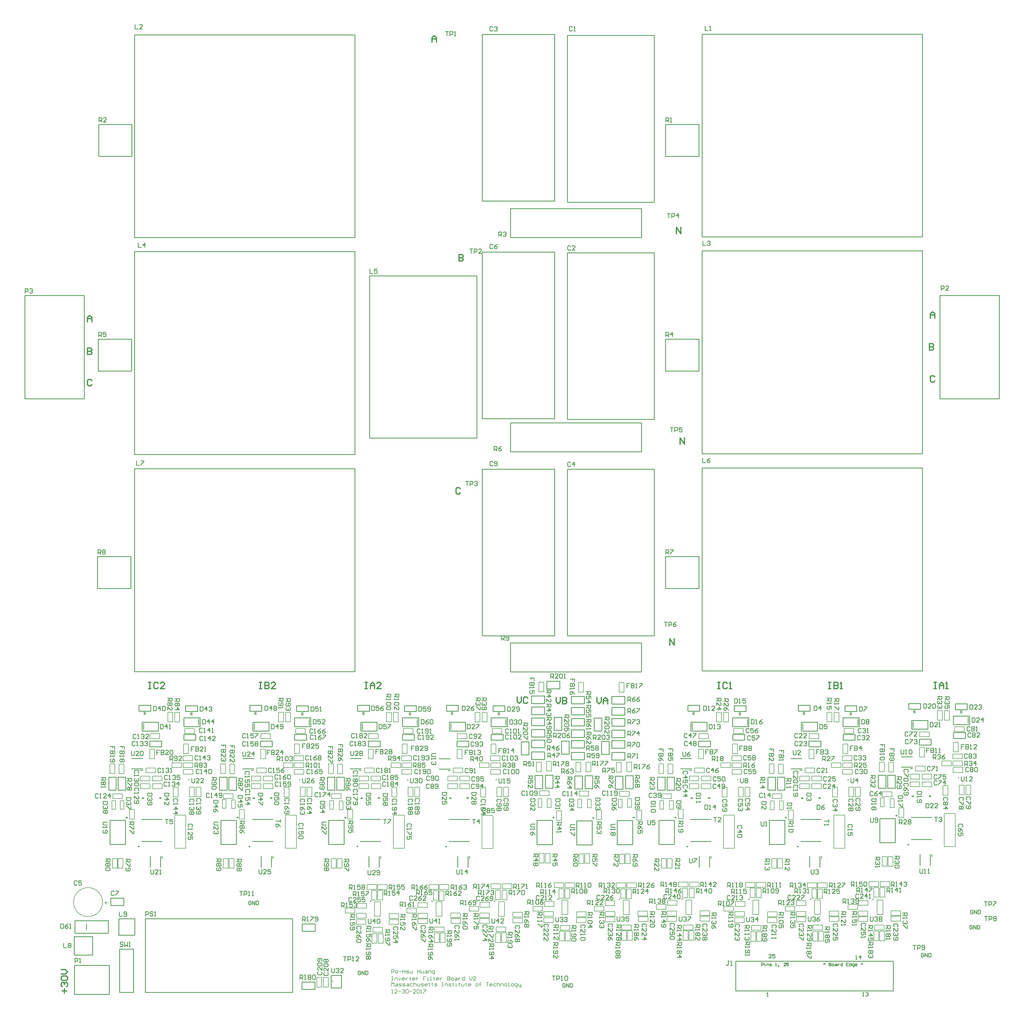
<source format=gto>
G04 Layer_Color=65535*
%FSLAX25Y25*%
%MOIN*%
G70*
G01*
G75*
%ADD33C,0.00787*%
%ADD34C,0.01000*%
%ADD36C,0.01575*%
%ADD54C,0.00984*%
%ADD55C,0.01575*%
%ADD56C,0.00700*%
%ADD57C,0.00800*%
%ADD58C,0.02016*%
%ADD59C,0.01968*%
%ADD60C,0.00500*%
D33*
X113528Y138500D02*
G03*
X113528Y138500I-19685J0D01*
G01*
X483067Y119158D02*
X490941D01*
X483067Y138842D02*
X490941D01*
Y119158D02*
Y138842D01*
X483067Y119158D02*
Y138842D01*
X566567Y119158D02*
X574441D01*
X566567Y138842D02*
X574441D01*
Y119158D02*
Y138842D01*
X566567Y119158D02*
Y138842D01*
X651567Y119158D02*
X659441D01*
X651567Y138842D02*
X659441D01*
Y119158D02*
Y138842D01*
X651567Y119158D02*
Y138842D01*
X737563Y121658D02*
X745437D01*
X737563Y141342D02*
X745437D01*
Y121658D02*
Y141342D01*
X737563Y121658D02*
Y141342D01*
X821063Y121658D02*
X828937D01*
X821063Y141342D02*
X828937D01*
Y121658D02*
Y141342D01*
X821063Y121658D02*
Y141342D01*
X906063Y121658D02*
Y141342D01*
X913937Y121658D02*
Y141342D01*
X906063D02*
X913937D01*
X906063Y121658D02*
X913937D01*
X997063D02*
Y141342D01*
X1004937Y121658D02*
Y141342D01*
X997063D02*
X1004937D01*
X997063Y121658D02*
X1004937D01*
X1080563D02*
Y141342D01*
X1088437Y121658D02*
Y141342D01*
X1080563D02*
X1088437D01*
X1080563Y121658D02*
X1088437D01*
X1165563D02*
Y141342D01*
X1173437Y121658D02*
Y141342D01*
X1165563D02*
X1173437D01*
X1165563Y121658D02*
X1173437D01*
X118232Y135713D02*
Y139713D01*
X116232Y137713D02*
X120232D01*
X508528Y256500D02*
X523528D01*
Y211500D02*
Y256500D01*
X508528Y211500D02*
X523528D01*
X508528D02*
Y256500D01*
X362000D02*
X377000D01*
Y211500D02*
Y256500D01*
X362000Y211500D02*
X377000D01*
X362000D02*
Y256500D01*
X211500D02*
X226500D01*
Y211500D02*
Y256500D01*
X211500Y211500D02*
X226500D01*
X211500D02*
Y256500D01*
X629000Y256472D02*
X644000D01*
Y211472D02*
Y256472D01*
X629000Y211472D02*
X644000D01*
X629000D02*
Y256472D01*
X1257000Y259000D02*
X1272000D01*
Y214000D02*
Y259000D01*
X1257000Y214000D02*
X1272000D01*
X1257000D02*
Y259000D01*
X957028Y256500D02*
X972028D01*
Y211500D02*
Y256500D01*
X957028Y211500D02*
X972028D01*
X957028D02*
Y256500D01*
X1107028D02*
X1122028D01*
Y211500D02*
Y256500D01*
X1107028Y211500D02*
X1122028D01*
X1107028D02*
Y256500D01*
D34*
X682382Y338524D02*
X692618D01*
Y356240D01*
X682382D02*
X692618D01*
X682382Y338524D02*
Y356240D01*
X726882Y389740D02*
X737118D01*
X726882Y372024D02*
Y389740D01*
Y372024D02*
X737118D01*
Y389740D01*
X791382Y339142D02*
X801618D01*
Y356858D01*
X791382D02*
X801618D01*
X791382Y339142D02*
Y356858D01*
X736882Y339642D02*
X747118D01*
Y357358D01*
X736882D02*
X747118D01*
X736882Y339642D02*
Y357358D01*
X781382Y388740D02*
X791618D01*
X781382Y371024D02*
Y388740D01*
Y371024D02*
X791618D01*
Y388740D01*
X717024Y428382D02*
Y438618D01*
Y428382D02*
X734740D01*
Y438618D01*
X717024D02*
X734740D01*
X1227106Y452705D02*
Y728295D01*
X927894D02*
X1227106D01*
X927894Y452705D02*
X1227106D01*
X927894D02*
Y728295D01*
X384142Y19882D02*
Y30118D01*
Y19882D02*
X401858D01*
Y30118D01*
X384142D02*
X401858D01*
X91587Y101063D02*
Y108937D01*
X75839Y96339D02*
X121114D01*
X75839D02*
Y113268D01*
X121114Y96339D02*
Y113268D01*
X75839D02*
X121114D01*
X75000Y66594D02*
X100000D01*
X75000D02*
Y91791D01*
X100000Y66594D02*
Y91791D01*
X75000D02*
X100000D01*
X155555Y16083D02*
Y74744D01*
X136658Y16083D02*
X155555D01*
X136658D02*
Y74744D01*
X155555D01*
X171500Y16000D02*
Y116000D01*
X371500Y16000D02*
Y116000D01*
X171500D02*
X371500D01*
X171500Y16000D02*
X371500D01*
X384524Y98882D02*
Y109118D01*
Y98882D02*
X402240D01*
Y109118D01*
X384524D02*
X402240D01*
X157248Y93476D02*
Y115917D01*
X135594Y93476D02*
X157248D01*
X135594Y115917D02*
X157248D01*
X135594Y93476D02*
Y115917D01*
X142358Y133882D02*
Y144118D01*
X124642D02*
X142358D01*
X124642Y133882D02*
Y144118D01*
Y133882D02*
X142358D01*
X156894Y1022295D02*
X456106D01*
X156894Y746705D02*
Y1022295D01*
X456106Y746705D02*
Y1022295D01*
X156894Y746705D02*
X456106D01*
X156894Y1316795D02*
X456106D01*
X156894Y1041205D02*
Y1316795D01*
X456106Y1041205D02*
Y1316795D01*
X156894Y1041205D02*
X456106D01*
X845508Y1041315D02*
Y1080685D01*
X667555D02*
X845508D01*
X667555Y1041315D02*
Y1080685D01*
Y1041315D02*
X845508D01*
X845658Y750315D02*
Y789685D01*
X667705D02*
X845658D01*
X667705Y750315D02*
Y789685D01*
Y750315D02*
X845658D01*
X927894Y1317795D02*
X1227106D01*
X927894Y1042205D02*
Y1317795D01*
X1227106Y1042205D02*
Y1317795D01*
X927894Y1042205D02*
X1227106D01*
X927894Y1023295D02*
X1227106D01*
X927894Y747705D02*
Y1023295D01*
X1227106Y747705D02*
Y1023295D01*
X927894Y747705D02*
X1227106D01*
X424000Y39000D02*
X438000D01*
X424000Y22000D02*
X438000D01*
Y39000D01*
X424000Y22000D02*
Y39000D01*
X491287Y197815D02*
Y200776D01*
X489287Y185815D02*
Y200776D01*
X475287Y185815D02*
Y200776D01*
X462028Y317500D02*
X464988D01*
X450028Y319500D02*
X464988D01*
X450028Y333500D02*
X464988D01*
X441700Y216814D02*
Y249609D01*
X420700D02*
X441700D01*
X420700Y216814D02*
Y249609D01*
Y216814D02*
X441700D01*
X344760Y197815D02*
Y200776D01*
X342760Y185815D02*
Y200776D01*
X328760Y185815D02*
Y200776D01*
X315500Y317500D02*
X318461D01*
X303500Y319500D02*
X318461D01*
X303500Y333500D02*
X318461D01*
X295172Y216814D02*
Y249609D01*
X274172D02*
X295172D01*
X274172Y216814D02*
Y249609D01*
Y216814D02*
X295172D01*
X194260Y197815D02*
Y200776D01*
X192260Y185815D02*
Y200776D01*
X178260Y185815D02*
Y200776D01*
X165000Y317500D02*
X167961D01*
X153000Y319500D02*
X167961D01*
X153000Y333500D02*
X167961D01*
X144672Y216814D02*
Y249609D01*
X123672D02*
X144672D01*
X123672Y216814D02*
Y249609D01*
Y216814D02*
X144672D01*
X833500Y216618D02*
Y249413D01*
X812500D02*
X833500D01*
X812500Y216618D02*
Y249413D01*
Y216618D02*
X833500D01*
X778496Y216201D02*
Y248996D01*
X757496D02*
X778496D01*
X757496Y216201D02*
Y248996D01*
Y216201D02*
X778496D01*
X724618Y216705D02*
Y249500D01*
X703618D02*
X724618D01*
X703618Y216705D02*
Y249500D01*
Y216705D02*
X724618D01*
X611760Y197787D02*
Y200748D01*
X609760Y185787D02*
Y200748D01*
X595760Y185787D02*
Y200748D01*
X582500Y317472D02*
X585461D01*
X570500Y319472D02*
X585461D01*
X570500Y333472D02*
X585461D01*
X1239760Y200315D02*
Y203276D01*
X1237760Y188315D02*
Y203276D01*
X1223760Y188315D02*
Y203276D01*
X1210500Y320000D02*
X1213461D01*
X1198500Y322000D02*
X1213461D01*
X1198500Y336000D02*
X1213461D01*
X1190172Y219314D02*
Y252110D01*
X1169172D02*
X1190172D01*
X1169172Y219314D02*
Y252110D01*
Y219314D02*
X1190172D01*
X939787Y197815D02*
Y200776D01*
X937787Y185815D02*
Y200776D01*
X923787Y185815D02*
Y200776D01*
X910528Y317500D02*
X913488D01*
X898528Y319500D02*
X913488D01*
X898528Y333500D02*
X913488D01*
X890200Y216814D02*
Y249609D01*
X869200D02*
X890200D01*
X869200Y216814D02*
Y249609D01*
Y216814D02*
X890200D01*
X1089787Y197815D02*
Y200776D01*
X1087787Y185815D02*
Y200776D01*
X1073787Y185815D02*
Y200776D01*
X1060528Y317500D02*
X1063488D01*
X1048528Y319500D02*
X1063488D01*
X1048528Y333500D02*
X1063488D01*
X1040200Y216814D02*
Y249609D01*
X1019200D02*
X1040200D01*
X1019200Y216814D02*
Y249609D01*
Y216814D02*
X1040200D01*
X463445Y251008D02*
X491398D01*
X463445Y221087D02*
X491398D01*
X316917Y251008D02*
X344870D01*
X316917Y221087D02*
X344870D01*
X166417Y251008D02*
X194370D01*
X166417Y221087D02*
X194370D01*
X583917Y250980D02*
X611870D01*
X583917Y221059D02*
X611870D01*
X1211917Y253508D02*
X1239870D01*
X1211917Y223587D02*
X1239870D01*
X911945Y251008D02*
X939898D01*
X911945Y221087D02*
X939898D01*
X1061945Y251008D02*
X1089898D01*
X1061945Y221087D02*
X1089898D01*
X418782Y308472D02*
X429018D01*
X418782Y290756D02*
Y308472D01*
Y290756D02*
X429018D01*
Y308472D01*
X431582D02*
X441818D01*
X431582Y290756D02*
Y308472D01*
Y290756D02*
X441818D01*
Y308472D01*
X272254D02*
X282490D01*
X272254Y290756D02*
Y308472D01*
Y290756D02*
X282490D01*
Y308472D01*
X285054D02*
X295290D01*
X285054Y290756D02*
Y308472D01*
Y290756D02*
X295290D01*
Y308472D01*
X121754D02*
X131991D01*
X121754Y290756D02*
Y308472D01*
Y290756D02*
X131991D01*
Y308472D01*
X134554D02*
X144791D01*
X134554Y290756D02*
Y308472D01*
Y290756D02*
X144791D01*
Y308472D01*
X809882Y309724D02*
X820118D01*
X809882Y292008D02*
Y309724D01*
Y292008D02*
X820118D01*
Y309724D01*
X805260Y362130D02*
Y372366D01*
Y362130D02*
X822976D01*
Y372366D01*
X805260D02*
X822976D01*
X822858Y377630D02*
Y387866D01*
X805142D02*
X822858D01*
X805142Y377630D02*
Y387866D01*
Y377630D02*
X822858D01*
X805142Y331630D02*
Y341866D01*
Y331630D02*
X822858D01*
Y341866D01*
X805142D02*
X822858D01*
X805260Y347630D02*
Y357866D01*
Y347630D02*
X822976D01*
Y357866D01*
X805260D02*
X822976D01*
X823882Y310224D02*
X834118D01*
X823882Y292508D02*
Y310224D01*
Y292508D02*
X834118D01*
Y310224D01*
X805142Y392630D02*
Y402866D01*
Y392630D02*
X822858D01*
Y402866D01*
X805142D02*
X822858D01*
Y407630D02*
Y417866D01*
X805142D02*
X822858D01*
X805142Y407630D02*
Y417866D01*
Y407630D02*
X822858D01*
X754878Y309972D02*
X765114D01*
X754878Y292256D02*
Y309972D01*
Y292256D02*
X765114D01*
Y309972D01*
X750256Y362378D02*
Y372614D01*
Y362378D02*
X767972D01*
Y372614D01*
X750256D02*
X767972D01*
X767854Y377878D02*
Y388114D01*
X750138D02*
X767854D01*
X750138Y377878D02*
Y388114D01*
Y377878D02*
X767854D01*
X750138Y331878D02*
Y342114D01*
Y331878D02*
X767854D01*
Y342114D01*
X750138D02*
X767854D01*
X750256Y347878D02*
Y358114D01*
Y347878D02*
X767972D01*
Y358114D01*
X750256D02*
X767972D01*
X768878Y310472D02*
X779114D01*
X768878Y292756D02*
Y310472D01*
Y292756D02*
X779114D01*
Y310472D01*
X750138Y392878D02*
Y403114D01*
Y392878D02*
X767854D01*
Y403114D01*
X750138D02*
X767854D01*
Y407878D02*
Y418114D01*
X750138D02*
X767854D01*
X750138Y407878D02*
Y418114D01*
Y407878D02*
X767854D01*
X701000Y310476D02*
X711236D01*
X701000Y292760D02*
Y310476D01*
Y292760D02*
X711236D01*
Y310476D01*
X696378Y362882D02*
Y373118D01*
Y362882D02*
X714094D01*
Y373118D01*
X696378D02*
X714094D01*
X713976Y378382D02*
Y388618D01*
X696260D02*
X713976D01*
X696260Y378382D02*
Y388618D01*
Y378382D02*
X713976D01*
X696260Y332382D02*
Y342618D01*
Y332382D02*
X713976D01*
Y342618D01*
X696260D02*
X713976D01*
X696378Y348382D02*
Y358618D01*
Y348382D02*
X714094D01*
Y358618D01*
X696378D02*
X714094D01*
X715000Y310976D02*
X725236D01*
X715000Y293260D02*
Y310976D01*
Y293260D02*
X725236D01*
Y310976D01*
X696260Y393382D02*
Y403618D01*
Y393382D02*
X713976D01*
Y403618D01*
X696260D02*
X713976D01*
Y408382D02*
Y418618D01*
X696260D02*
X713976D01*
X696260Y408382D02*
Y418618D01*
Y408382D02*
X713976D01*
X1167254Y310972D02*
X1177491D01*
X1167254Y293256D02*
Y310972D01*
Y293256D02*
X1177491D01*
Y310972D01*
X1180054D02*
X1190291D01*
X1180054Y293256D02*
Y310972D01*
Y293256D02*
X1190291D01*
Y310972D01*
X867282Y308472D02*
X877518D01*
X867282Y290756D02*
Y308472D01*
Y290756D02*
X877518D01*
Y308472D01*
X880082D02*
X890318D01*
X880082Y290756D02*
Y308472D01*
Y290756D02*
X890318D01*
Y308472D01*
X1017282D02*
X1027518D01*
X1017282Y290756D02*
Y308472D01*
Y290756D02*
X1027518D01*
Y308472D01*
X1030082D02*
X1040318D01*
X1030082Y290756D02*
Y308472D01*
Y290756D02*
X1040318D01*
Y308472D01*
X845658Y451315D02*
Y490685D01*
X667705D02*
X845658D01*
X667705Y451315D02*
Y490685D01*
Y451315D02*
X845658D01*
X106717Y564516D02*
Y607823D01*
X151992Y564516D02*
Y607823D01*
X106717D02*
X151992D01*
X106717Y564516D02*
X151992D01*
X878216D02*
Y607823D01*
X923492Y564516D02*
Y607823D01*
X878216D02*
X923492D01*
X878216Y564516D02*
X923492D01*
X107717Y860016D02*
Y903323D01*
X152992Y860016D02*
Y903323D01*
X107717D02*
X152992D01*
X107717Y860016D02*
X152992D01*
X878216D02*
Y903323D01*
X923492Y860016D02*
Y903323D01*
X878216D02*
X923492D01*
X878216Y860016D02*
X923492D01*
X108126Y1151516D02*
Y1194823D01*
X153402Y1151516D02*
Y1194823D01*
X108126D02*
X153402D01*
X108126Y1151516D02*
X153402D01*
X878216D02*
Y1194823D01*
X923492Y1151516D02*
Y1194823D01*
X878216D02*
X923492D01*
X878216Y1151516D02*
X923492D01*
X75378Y52685D02*
X122622D01*
X75378Y13315D02*
X122622D01*
X75378D02*
Y52685D01*
X122622Y13315D02*
Y52685D01*
X973472Y58169D02*
X1187472D01*
X973472Y18090D02*
X1187472D01*
X973472D02*
Y58169D01*
X1187472Y18090D02*
Y58169D01*
X540925Y379063D02*
Y386937D01*
X520847Y388906D02*
X542894D01*
Y377095D02*
Y388906D01*
X520847Y377095D02*
Y388906D01*
Y377095D02*
X542894D01*
X466130Y373063D02*
Y380937D01*
X464161Y371094D02*
X486209D01*
X464161D02*
Y382906D01*
X486209Y371094D02*
Y382906D01*
X464161D02*
X486209D01*
X394398Y379063D02*
Y386937D01*
X374319Y388906D02*
X396366D01*
Y377095D02*
Y388906D01*
X374319Y377095D02*
Y388906D01*
Y377095D02*
X396366D01*
X319602Y373063D02*
Y380937D01*
X317634Y371094D02*
X339681D01*
X317634D02*
Y382906D01*
X339681Y371094D02*
Y382906D01*
X317634D02*
X339681D01*
X243898Y379063D02*
Y386937D01*
X223819Y388906D02*
X245866D01*
Y377095D02*
Y388906D01*
X223819Y377095D02*
Y388906D01*
Y377095D02*
X245866D01*
X169102Y373063D02*
Y380937D01*
X167134Y371094D02*
X189181D01*
X167134D02*
Y382906D01*
X189181Y371094D02*
Y382906D01*
X167134D02*
X189181D01*
X661398Y379035D02*
Y386910D01*
X641319Y388878D02*
X663366D01*
Y377067D02*
Y388878D01*
X641319Y377067D02*
Y388878D01*
Y377067D02*
X663366D01*
X586602Y373035D02*
Y380909D01*
X584634Y371067D02*
X606681D01*
X584634D02*
Y382878D01*
X606681Y371067D02*
Y382878D01*
X584634D02*
X606681D01*
X1289398Y381563D02*
Y389437D01*
X1269319Y391406D02*
X1291366D01*
Y379594D02*
Y391406D01*
X1269319Y379594D02*
Y391406D01*
Y379594D02*
X1291366D01*
X1214602Y375563D02*
Y383437D01*
X1212634Y373594D02*
X1234681D01*
X1212634D02*
Y385405D01*
X1234681Y373594D02*
Y385405D01*
X1212634D02*
X1234681D01*
X989425Y379063D02*
Y386937D01*
X969347Y388906D02*
X991394D01*
Y377095D02*
Y388906D01*
X969347Y377095D02*
Y388906D01*
Y377095D02*
X991394D01*
X914630Y373063D02*
Y380937D01*
X912661Y371094D02*
X934709D01*
X912661D02*
Y382906D01*
X934709Y371094D02*
Y382906D01*
X912661D02*
X934709D01*
X1139425Y379063D02*
Y386937D01*
X1119347Y388906D02*
X1141394D01*
Y377095D02*
Y388906D01*
X1119347Y377095D02*
Y388906D01*
Y377095D02*
X1141394D01*
X1064630Y373063D02*
Y380937D01*
X1062661Y371094D02*
X1084709D01*
X1062661D02*
Y382906D01*
X1084709Y371094D02*
Y382906D01*
X1062661D02*
X1084709D01*
X1250921Y962579D02*
X1331630D01*
X1251000Y822421D02*
Y962579D01*
X1331630Y822421D02*
Y962579D01*
X1250921Y822421D02*
X1331630D01*
X7870D02*
X88579D01*
X88500D02*
Y962579D01*
X7870Y822421D02*
Y962579D01*
X88579D01*
X476189Y989342D02*
X621858D01*
X476189Y768870D02*
Y989342D01*
X621858Y768870D02*
Y989342D01*
X476189Y768870D02*
X621858D01*
X744945Y794311D02*
Y1020689D01*
X863055D01*
Y794311D02*
Y1020689D01*
X744945Y794311D02*
X863055D01*
X744945Y500343D02*
Y726721D01*
X863055D01*
Y500343D02*
Y726721D01*
X744945Y500343D02*
X863055D01*
X629287Y1090811D02*
X727712D01*
X727713D02*
Y1317189D01*
X629287D02*
X727713D01*
X629287Y1090811D02*
Y1317189D01*
Y795311D02*
X727712D01*
X727713D02*
Y1021689D01*
X629287D02*
X727713D01*
X629287Y795311D02*
Y1021689D01*
Y500343D02*
X727712D01*
X727713D02*
Y726721D01*
X629287D02*
X727713D01*
X629287Y500343D02*
Y726721D01*
X744945Y1089449D02*
Y1315827D01*
Y1089449D02*
X863055D01*
X744945Y1315827D02*
X863055D01*
Y1089449D02*
Y1315827D01*
X156894Y727295D02*
X456106D01*
X156894Y451705D02*
Y727295D01*
X456106Y451705D02*
Y727295D01*
X156894Y451705D02*
X456106D01*
X1021832Y62500D02*
X1018500D01*
X1021832Y65832D01*
Y66665D01*
X1020999Y67498D01*
X1019333D01*
X1018500Y66665D01*
X1026831Y67498D02*
X1023498D01*
Y64999D01*
X1025165Y65832D01*
X1025998D01*
X1026831Y64999D01*
Y63333D01*
X1025998Y62500D01*
X1024331D01*
X1023498Y63333D01*
X1294832Y106165D02*
X1293999Y106998D01*
X1292333D01*
X1291500Y106165D01*
Y102833D01*
X1292333Y102000D01*
X1293999D01*
X1294832Y102833D01*
Y104499D01*
X1293166D01*
X1296498Y102000D02*
Y106998D01*
X1299831Y102000D01*
Y106998D01*
X1301497D02*
Y102000D01*
X1303996D01*
X1304829Y102833D01*
Y106165D01*
X1303996Y106998D01*
X1301497D01*
X1146000Y11000D02*
X1147666D01*
X1146833D01*
Y15998D01*
X1146000Y15165D01*
X1150165D02*
X1150998Y15998D01*
X1152664D01*
X1153498Y15165D01*
Y14332D01*
X1152664Y13499D01*
X1151832D01*
X1152664D01*
X1153498Y12666D01*
Y11833D01*
X1152664Y11000D01*
X1150998D01*
X1150165Y11833D01*
X1228832Y68165D02*
X1227999Y68998D01*
X1226333D01*
X1225500Y68165D01*
Y64833D01*
X1226333Y64000D01*
X1227999D01*
X1228832Y64833D01*
Y66499D01*
X1227166D01*
X1230498Y64000D02*
Y68998D01*
X1233831Y64000D01*
Y68998D01*
X1235497D02*
Y64000D01*
X1237996D01*
X1238829Y64833D01*
Y68165D01*
X1237996Y68998D01*
X1235497D01*
X1016000Y10500D02*
X1017666D01*
X1016833D01*
Y15498D01*
X1016000Y14665D01*
X315332Y139165D02*
X314499Y139998D01*
X312833D01*
X312000Y139165D01*
Y135833D01*
X312833Y135000D01*
X314499D01*
X315332Y135833D01*
Y137499D01*
X313666D01*
X316998Y135000D02*
Y139998D01*
X320331Y135000D01*
Y139998D01*
X321997D02*
Y135000D01*
X324496D01*
X325329Y135833D01*
Y139165D01*
X324496Y139998D01*
X321997D01*
X741832Y27165D02*
X740999Y27998D01*
X739333D01*
X738500Y27165D01*
Y23833D01*
X739333Y23000D01*
X740999D01*
X741832Y23833D01*
Y25499D01*
X740166D01*
X743498Y23000D02*
Y27998D01*
X746831Y23000D01*
Y27998D01*
X748497D02*
Y23000D01*
X750996D01*
X751829Y23833D01*
Y27165D01*
X750996Y27998D01*
X748497D01*
X1295832Y126665D02*
X1294999Y127498D01*
X1293333D01*
X1292500Y126665D01*
Y123333D01*
X1293333Y122500D01*
X1294999D01*
X1295832Y123333D01*
Y124999D01*
X1294166D01*
X1297498Y122500D02*
Y127498D01*
X1300831Y122500D01*
Y127498D01*
X1302497D02*
Y122500D01*
X1304996D01*
X1305829Y123333D01*
Y126665D01*
X1304996Y127498D01*
X1302497D01*
X1136500Y61000D02*
X1138166D01*
X1137333D01*
Y65998D01*
X1136500Y65165D01*
X1143165Y61000D02*
Y65998D01*
X1140665Y63499D01*
X1143998D01*
X463832Y44165D02*
X462999Y44998D01*
X461333D01*
X460500Y44165D01*
Y40833D01*
X461333Y40000D01*
X462999D01*
X463832Y40833D01*
Y42499D01*
X462166D01*
X465498Y40000D02*
Y44998D01*
X468831Y40000D01*
Y44998D01*
X470497D02*
Y40000D01*
X472996D01*
X473829Y40833D01*
Y44165D01*
X472996Y44998D01*
X470497D01*
X474256Y115498D02*
Y110500D01*
X475256Y109500D01*
X477255D01*
X478255Y110500D01*
Y115498D01*
X483253Y109500D02*
Y115498D01*
X480254Y112499D01*
X484253D01*
X486252Y114498D02*
X487252Y115498D01*
X489251D01*
X490251Y114498D01*
Y110500D01*
X489251Y109500D01*
X487252D01*
X486252Y110500D01*
Y114498D01*
X557756Y115998D02*
Y111000D01*
X558756Y110000D01*
X560755D01*
X561755Y111000D01*
Y115998D01*
X566753Y110000D02*
Y115998D01*
X563754Y112999D01*
X567753D01*
X569752Y110000D02*
X571751D01*
X570752D01*
Y115998D01*
X569752Y114998D01*
X642252Y115998D02*
Y111000D01*
X643252Y110000D01*
X645251D01*
X646251Y111000D01*
Y115998D01*
X651249Y110000D02*
Y115998D01*
X648250Y112999D01*
X652249D01*
X658247Y110000D02*
X654248D01*
X658247Y113999D01*
Y114998D01*
X657247Y115998D01*
X655248D01*
X654248Y114998D01*
X728752Y117998D02*
Y113000D01*
X729752Y112000D01*
X731751D01*
X732751Y113000D01*
Y117998D01*
X734750Y116998D02*
X735750Y117998D01*
X737749D01*
X738749Y116998D01*
Y115999D01*
X737749Y114999D01*
X736749D01*
X737749D01*
X738749Y113999D01*
Y113000D01*
X737749Y112000D01*
X735750D01*
X734750Y113000D01*
X740748Y116998D02*
X741748Y117998D01*
X743747D01*
X744747Y116998D01*
Y115999D01*
X743747Y114999D01*
X742747D01*
X743747D01*
X744747Y113999D01*
Y113000D01*
X743747Y112000D01*
X741748D01*
X740748Y113000D01*
X812252Y118498D02*
Y113500D01*
X813252Y112500D01*
X815251D01*
X816251Y113500D01*
Y118498D01*
X818250Y117498D02*
X819250Y118498D01*
X821249D01*
X822249Y117498D01*
Y116499D01*
X821249Y115499D01*
X820249D01*
X821249D01*
X822249Y114499D01*
Y113500D01*
X821249Y112500D01*
X819250D01*
X818250Y113500D01*
X828247Y118498D02*
X824248D01*
Y115499D01*
X826247Y116499D01*
X827247D01*
X828247Y115499D01*
Y113500D01*
X827247Y112500D01*
X825248D01*
X824248Y113500D01*
X896748Y118498D02*
Y113500D01*
X897748Y112500D01*
X899747D01*
X900747Y113500D01*
Y118498D01*
X902746Y117498D02*
X903746Y118498D01*
X905745D01*
X906745Y117498D01*
Y116499D01*
X905745Y115499D01*
X904745D01*
X905745D01*
X906745Y114499D01*
Y113500D01*
X905745Y112500D01*
X903746D01*
X902746Y113500D01*
X908744Y118498D02*
X912743D01*
Y117498D01*
X908744Y113500D01*
Y112500D01*
X988252Y117998D02*
Y113000D01*
X989252Y112000D01*
X991251D01*
X992251Y113000D01*
Y117998D01*
X994250Y116998D02*
X995250Y117998D01*
X997249D01*
X998249Y116998D01*
Y115999D01*
X997249Y114999D01*
X996249D01*
X997249D01*
X998249Y113999D01*
Y113000D01*
X997249Y112000D01*
X995250D01*
X994250Y113000D01*
X1003247Y112000D02*
Y117998D01*
X1000248Y114999D01*
X1004247D01*
X1071752Y118498D02*
Y113500D01*
X1072752Y112500D01*
X1074751D01*
X1075751Y113500D01*
Y118498D01*
X1077750Y117498D02*
X1078750Y118498D01*
X1080749D01*
X1081749Y117498D01*
Y116499D01*
X1080749Y115499D01*
X1079749D01*
X1080749D01*
X1081749Y114499D01*
Y113500D01*
X1080749Y112500D01*
X1078750D01*
X1077750Y113500D01*
X1087747Y118498D02*
X1085747Y117498D01*
X1083748Y115499D01*
Y113500D01*
X1084748Y112500D01*
X1086747D01*
X1087747Y113500D01*
Y114499D01*
X1086747Y115499D01*
X1083748D01*
X1156248Y118498D02*
Y113500D01*
X1157248Y112500D01*
X1159247D01*
X1160247Y113500D01*
Y118498D01*
X1162246Y117498D02*
X1163246Y118498D01*
X1165245D01*
X1166245Y117498D01*
Y116499D01*
X1165245Y115499D01*
X1164245D01*
X1165245D01*
X1166245Y114499D01*
Y113500D01*
X1165245Y112500D01*
X1163246D01*
X1162246Y113500D01*
X1168244Y117498D02*
X1169244Y118498D01*
X1171243D01*
X1172243Y117498D01*
Y116499D01*
X1171243Y115499D01*
X1172243Y114499D01*
Y113500D01*
X1171243Y112500D01*
X1169244D01*
X1168244Y113500D01*
Y114499D01*
X1169244Y115499D01*
X1168244Y116499D01*
Y117498D01*
X1169244Y115499D02*
X1171243D01*
X685000Y381882D02*
X690998D01*
Y378883D01*
X689998Y377883D01*
X687999D01*
X686999Y378883D01*
Y381882D01*
Y379883D02*
X685000Y377883D01*
Y371885D02*
Y375884D01*
X688999Y371885D01*
X689998D01*
X690998Y372885D01*
Y374884D01*
X689998Y375884D01*
Y369886D02*
X690998Y368886D01*
Y366887D01*
X689998Y365887D01*
X686000D01*
X685000Y366887D01*
Y368886D01*
X686000Y369886D01*
X689998D01*
X690998Y363888D02*
Y359889D01*
X689998D01*
X686000Y363888D01*
X685000D01*
X726000Y362000D02*
Y367998D01*
X728999D01*
X729999Y366998D01*
Y364999D01*
X728999Y363999D01*
X726000D01*
X727999D02*
X729999Y362000D01*
X735997D02*
X731998D01*
X735997Y365999D01*
Y366998D01*
X734997Y367998D01*
X732998D01*
X731998Y366998D01*
X737996D02*
X738996Y367998D01*
X740995D01*
X741995Y366998D01*
Y363000D01*
X740995Y362000D01*
X738996D01*
X737996Y363000D01*
Y366998D01*
X747993Y367998D02*
X745994Y366998D01*
X743994Y364999D01*
Y363000D01*
X744994Y362000D01*
X746993D01*
X747993Y363000D01*
Y363999D01*
X746993Y364999D01*
X743994D01*
X741000Y393000D02*
X746998D01*
Y390001D01*
X745998Y389001D01*
X743999D01*
X742999Y390001D01*
Y393000D01*
Y391001D02*
X741000Y389001D01*
Y383003D02*
Y387002D01*
X744999Y383003D01*
X745998D01*
X746998Y384003D01*
Y386002D01*
X745998Y387002D01*
Y381004D02*
X746998Y380004D01*
Y378005D01*
X745998Y377005D01*
X742000D01*
X741000Y378005D01*
Y380004D01*
X742000Y381004D01*
X745998D01*
X746998Y371007D02*
Y375006D01*
X743999D01*
X744999Y373007D01*
Y372007D01*
X743999Y371007D01*
X742000D01*
X741000Y372007D01*
Y374006D01*
X742000Y375006D01*
X780000Y359500D02*
Y365498D01*
X782999D01*
X783999Y364498D01*
Y362499D01*
X782999Y361499D01*
X780000D01*
X781999D02*
X783999Y359500D01*
X789997D02*
X785998D01*
X789997Y363499D01*
Y364498D01*
X788997Y365498D01*
X786998D01*
X785998Y364498D01*
X791996D02*
X792996Y365498D01*
X794995D01*
X795995Y364498D01*
Y360500D01*
X794995Y359500D01*
X792996D01*
X791996Y360500D01*
Y364498D01*
X797994D02*
X798994Y365498D01*
X800993D01*
X801993Y364498D01*
Y363499D01*
X800993Y362499D01*
X799994D01*
X800993D01*
X801993Y361499D01*
Y360500D01*
X800993Y359500D01*
X798994D01*
X797994Y360500D01*
X722264Y442500D02*
Y448498D01*
X725263D01*
X726263Y447498D01*
Y445499D01*
X725263Y444499D01*
X722264D01*
X724263D02*
X726263Y442500D01*
X732261D02*
X728262D01*
X732261Y446499D01*
Y447498D01*
X731261Y448498D01*
X729261D01*
X728262Y447498D01*
X734260D02*
X735260Y448498D01*
X737259D01*
X738259Y447498D01*
Y443500D01*
X737259Y442500D01*
X735260D01*
X734260Y443500D01*
Y447498D01*
X740258Y442500D02*
X742257D01*
X741258D01*
Y448498D01*
X740258Y447498D01*
X795500Y390000D02*
X801498D01*
Y387001D01*
X800498Y386001D01*
X798499D01*
X797499Y387001D01*
Y390000D01*
Y388001D02*
X795500Y386001D01*
Y380003D02*
Y384002D01*
X799499Y380003D01*
X800498D01*
X801498Y381003D01*
Y383002D01*
X800498Y384002D01*
Y378004D02*
X801498Y377004D01*
Y375005D01*
X800498Y374005D01*
X796500D01*
X795500Y375005D01*
Y377004D01*
X796500Y378004D01*
X800498D01*
X795500Y368007D02*
Y372006D01*
X799499Y368007D01*
X800498D01*
X801498Y369007D01*
Y371006D01*
X800498Y372006D01*
X928500Y741498D02*
Y735500D01*
X932499D01*
X938497Y741498D02*
X936497Y740498D01*
X934498Y738499D01*
Y736500D01*
X935498Y735500D01*
X937497D01*
X938497Y736500D01*
Y737499D01*
X937497Y738499D01*
X934498D01*
X415198Y275504D02*
X409200D01*
Y272505D01*
X410200Y271505D01*
X414198D01*
X415198Y272505D01*
Y275504D01*
Y265507D02*
Y269506D01*
X412199D01*
X413199Y267507D01*
Y266507D01*
X412199Y265507D01*
X410200D01*
X409200Y266507D01*
Y268506D01*
X410200Y269506D01*
X409200Y260509D02*
X415198D01*
X412199Y263508D01*
Y259509D01*
X657500Y321500D02*
Y327498D01*
X660499D01*
X661499Y326498D01*
Y324499D01*
X660499Y323499D01*
X657500D01*
X659499D02*
X661499Y321500D01*
X663498Y326498D02*
X664498Y327498D01*
X666497D01*
X667497Y326498D01*
Y325499D01*
X666497Y324499D01*
X665497D01*
X666497D01*
X667497Y323499D01*
Y322500D01*
X666497Y321500D01*
X664498D01*
X663498Y322500D01*
X669496Y326498D02*
X670496Y327498D01*
X672495D01*
X673495Y326498D01*
Y325499D01*
X672495Y324499D01*
X673495Y323499D01*
Y322500D01*
X672495Y321500D01*
X670496D01*
X669496Y322500D01*
Y323499D01*
X670496Y324499D01*
X669496Y325499D01*
Y326498D01*
X670496Y324499D02*
X672495D01*
X864698Y275504D02*
X858700D01*
Y272505D01*
X859700Y271505D01*
X863698D01*
X864698Y272505D01*
Y275504D01*
X858700Y269506D02*
Y267507D01*
Y268506D01*
X864698D01*
X863698Y269506D01*
Y264508D02*
X864698Y263508D01*
Y261508D01*
X863698Y260509D01*
X859700D01*
X858700Y261508D01*
Y263508D01*
X859700Y264508D01*
X863698D01*
X141199Y83198D02*
X140199Y84198D01*
X138200D01*
X137200Y83198D01*
Y82199D01*
X138200Y81199D01*
X140199D01*
X141199Y80199D01*
Y79200D01*
X140199Y78200D01*
X138200D01*
X137200Y79200D01*
X143198Y84198D02*
Y78200D01*
X145197Y80199D01*
X147197Y78200D01*
Y84198D01*
X149196Y78200D02*
X151196D01*
X150196D01*
Y84198D01*
X149196Y83198D01*
X471500Y82000D02*
X477498D01*
Y79001D01*
X476498Y78001D01*
X474499D01*
X473499Y79001D01*
Y82000D01*
Y80001D02*
X471500Y78001D01*
Y76002D02*
Y74003D01*
Y75002D01*
X477498D01*
X476498Y76002D01*
X472500Y71004D02*
X471500Y70004D01*
Y68005D01*
X472500Y67005D01*
X476498D01*
X477498Y68005D01*
Y70004D01*
X476498Y71004D01*
X475499D01*
X474499Y70004D01*
Y67005D01*
X476498Y65005D02*
X477498Y64006D01*
Y62006D01*
X476498Y61007D01*
X475499D01*
X474499Y62006D01*
X473499Y61007D01*
X472500D01*
X471500Y62006D01*
Y64006D01*
X472500Y65005D01*
X473499D01*
X474499Y64006D01*
X475499Y65005D01*
X476498D01*
X474499Y64006D02*
Y62006D01*
X497500Y101000D02*
X503498D01*
Y98001D01*
X502498Y97001D01*
X500499D01*
X499499Y98001D01*
Y101000D01*
Y99001D02*
X497500Y97001D01*
Y95002D02*
Y93003D01*
Y94002D01*
X503498D01*
X502498Y95002D01*
X498500Y90004D02*
X497500Y89004D01*
Y87005D01*
X498500Y86005D01*
X502498D01*
X503498Y87005D01*
Y89004D01*
X502498Y90004D01*
X501499D01*
X500499Y89004D01*
Y86005D01*
X503498Y84005D02*
Y80007D01*
X502498D01*
X498500Y84005D01*
X497500D01*
X556000Y81500D02*
X561998D01*
Y78501D01*
X560998Y77501D01*
X558999D01*
X557999Y78501D01*
Y81500D01*
Y79501D02*
X556000Y77501D01*
Y75502D02*
Y73503D01*
Y74502D01*
X561998D01*
X560998Y75502D01*
X557000Y70504D02*
X556000Y69504D01*
Y67505D01*
X557000Y66505D01*
X560998D01*
X561998Y67505D01*
Y69504D01*
X560998Y70504D01*
X559999D01*
X558999Y69504D01*
Y66505D01*
X561998Y60507D02*
X560998Y62506D01*
X558999Y64505D01*
X557000D01*
X556000Y63506D01*
Y61506D01*
X557000Y60507D01*
X557999D01*
X558999Y61506D01*
Y64505D01*
X581500Y99748D02*
X587498D01*
Y96749D01*
X586498Y95749D01*
X584499D01*
X583499Y96749D01*
Y99748D01*
Y97749D02*
X581500Y95749D01*
Y93750D02*
Y91751D01*
Y92750D01*
X587498D01*
X586498Y93750D01*
X582500Y88752D02*
X581500Y87752D01*
Y85753D01*
X582500Y84753D01*
X586498D01*
X587498Y85753D01*
Y87752D01*
X586498Y88752D01*
X585499D01*
X584499Y87752D01*
Y84753D01*
X587498Y78755D02*
Y82753D01*
X584499D01*
X585499Y80754D01*
Y79755D01*
X584499Y78755D01*
X582500D01*
X581500Y79755D01*
Y81754D01*
X582500Y82753D01*
X639000Y82000D02*
X644998D01*
Y79001D01*
X643998Y78001D01*
X641999D01*
X640999Y79001D01*
Y82000D01*
Y80001D02*
X639000Y78001D01*
Y76002D02*
Y74003D01*
Y75002D01*
X644998D01*
X643998Y76002D01*
X640000Y71004D02*
X639000Y70004D01*
Y68005D01*
X640000Y67005D01*
X643998D01*
X644998Y68005D01*
Y70004D01*
X643998Y71004D01*
X642999D01*
X641999Y70004D01*
Y67005D01*
X639000Y62006D02*
X644998D01*
X641999Y65005D01*
Y61007D01*
X664000Y97500D02*
X669998D01*
Y94501D01*
X668998Y93501D01*
X666999D01*
X665999Y94501D01*
Y97500D01*
Y95501D02*
X664000Y93501D01*
Y91502D02*
Y89503D01*
Y90502D01*
X669998D01*
X668998Y91502D01*
X665000Y86504D02*
X664000Y85504D01*
Y83504D01*
X665000Y82505D01*
X668998D01*
X669998Y83504D01*
Y85504D01*
X668998Y86504D01*
X667999D01*
X666999Y85504D01*
Y82505D01*
X668998Y80506D02*
X669998Y79506D01*
Y77507D01*
X668998Y76507D01*
X667999D01*
X666999Y77507D01*
Y78506D01*
Y77507D01*
X665999Y76507D01*
X665000D01*
X664000Y77507D01*
Y79506D01*
X665000Y80506D01*
X726000Y83500D02*
X731998D01*
Y80501D01*
X730998Y79501D01*
X728999D01*
X727999Y80501D01*
Y83500D01*
Y81501D02*
X726000Y79501D01*
Y77502D02*
Y75503D01*
Y76502D01*
X731998D01*
X730998Y77502D01*
X727000Y72504D02*
X726000Y71504D01*
Y69504D01*
X727000Y68505D01*
X730998D01*
X731998Y69504D01*
Y71504D01*
X730998Y72504D01*
X729999D01*
X728999Y71504D01*
Y68505D01*
X726000Y62507D02*
Y66505D01*
X729999Y62507D01*
X730998D01*
X731998Y63507D01*
Y65506D01*
X730998Y66505D01*
X986500Y84496D02*
X992498D01*
Y81497D01*
X991498Y80497D01*
X989499D01*
X988499Y81497D01*
Y84496D01*
Y82497D02*
X986500Y80497D01*
Y78498D02*
Y76499D01*
Y77498D01*
X992498D01*
X991498Y78498D01*
X987500Y73500D02*
X986500Y72500D01*
Y70501D01*
X987500Y69501D01*
X991498D01*
X992498Y70501D01*
Y72500D01*
X991498Y73500D01*
X990499D01*
X989499Y72500D01*
Y69501D01*
X986500Y67502D02*
Y65502D01*
Y66502D01*
X992498D01*
X991498Y67502D01*
X750500Y106504D02*
X756498D01*
Y103505D01*
X755498Y102505D01*
X753499D01*
X752499Y103505D01*
Y106504D01*
Y104505D02*
X750500Y102505D01*
Y100506D02*
Y98506D01*
Y99506D01*
X756498D01*
X755498Y100506D01*
X751500Y95508D02*
X750500Y94508D01*
Y92509D01*
X751500Y91509D01*
X755498D01*
X756498Y92509D01*
Y94508D01*
X755498Y95508D01*
X754499D01*
X753499Y94508D01*
Y91509D01*
X755498Y89509D02*
X756498Y88510D01*
Y86510D01*
X755498Y85511D01*
X751500D01*
X750500Y86510D01*
Y88510D01*
X751500Y89509D01*
X755498D01*
X1010000Y106496D02*
X1015998D01*
Y103497D01*
X1014998Y102497D01*
X1012999D01*
X1011999Y103497D01*
Y106496D01*
Y104497D02*
X1010000Y102497D01*
Y100498D02*
Y98499D01*
Y99498D01*
X1015998D01*
X1014998Y100498D01*
Y95500D02*
X1015998Y94500D01*
Y92501D01*
X1014998Y91501D01*
X1013999D01*
X1012999Y92501D01*
X1011999Y91501D01*
X1011000D01*
X1010000Y92501D01*
Y94500D01*
X1011000Y95500D01*
X1011999D01*
X1012999Y94500D01*
X1013999Y95500D01*
X1014998D01*
X1012999Y94500D02*
Y92501D01*
X1011000Y89502D02*
X1010000Y88502D01*
Y86502D01*
X1011000Y85503D01*
X1014998D01*
X1015998Y86502D01*
Y88502D01*
X1014998Y89502D01*
X1013999D01*
X1012999Y88502D01*
Y85503D01*
X810500Y83500D02*
X816498D01*
Y80501D01*
X815498Y79501D01*
X813499D01*
X812499Y80501D01*
Y83500D01*
Y81501D02*
X810500Y79501D01*
Y77502D02*
Y75503D01*
Y76502D01*
X816498D01*
X815498Y77502D01*
Y72504D02*
X816498Y71504D01*
Y69504D01*
X815498Y68505D01*
X814499D01*
X813499Y69504D01*
X812499Y68505D01*
X811500D01*
X810500Y69504D01*
Y71504D01*
X811500Y72504D01*
X812499D01*
X813499Y71504D01*
X814499Y72504D01*
X815498D01*
X813499Y71504D02*
Y69504D01*
X815498Y66505D02*
X816498Y65506D01*
Y63507D01*
X815498Y62507D01*
X814499D01*
X813499Y63507D01*
X812499Y62507D01*
X811500D01*
X810500Y63507D01*
Y65506D01*
X811500Y66505D01*
X812499D01*
X813499Y65506D01*
X814499Y66505D01*
X815498D01*
X813499Y65506D02*
Y63507D01*
X1070000Y83000D02*
X1075998D01*
Y80001D01*
X1074998Y79001D01*
X1072999D01*
X1071999Y80001D01*
Y83000D01*
Y81001D02*
X1070000Y79001D01*
Y77002D02*
Y75003D01*
Y76002D01*
X1075998D01*
X1074998Y77002D01*
Y72004D02*
X1075998Y71004D01*
Y69004D01*
X1074998Y68005D01*
X1073999D01*
X1072999Y69004D01*
X1071999Y68005D01*
X1071000D01*
X1070000Y69004D01*
Y71004D01*
X1071000Y72004D01*
X1071999D01*
X1072999Y71004D01*
X1073999Y72004D01*
X1074998D01*
X1072999Y71004D02*
Y69004D01*
X1075998Y66005D02*
Y62007D01*
X1074998D01*
X1071000Y66005D01*
X1070000D01*
X835500Y108000D02*
X841498D01*
Y105001D01*
X840498Y104001D01*
X838499D01*
X837499Y105001D01*
Y108000D01*
Y106001D02*
X835500Y104001D01*
Y102002D02*
Y100003D01*
Y101002D01*
X841498D01*
X840498Y102002D01*
Y97004D02*
X841498Y96004D01*
Y94004D01*
X840498Y93005D01*
X839499D01*
X838499Y94004D01*
X837499Y93005D01*
X836500D01*
X835500Y94004D01*
Y96004D01*
X836500Y97004D01*
X837499D01*
X838499Y96004D01*
X839499Y97004D01*
X840498D01*
X838499Y96004D02*
Y94004D01*
X841498Y87007D02*
X840498Y89006D01*
X838499Y91005D01*
X836500D01*
X835500Y90006D01*
Y88007D01*
X836500Y87007D01*
X837499D01*
X838499Y88007D01*
Y91005D01*
X1095000Y105000D02*
X1100998D01*
Y102001D01*
X1099998Y101001D01*
X1097999D01*
X1096999Y102001D01*
Y105000D01*
Y103001D02*
X1095000Y101001D01*
Y99002D02*
Y97003D01*
Y98002D01*
X1100998D01*
X1099998Y99002D01*
Y94004D02*
X1100998Y93004D01*
Y91005D01*
X1099998Y90005D01*
X1098999D01*
X1097999Y91005D01*
X1096999Y90005D01*
X1096000D01*
X1095000Y91005D01*
Y93004D01*
X1096000Y94004D01*
X1096999D01*
X1097999Y93004D01*
X1098999Y94004D01*
X1099998D01*
X1097999Y93004D02*
Y91005D01*
X1100998Y84007D02*
Y88006D01*
X1097999D01*
X1098999Y86006D01*
Y85006D01*
X1097999Y84007D01*
X1096000D01*
X1095000Y85006D01*
Y87006D01*
X1096000Y88006D01*
X894000Y83500D02*
X899998D01*
Y80501D01*
X898998Y79501D01*
X896999D01*
X895999Y80501D01*
Y83500D01*
Y81501D02*
X894000Y79501D01*
Y77502D02*
Y75503D01*
Y76502D01*
X899998D01*
X898998Y77502D01*
Y72504D02*
X899998Y71504D01*
Y69504D01*
X898998Y68505D01*
X897999D01*
X896999Y69504D01*
X895999Y68505D01*
X895000D01*
X894000Y69504D01*
Y71504D01*
X895000Y72504D01*
X895999D01*
X896999Y71504D01*
X897999Y72504D01*
X898998D01*
X896999Y71504D02*
Y69504D01*
X894000Y63507D02*
X899998D01*
X896999Y66505D01*
Y62507D01*
X1154000Y84000D02*
X1159998D01*
Y81001D01*
X1158998Y80001D01*
X1156999D01*
X1155999Y81001D01*
Y84000D01*
Y82001D02*
X1154000Y80001D01*
Y78002D02*
Y76003D01*
Y77002D01*
X1159998D01*
X1158998Y78002D01*
Y73004D02*
X1159998Y72004D01*
Y70004D01*
X1158998Y69005D01*
X1157999D01*
X1156999Y70004D01*
X1155999Y69005D01*
X1155000D01*
X1154000Y70004D01*
Y72004D01*
X1155000Y73004D01*
X1155999D01*
X1156999Y72004D01*
X1157999Y73004D01*
X1158998D01*
X1156999Y72004D02*
Y70004D01*
X1158998Y67005D02*
X1159998Y66006D01*
Y64007D01*
X1158998Y63007D01*
X1157999D01*
X1156999Y64007D01*
Y65006D01*
Y64007D01*
X1155999Y63007D01*
X1155000D01*
X1154000Y64007D01*
Y66006D01*
X1155000Y67005D01*
X919000Y108000D02*
X924998D01*
Y105001D01*
X923998Y104001D01*
X921999D01*
X920999Y105001D01*
Y108000D01*
Y106001D02*
X919000Y104001D01*
Y102002D02*
Y100003D01*
Y101002D01*
X924998D01*
X923998Y102002D01*
Y97004D02*
X924998Y96004D01*
Y94004D01*
X923998Y93005D01*
X922999D01*
X921999Y94004D01*
X920999Y93005D01*
X920000D01*
X919000Y94004D01*
Y96004D01*
X920000Y97004D01*
X920999D01*
X921999Y96004D01*
X922999Y97004D01*
X923998D01*
X921999Y96004D02*
Y94004D01*
X919000Y87007D02*
Y91005D01*
X922999Y87007D01*
X923998D01*
X924998Y88007D01*
Y90006D01*
X923998Y91005D01*
X1177500Y106500D02*
X1183498D01*
Y103501D01*
X1182498Y102501D01*
X1180499D01*
X1179499Y103501D01*
Y106500D01*
Y104501D02*
X1177500Y102501D01*
Y100502D02*
Y98503D01*
Y99502D01*
X1183498D01*
X1182498Y100502D01*
Y95504D02*
X1183498Y94504D01*
Y92505D01*
X1182498Y91505D01*
X1181499D01*
X1180499Y92505D01*
X1179499Y91505D01*
X1178500D01*
X1177500Y92505D01*
Y94504D01*
X1178500Y95504D01*
X1179499D01*
X1180499Y94504D01*
X1181499Y95504D01*
X1182498D01*
X1180499Y94504D02*
Y92505D01*
X1177500Y89505D02*
Y87506D01*
Y88506D01*
X1183498D01*
X1182498Y89505D01*
X686500Y125500D02*
X692498D01*
Y122501D01*
X691498Y121501D01*
X689499D01*
X688499Y122501D01*
Y125500D01*
Y123501D02*
X686500Y121501D01*
Y119502D02*
Y117503D01*
Y118502D01*
X692498D01*
X691498Y119502D01*
X692498Y110505D02*
X691498Y112504D01*
X689499Y114504D01*
X687500D01*
X686500Y113504D01*
Y111504D01*
X687500Y110505D01*
X688499D01*
X689499Y111504D01*
Y114504D01*
X691498Y108505D02*
X692498Y107506D01*
Y105507D01*
X691498Y104507D01*
X690499D01*
X689499Y105507D01*
X688499Y104507D01*
X687500D01*
X686500Y105507D01*
Y107506D01*
X687500Y108505D01*
X688499D01*
X689499Y107506D01*
X690499Y108505D01*
X691498D01*
X689499Y107506D02*
Y105507D01*
X172000Y119500D02*
Y125498D01*
X174999D01*
X175999Y124498D01*
Y122499D01*
X174999Y121499D01*
X172000D01*
X181997Y124498D02*
X180997Y125498D01*
X178998D01*
X177998Y124498D01*
Y123499D01*
X178998Y122499D01*
X180997D01*
X181997Y121499D01*
Y120500D01*
X180997Y119500D01*
X178998D01*
X177998Y120500D01*
X183996Y119500D02*
X185995D01*
X184996D01*
Y125498D01*
X183996Y124498D01*
X381500Y33500D02*
Y39498D01*
X384499D01*
X385499Y38498D01*
Y36499D01*
X384499Y35499D01*
X381500D01*
X383499D02*
X385499Y33500D01*
X387498D02*
X389497D01*
X388498D01*
Y39498D01*
X387498Y38498D01*
X392496D02*
X393496Y39498D01*
X395496D01*
X396495Y38498D01*
Y37499D01*
X395496Y36499D01*
X396495Y35499D01*
Y34500D01*
X395496Y33500D01*
X393496D01*
X392496Y34500D01*
Y35499D01*
X393496Y36499D01*
X392496Y37499D01*
Y38498D01*
X393496Y36499D02*
X395496D01*
X398495Y38498D02*
X399494Y39498D01*
X401494D01*
X402493Y38498D01*
Y34500D01*
X401494Y33500D01*
X399494D01*
X398495Y34500D01*
Y38498D01*
X385000Y112600D02*
Y118598D01*
X387999D01*
X388999Y117598D01*
Y115599D01*
X387999Y114599D01*
X385000D01*
X386999D02*
X388999Y112600D01*
X390998D02*
X392997D01*
X391998D01*
Y118598D01*
X390998Y117598D01*
X395996Y118598D02*
X399995D01*
Y117598D01*
X395996Y113600D01*
Y112600D01*
X401995Y113600D02*
X402994Y112600D01*
X404993D01*
X405993Y113600D01*
Y117598D01*
X404993Y118598D01*
X402994D01*
X401995Y117598D01*
Y116599D01*
X402994Y115599D01*
X405993D01*
X136130Y125398D02*
Y119400D01*
X140129D01*
X142128Y120400D02*
X143128Y119400D01*
X145127D01*
X146127Y120400D01*
Y124398D01*
X145127Y125398D01*
X143128D01*
X142128Y124398D01*
Y123399D01*
X143128Y122399D01*
X146127D01*
X60500Y82498D02*
Y76500D01*
X64499D01*
X66498Y81498D02*
X67498Y82498D01*
X69497D01*
X70497Y81498D01*
Y80499D01*
X69497Y79499D01*
X70497Y78499D01*
Y77500D01*
X69497Y76500D01*
X67498D01*
X66498Y77500D01*
Y78499D01*
X67498Y79499D01*
X66498Y80499D01*
Y81498D01*
X67498Y79499D02*
X69497D01*
X56500Y108998D02*
Y103000D01*
X59499D01*
X60499Y104000D01*
Y107998D01*
X59499Y108998D01*
X56500D01*
X66497D02*
X64497Y107998D01*
X62498Y105999D01*
Y104000D01*
X63498Y103000D01*
X65497D01*
X66497Y104000D01*
Y104999D01*
X65497Y105999D01*
X62498D01*
X68496Y103000D02*
X70495D01*
X69496D01*
Y108998D01*
X68496Y107998D01*
X129099Y152598D02*
X128099Y153598D01*
X126100D01*
X125100Y152598D01*
Y148600D01*
X126100Y147600D01*
X128099D01*
X129099Y148600D01*
X131098Y153598D02*
X135097D01*
Y152598D01*
X131098Y148600D01*
Y147600D01*
X78799Y166598D02*
X77799Y167598D01*
X75800D01*
X74800Y166598D01*
Y162600D01*
X75800Y161600D01*
X77799D01*
X78799Y162600D01*
X84797Y167598D02*
X80798D01*
Y164599D01*
X82797Y165599D01*
X83797D01*
X84797Y164599D01*
Y162600D01*
X83797Y161600D01*
X81798D01*
X80798Y162600D01*
X725500Y323500D02*
Y329498D01*
X728499D01*
X729499Y328498D01*
Y326499D01*
X728499Y325499D01*
X725500D01*
X727499D02*
X729499Y323500D01*
X731498D02*
X733497D01*
X732498D01*
Y329498D01*
X731498Y328498D01*
X736496Y329498D02*
X740495D01*
Y328498D01*
X736496Y324500D01*
Y323500D01*
X742494Y328498D02*
X743494Y329498D01*
X745494D01*
X746493Y328498D01*
Y327499D01*
X745494Y326499D01*
X746493Y325499D01*
Y324500D01*
X745494Y323500D01*
X743494D01*
X742494Y324500D01*
Y325499D01*
X743494Y326499D01*
X742494Y327499D01*
Y328498D01*
X743494Y326499D02*
X745494D01*
X779000Y324000D02*
Y329998D01*
X781999D01*
X782999Y328998D01*
Y326999D01*
X781999Y325999D01*
X779000D01*
X780999D02*
X782999Y324000D01*
X784998D02*
X786997D01*
X785998D01*
Y329998D01*
X784998Y328998D01*
X789996Y329998D02*
X793995D01*
Y328998D01*
X789996Y325000D01*
Y324000D01*
X795995Y329998D02*
X799993D01*
Y328998D01*
X795995Y325000D01*
Y324000D01*
X835500Y319500D02*
Y325498D01*
X838499D01*
X839499Y324498D01*
Y322499D01*
X838499Y321499D01*
X835500D01*
X837499D02*
X839499Y319500D01*
X841498D02*
X843497D01*
X842498D01*
Y325498D01*
X841498Y324498D01*
X846496Y325498D02*
X850495D01*
Y324498D01*
X846496Y320500D01*
Y319500D01*
X856493Y325498D02*
X854494Y324498D01*
X852495Y322499D01*
Y320500D01*
X853494Y319500D01*
X855494D01*
X856493Y320500D01*
Y321499D01*
X855494Y322499D01*
X852495D01*
X876650Y518848D02*
X880649D01*
X878649D01*
Y512850D01*
X882648D02*
Y518848D01*
X885647D01*
X886647Y517848D01*
Y515849D01*
X885647Y514849D01*
X882648D01*
X892645Y518848D02*
X890646Y517848D01*
X888646Y515849D01*
Y513850D01*
X889646Y512850D01*
X891645D01*
X892645Y513850D01*
Y514849D01*
X891645Y515849D01*
X888646D01*
X884650Y783348D02*
X888649D01*
X886649D01*
Y777350D01*
X890648D02*
Y783348D01*
X893647D01*
X894647Y782348D01*
Y780349D01*
X893647Y779349D01*
X890648D01*
X900645Y783348D02*
X896646D01*
Y780349D01*
X898645Y781349D01*
X899645D01*
X900645Y780349D01*
Y778350D01*
X899645Y777350D01*
X897646D01*
X896646Y778350D01*
X880650Y1073848D02*
X884649D01*
X882649D01*
Y1067850D01*
X886648D02*
Y1073848D01*
X889647D01*
X890647Y1072848D01*
Y1070849D01*
X889647Y1069849D01*
X886648D01*
X895645Y1067850D02*
Y1073848D01*
X892646Y1070849D01*
X896645D01*
X606650Y710348D02*
X610649D01*
X608649D01*
Y704350D01*
X612648D02*
Y710348D01*
X615647D01*
X616647Y709348D01*
Y707349D01*
X615647Y706349D01*
X612648D01*
X618646Y709348D02*
X619646Y710348D01*
X621645D01*
X622645Y709348D01*
Y708349D01*
X621645Y707349D01*
X620646D01*
X621645D01*
X622645Y706349D01*
Y705350D01*
X621645Y704350D01*
X619646D01*
X618646Y705350D01*
X612150Y1025848D02*
X616149D01*
X614149D01*
Y1019850D01*
X618148D02*
Y1025848D01*
X621147D01*
X622147Y1024848D01*
Y1022849D01*
X621147Y1021849D01*
X618148D01*
X628145Y1019850D02*
X624146D01*
X628145Y1023849D01*
Y1024848D01*
X627145Y1025848D01*
X625146D01*
X624146Y1024848D01*
X579150Y1321348D02*
X583149D01*
X581149D01*
Y1315350D01*
X585148D02*
Y1321348D01*
X588147D01*
X589147Y1320348D01*
Y1318349D01*
X588147Y1317349D01*
X585148D01*
X591146Y1315350D02*
X593146D01*
X592146D01*
Y1321348D01*
X591146Y1320348D01*
X476700Y998798D02*
Y992800D01*
X480699D01*
X486697Y998798D02*
X482698D01*
Y995799D01*
X484697Y996799D01*
X485697D01*
X486697Y995799D01*
Y993800D01*
X485697Y992800D01*
X483698D01*
X482698Y993800D01*
X655300Y494200D02*
Y500198D01*
X658299D01*
X659299Y499198D01*
Y497199D01*
X658299Y496199D01*
X655300D01*
X657299D02*
X659299Y494200D01*
X661298Y495200D02*
X662298Y494200D01*
X664297D01*
X665297Y495200D01*
Y499198D01*
X664297Y500198D01*
X662298D01*
X661298Y499198D01*
Y498199D01*
X662298Y497199D01*
X665297D01*
X878700Y611300D02*
Y617298D01*
X881699D01*
X882699Y616298D01*
Y614299D01*
X881699Y613299D01*
X878700D01*
X880699D02*
X882699Y611300D01*
X884698Y617298D02*
X888697D01*
Y616298D01*
X884698Y612300D01*
Y611300D01*
X643599Y736430D02*
X642599Y737430D01*
X640600D01*
X639600Y736430D01*
Y732431D01*
X640600Y731431D01*
X642599D01*
X643599Y732431D01*
X645598D02*
X646598Y731431D01*
X648597D01*
X649597Y732431D01*
Y736430D01*
X648597Y737430D01*
X646598D01*
X645598Y736430D01*
Y735430D01*
X646598Y734431D01*
X649597D01*
X643599Y1031398D02*
X642599Y1032398D01*
X640600D01*
X639600Y1031398D01*
Y1027400D01*
X640600Y1026400D01*
X642599D01*
X643599Y1027400D01*
X649597Y1032398D02*
X647597Y1031398D01*
X645598Y1029399D01*
Y1027400D01*
X646598Y1026400D01*
X648597D01*
X649597Y1027400D01*
Y1028399D01*
X648597Y1029399D01*
X645598D01*
X749399Y735198D02*
X748399Y736198D01*
X746400D01*
X745400Y735198D01*
Y731200D01*
X746400Y730200D01*
X748399D01*
X749399Y731200D01*
X754397Y730200D02*
Y736198D01*
X751398Y733199D01*
X755397D01*
X643599Y1326898D02*
X642599Y1327898D01*
X640600D01*
X639600Y1326898D01*
Y1322900D01*
X640600Y1321900D01*
X642599D01*
X643599Y1322900D01*
X645598Y1326898D02*
X646598Y1327898D01*
X648597D01*
X649597Y1326898D01*
Y1325899D01*
X648597Y1324899D01*
X647597D01*
X648597D01*
X649597Y1323899D01*
Y1322900D01*
X648597Y1321900D01*
X646598D01*
X645598Y1322900D01*
X751499Y1326998D02*
X750499Y1327998D01*
X748500D01*
X747500Y1326998D01*
Y1323000D01*
X748500Y1322000D01*
X750499D01*
X751499Y1323000D01*
X753498Y1322000D02*
X755497D01*
X754498D01*
Y1327998D01*
X753498Y1326998D01*
X8400Y966100D02*
Y972098D01*
X11399D01*
X12399Y971098D01*
Y969099D01*
X11399Y968099D01*
X8400D01*
X14398Y971098D02*
X15398Y972098D01*
X17397D01*
X18397Y971098D01*
Y970099D01*
X17397Y969099D01*
X16397D01*
X17397D01*
X18397Y968099D01*
Y967100D01*
X17397Y966100D01*
X15398D01*
X14398Y967100D01*
X1130028Y306498D02*
Y301500D01*
X1131027Y300500D01*
X1133027D01*
X1134026Y301500D01*
Y306498D01*
X1139025Y300500D02*
Y306498D01*
X1136026Y303499D01*
X1140024D01*
X1252500Y969500D02*
Y975498D01*
X1255499D01*
X1256499Y974498D01*
Y972499D01*
X1255499Y971499D01*
X1252500D01*
X1262497Y969500D02*
X1258498D01*
X1262497Y973499D01*
Y974498D01*
X1261497Y975498D01*
X1259498D01*
X1258498Y974498D01*
X424500Y48529D02*
Y43530D01*
X425500Y42531D01*
X427499D01*
X428499Y43530D01*
Y48529D01*
X430498Y47529D02*
X431498Y48529D01*
X433497D01*
X434497Y47529D01*
Y46529D01*
X433497Y45530D01*
X432497D01*
X433497D01*
X434497Y44530D01*
Y43530D01*
X433497Y42531D01*
X431498D01*
X430498Y43530D01*
X440495Y42531D02*
X436496D01*
X440495Y46529D01*
Y47529D01*
X439495Y48529D01*
X437496D01*
X436496Y47529D01*
X1132000Y125500D02*
X1137998D01*
Y122501D01*
X1136998Y121501D01*
X1134999D01*
X1133999Y122501D01*
Y125500D01*
Y123501D02*
X1132000Y121501D01*
Y119502D02*
Y117503D01*
Y118502D01*
X1137998D01*
X1136998Y119502D01*
X1137998Y110505D02*
Y114504D01*
X1134999D01*
X1135999Y112504D01*
Y111504D01*
X1134999Y110505D01*
X1133000D01*
X1132000Y111504D01*
Y113504D01*
X1133000Y114504D01*
X1132000Y108505D02*
Y106506D01*
Y107506D01*
X1137998D01*
X1136998Y108505D01*
X1130748Y160000D02*
Y165998D01*
X1133747D01*
X1134747Y164998D01*
Y162999D01*
X1133747Y161999D01*
X1130748D01*
X1132747D02*
X1134747Y160000D01*
X1136746D02*
X1138745D01*
X1137746D01*
Y165998D01*
X1136746Y164998D01*
X1145743Y165998D02*
X1141745D01*
Y162999D01*
X1143744Y163999D01*
X1144744D01*
X1145743Y162999D01*
Y161000D01*
X1144744Y160000D01*
X1142744D01*
X1141745Y161000D01*
X1147742Y164998D02*
X1148742Y165998D01*
X1150742D01*
X1151741Y164998D01*
Y161000D01*
X1150742Y160000D01*
X1148742D01*
X1147742Y161000D01*
Y164998D01*
X1138000Y152004D02*
Y158002D01*
X1140999D01*
X1141999Y157002D01*
Y155003D01*
X1140999Y154003D01*
X1138000D01*
X1139999D02*
X1141999Y152004D01*
X1143998D02*
X1145997D01*
X1144998D01*
Y158002D01*
X1143998Y157002D01*
X1151995Y152004D02*
Y158002D01*
X1148996Y155003D01*
X1152995D01*
X1154994Y158002D02*
X1158993D01*
Y157002D01*
X1154994Y153004D01*
Y152004D01*
X1153500Y107000D02*
X1159498D01*
Y104001D01*
X1158498Y103001D01*
X1156499D01*
X1155499Y104001D01*
Y107000D01*
Y105001D02*
X1153500Y103001D01*
Y101002D02*
Y99003D01*
Y100002D01*
X1159498D01*
X1158498Y101002D01*
X1153500Y93005D02*
X1159498D01*
X1156499Y96004D01*
Y92005D01*
X1159498Y86007D02*
Y90005D01*
X1156499D01*
X1157499Y88006D01*
Y87006D01*
X1156499Y86007D01*
X1154500D01*
X1153500Y87006D01*
Y89006D01*
X1154500Y90005D01*
X1185000Y160000D02*
Y165998D01*
X1187999D01*
X1188999Y164998D01*
Y162999D01*
X1187999Y161999D01*
X1185000D01*
X1186999D02*
X1188999Y160000D01*
X1190998D02*
X1192997D01*
X1191998D01*
Y165998D01*
X1190998Y164998D01*
X1198995Y160000D02*
Y165998D01*
X1195996Y162999D01*
X1199995D01*
X1201995Y164998D02*
X1202994Y165998D01*
X1204994D01*
X1205993Y164998D01*
Y163999D01*
X1204994Y162999D01*
X1203994D01*
X1204994D01*
X1205993Y161999D01*
Y161000D01*
X1204994Y160000D01*
X1202994D01*
X1201995Y161000D01*
X1179000Y152004D02*
Y158002D01*
X1181999D01*
X1182999Y157002D01*
Y155003D01*
X1181999Y154003D01*
X1179000D01*
X1180999D02*
X1182999Y152004D01*
X1184998D02*
X1186997D01*
X1185998D01*
Y158002D01*
X1184998Y157002D01*
X1192995Y152004D02*
Y158002D01*
X1189996Y155003D01*
X1193995D01*
X1195994Y152004D02*
X1197994D01*
X1196994D01*
Y158002D01*
X1195994Y157002D01*
X1119248Y137000D02*
Y142998D01*
X1122247D01*
X1123247Y141998D01*
Y139999D01*
X1122247Y138999D01*
X1119248D01*
X1121247D02*
X1123247Y137000D01*
X1125246D02*
X1127245D01*
X1126246D01*
Y142998D01*
X1125246Y141998D01*
X1130245D02*
X1131244Y142998D01*
X1133243D01*
X1134243Y141998D01*
Y140999D01*
X1133243Y139999D01*
X1132244D01*
X1133243D01*
X1134243Y138999D01*
Y138000D01*
X1133243Y137000D01*
X1131244D01*
X1130245Y138000D01*
X1136242D02*
X1137242Y137000D01*
X1139242D01*
X1140241Y138000D01*
Y141998D01*
X1139242Y142998D01*
X1137242D01*
X1136242Y141998D01*
Y140999D01*
X1137242Y139999D01*
X1140241D01*
X1200500Y124000D02*
X1206498D01*
Y121001D01*
X1205498Y120001D01*
X1203499D01*
X1202499Y121001D01*
Y124000D01*
Y122001D02*
X1200500Y120001D01*
Y118002D02*
Y116003D01*
Y117002D01*
X1206498D01*
X1205498Y118002D01*
Y113004D02*
X1206498Y112004D01*
Y110004D01*
X1205498Y109005D01*
X1204499D01*
X1203499Y110004D01*
Y111004D01*
Y110004D01*
X1202499Y109005D01*
X1201500D01*
X1200500Y110004D01*
Y112004D01*
X1201500Y113004D01*
X1206498Y107006D02*
Y103007D01*
X1205498D01*
X1201500Y107006D01*
X1200500D01*
X1048000Y124500D02*
X1053998D01*
Y121501D01*
X1052998Y120501D01*
X1050999D01*
X1049999Y121501D01*
Y124500D01*
Y122501D02*
X1048000Y120501D01*
Y118502D02*
Y116503D01*
Y117502D01*
X1053998D01*
X1052998Y118502D01*
Y113504D02*
X1053998Y112504D01*
Y110504D01*
X1052998Y109505D01*
X1051999D01*
X1050999Y110504D01*
Y111504D01*
Y110504D01*
X1049999Y109505D01*
X1049000D01*
X1048000Y110504D01*
Y112504D01*
X1049000Y113504D01*
X1053998Y103507D02*
Y107506D01*
X1050999D01*
X1051999Y105506D01*
Y104507D01*
X1050999Y103507D01*
X1049000D01*
X1048000Y104507D01*
Y106506D01*
X1049000Y107506D01*
X1047500Y158500D02*
Y164498D01*
X1050499D01*
X1051499Y163498D01*
Y161499D01*
X1050499Y160499D01*
X1047500D01*
X1049499D02*
X1051499Y158500D01*
X1053498D02*
X1055497D01*
X1054498D01*
Y164498D01*
X1053498Y163498D01*
X1058496D02*
X1059496Y164498D01*
X1061495D01*
X1062495Y163498D01*
Y162499D01*
X1061495Y161499D01*
X1060496D01*
X1061495D01*
X1062495Y160499D01*
Y159500D01*
X1061495Y158500D01*
X1059496D01*
X1058496Y159500D01*
X1067494Y158500D02*
Y164498D01*
X1064495Y161499D01*
X1068493D01*
X1054000Y151000D02*
Y156998D01*
X1056999D01*
X1057999Y155998D01*
Y153999D01*
X1056999Y152999D01*
X1054000D01*
X1055999D02*
X1057999Y151000D01*
X1059998D02*
X1061997D01*
X1060998D01*
Y156998D01*
X1059998Y155998D01*
X1064996D02*
X1065996Y156998D01*
X1067995D01*
X1068995Y155998D01*
Y154999D01*
X1067995Y153999D01*
X1066996D01*
X1067995D01*
X1068995Y152999D01*
Y152000D01*
X1067995Y151000D01*
X1065996D01*
X1064996Y152000D01*
X1070994Y151000D02*
X1072994D01*
X1071994D01*
Y156998D01*
X1070994Y155998D01*
X1071000Y107000D02*
X1076998D01*
Y104001D01*
X1075998Y103001D01*
X1073999D01*
X1072999Y104001D01*
Y107000D01*
Y105001D02*
X1071000Y103001D01*
Y101002D02*
Y99003D01*
Y100002D01*
X1076998D01*
X1075998Y101002D01*
X1071000Y92005D02*
Y96004D01*
X1074999Y92005D01*
X1075998D01*
X1076998Y93005D01*
Y95004D01*
X1075998Y96004D01*
X1072000Y90005D02*
X1071000Y89006D01*
Y87006D01*
X1072000Y86007D01*
X1075998D01*
X1076998Y87006D01*
Y89006D01*
X1075998Y90005D01*
X1074999D01*
X1073999Y89006D01*
Y86007D01*
X1101000Y158500D02*
Y164498D01*
X1103999D01*
X1104999Y163498D01*
Y161499D01*
X1103999Y160499D01*
X1101000D01*
X1102999D02*
X1104999Y158500D01*
X1106998D02*
X1108997D01*
X1107998D01*
Y164498D01*
X1106998Y163498D01*
X1115995Y158500D02*
X1111996D01*
X1115995Y162499D01*
Y163498D01*
X1114995Y164498D01*
X1112996D01*
X1111996Y163498D01*
X1117994Y164498D02*
X1121993D01*
Y163498D01*
X1117994Y159500D01*
Y158500D01*
X1093500Y150248D02*
Y156246D01*
X1096499D01*
X1097499Y155246D01*
Y153247D01*
X1096499Y152247D01*
X1093500D01*
X1095499D02*
X1097499Y150248D01*
X1099498D02*
X1101497D01*
X1100498D01*
Y156246D01*
X1099498Y155246D01*
X1108495Y150248D02*
X1104496D01*
X1108495Y154247D01*
Y155246D01*
X1107495Y156246D01*
X1105496D01*
X1104496Y155246D01*
X1114493Y156246D02*
X1110495D01*
Y153247D01*
X1112494Y154247D01*
X1113494D01*
X1114493Y153247D01*
Y151248D01*
X1113494Y150248D01*
X1111494D01*
X1110495Y151248D01*
X1031500Y135000D02*
Y140998D01*
X1034499D01*
X1035499Y139998D01*
Y137999D01*
X1034499Y136999D01*
X1031500D01*
X1033499D02*
X1035499Y135000D01*
X1037498D02*
X1039497D01*
X1038498D01*
Y140998D01*
X1037498Y139998D01*
X1046495Y135000D02*
X1042496D01*
X1046495Y138999D01*
Y139998D01*
X1045496Y140998D01*
X1043496D01*
X1042496Y139998D01*
X1048495D02*
X1049494Y140998D01*
X1051493D01*
X1052493Y139998D01*
Y138999D01*
X1051493Y137999D01*
X1050494D01*
X1051493D01*
X1052493Y136999D01*
Y136000D01*
X1051493Y135000D01*
X1049494D01*
X1048495Y136000D01*
X1116752Y125500D02*
X1122750D01*
Y122501D01*
X1121750Y121501D01*
X1119751D01*
X1118751Y122501D01*
Y125500D01*
Y123501D02*
X1116752Y121501D01*
Y119502D02*
Y117503D01*
Y118502D01*
X1122750D01*
X1121750Y119502D01*
X1116752Y110505D02*
Y114504D01*
X1120751Y110505D01*
X1121750D01*
X1122750Y111504D01*
Y113504D01*
X1121750Y114504D01*
X1116752Y108505D02*
Y106506D01*
Y107506D01*
X1122750D01*
X1121750Y108505D01*
X964000Y124500D02*
X969998D01*
Y121501D01*
X968998Y120501D01*
X966999D01*
X965999Y121501D01*
Y124500D01*
Y122501D02*
X964000Y120501D01*
Y118502D02*
Y116503D01*
Y117502D01*
X969998D01*
X968998Y118502D01*
X964000Y113504D02*
Y111504D01*
Y112504D01*
X969998D01*
X968998Y113504D01*
X965000Y108505D02*
X964000Y107506D01*
Y105506D01*
X965000Y104507D01*
X968998D01*
X969998Y105506D01*
Y107506D01*
X968998Y108505D01*
X967999D01*
X966999Y107506D01*
Y104507D01*
X962500Y159000D02*
Y164998D01*
X965499D01*
X966499Y163998D01*
Y161999D01*
X965499Y160999D01*
X962500D01*
X964499D02*
X966499Y159000D01*
X968498D02*
X970497D01*
X969498D01*
Y164998D01*
X968498Y163998D01*
X973496Y159000D02*
X975496D01*
X974496D01*
Y164998D01*
X973496Y163998D01*
X978495D02*
X979494Y164998D01*
X981494D01*
X982493Y163998D01*
Y162999D01*
X981494Y161999D01*
X982493Y160999D01*
Y160000D01*
X981494Y159000D01*
X979494D01*
X978495Y160000D01*
Y160999D01*
X979494Y161999D01*
X978495Y162999D01*
Y163998D01*
X979494Y161999D02*
X981494D01*
X968000Y150252D02*
Y156250D01*
X970999D01*
X971999Y155250D01*
Y153251D01*
X970999Y152251D01*
X968000D01*
X969999D02*
X971999Y150252D01*
X973998D02*
X975997D01*
X974998D01*
Y156250D01*
X973998Y155250D01*
X978996Y150252D02*
X980996D01*
X979996D01*
Y156250D01*
X978996Y155250D01*
X987994Y156250D02*
X983995D01*
Y153251D01*
X985994Y154251D01*
X986994D01*
X987994Y153251D01*
Y151252D01*
X986994Y150252D01*
X984995D01*
X983995Y151252D01*
X986000Y107000D02*
X991998D01*
Y104001D01*
X990998Y103001D01*
X988999D01*
X987999Y104001D01*
Y107000D01*
Y105001D02*
X986000Y103001D01*
Y101002D02*
Y99003D01*
Y100002D01*
X991998D01*
X990998Y101002D01*
X986000Y96004D02*
Y94004D01*
Y95004D01*
X991998D01*
X990998Y96004D01*
Y91005D02*
X991998Y90005D01*
Y88006D01*
X990998Y87006D01*
X989999D01*
X988999Y88006D01*
Y89006D01*
Y88006D01*
X987999Y87006D01*
X987000D01*
X986000Y88006D01*
Y90005D01*
X987000Y91005D01*
X1016996Y159000D02*
Y164998D01*
X1019995D01*
X1020995Y163998D01*
Y161999D01*
X1019995Y160999D01*
X1016996D01*
X1018995D02*
X1020995Y159000D01*
X1022994D02*
X1024994D01*
X1023994D01*
Y164998D01*
X1022994Y163998D01*
X1027993Y159000D02*
X1029992D01*
X1028992D01*
Y164998D01*
X1027993Y163998D01*
X1032991Y159000D02*
X1034990D01*
X1033991D01*
Y164998D01*
X1032991Y163998D01*
X1010500Y151000D02*
Y156998D01*
X1013499D01*
X1014499Y155998D01*
Y153999D01*
X1013499Y152999D01*
X1010500D01*
X1012499D02*
X1014499Y151000D01*
X1016498D02*
X1018497D01*
X1017498D01*
Y156998D01*
X1016498Y155998D01*
X1021496D02*
X1022496Y156998D01*
X1024496D01*
X1025495Y155998D01*
Y152000D01*
X1024496Y151000D01*
X1022496D01*
X1021496Y152000D01*
Y155998D01*
X1027495Y152000D02*
X1028494Y151000D01*
X1030494D01*
X1031493Y152000D01*
Y155998D01*
X1030494Y156998D01*
X1028494D01*
X1027495Y155998D01*
Y154999D01*
X1028494Y153999D01*
X1031493D01*
X950000Y134000D02*
Y139998D01*
X952999D01*
X953999Y138998D01*
Y136999D01*
X952999Y135999D01*
X950000D01*
X951999D02*
X953999Y134000D01*
X955998D02*
X957997D01*
X956998D01*
Y139998D01*
X955998Y138998D01*
X960996D02*
X961996Y139998D01*
X963995D01*
X964995Y138998D01*
Y135000D01*
X963995Y134000D01*
X961996D01*
X960996Y135000D01*
Y138998D01*
X966994Y139998D02*
X970993D01*
Y138998D01*
X966994Y135000D01*
Y134000D01*
X1032248Y124500D02*
X1038246D01*
Y121501D01*
X1037246Y120501D01*
X1035247D01*
X1034247Y121501D01*
Y124500D01*
Y122501D02*
X1032248Y120501D01*
Y118502D02*
Y116503D01*
Y117502D01*
X1038246D01*
X1037246Y118502D01*
Y113504D02*
X1038246Y112504D01*
Y110504D01*
X1037246Y109505D01*
X1033248D01*
X1032248Y110504D01*
Y112504D01*
X1033248Y113504D01*
X1037246D01*
X1038246Y103507D02*
Y107506D01*
X1035247D01*
X1036247Y105506D01*
Y104507D01*
X1035247Y103507D01*
X1033248D01*
X1032248Y104507D01*
Y106506D01*
X1033248Y107506D01*
X1148750Y106001D02*
X1149750Y107001D01*
Y109000D01*
X1148750Y110000D01*
X1144752D01*
X1143752Y109000D01*
Y107001D01*
X1144752Y106001D01*
X1143752Y100003D02*
Y104002D01*
X1147751Y100003D01*
X1148750D01*
X1149750Y101003D01*
Y103002D01*
X1148750Y104002D01*
X1149750Y94005D02*
Y98004D01*
X1146751D01*
X1147751Y96004D01*
Y95005D01*
X1146751Y94005D01*
X1144752D01*
X1143752Y95005D01*
Y97004D01*
X1144752Y98004D01*
X1143752Y92006D02*
Y90007D01*
Y91006D01*
X1149750D01*
X1148750Y92006D01*
X1140499Y148498D02*
X1139499Y149498D01*
X1137500D01*
X1136500Y148498D01*
Y144500D01*
X1137500Y143500D01*
X1139499D01*
X1140499Y144500D01*
X1146497Y143500D02*
X1142498D01*
X1146497Y147499D01*
Y148498D01*
X1145497Y149498D01*
X1143498D01*
X1142498Y148498D01*
X1151495Y143500D02*
Y149498D01*
X1148496Y146499D01*
X1152495D01*
X1154494Y143500D02*
X1156493D01*
X1155494D01*
Y149498D01*
X1154494Y148498D01*
X1192998Y105001D02*
X1193998Y106001D01*
Y108000D01*
X1192998Y109000D01*
X1189000D01*
X1188000Y108000D01*
Y106001D01*
X1189000Y105001D01*
X1188000Y99003D02*
Y103002D01*
X1191999Y99003D01*
X1192998D01*
X1193998Y100003D01*
Y102002D01*
X1192998Y103002D01*
Y97004D02*
X1193998Y96004D01*
Y94005D01*
X1192998Y93005D01*
X1191999D01*
X1190999Y94005D01*
Y95004D01*
Y94005D01*
X1189999Y93005D01*
X1189000D01*
X1188000Y94005D01*
Y96004D01*
X1189000Y97004D01*
Y91006D02*
X1188000Y90006D01*
Y88007D01*
X1189000Y87007D01*
X1192998D01*
X1193998Y88007D01*
Y90006D01*
X1192998Y91006D01*
X1191999D01*
X1190999Y90006D01*
Y87007D01*
X1064746Y105001D02*
X1065746Y106001D01*
Y108000D01*
X1064746Y109000D01*
X1060748D01*
X1059748Y108000D01*
Y106001D01*
X1060748Y105001D01*
X1059748Y99003D02*
Y103002D01*
X1063747Y99003D01*
X1064746D01*
X1065746Y100003D01*
Y102002D01*
X1064746Y103002D01*
Y97004D02*
X1065746Y96004D01*
Y94005D01*
X1064746Y93005D01*
X1063747D01*
X1062747Y94005D01*
Y95004D01*
Y94005D01*
X1061747Y93005D01*
X1060748D01*
X1059748Y94005D01*
Y96004D01*
X1060748Y97004D01*
X1065746Y91006D02*
Y87007D01*
X1064746D01*
X1060748Y91006D01*
X1059748D01*
X1048499Y146998D02*
X1047499Y147998D01*
X1045500D01*
X1044500Y146998D01*
Y143000D01*
X1045500Y142000D01*
X1047499D01*
X1048499Y143000D01*
X1054497Y142000D02*
X1050498D01*
X1054497Y145999D01*
Y146998D01*
X1053497Y147998D01*
X1051498D01*
X1050498Y146998D01*
X1060495Y142000D02*
X1056496D01*
X1060495Y145999D01*
Y146998D01*
X1059495Y147998D01*
X1057496D01*
X1056496Y146998D01*
X1062494Y147998D02*
X1066493D01*
Y146998D01*
X1062494Y143000D01*
Y142000D01*
X1110750Y105001D02*
X1111750Y106001D01*
Y108000D01*
X1110750Y109000D01*
X1106752D01*
X1105752Y108000D01*
Y106001D01*
X1106752Y105001D01*
X1105752Y99003D02*
Y103002D01*
X1109751Y99003D01*
X1110750D01*
X1111750Y100003D01*
Y102002D01*
X1110750Y103002D01*
X1105752Y93005D02*
Y97004D01*
X1109751Y93005D01*
X1110750D01*
X1111750Y94005D01*
Y96004D01*
X1110750Y97004D01*
X1111750Y87007D02*
Y91006D01*
X1108751D01*
X1109751Y89007D01*
Y88007D01*
X1108751Y87007D01*
X1106752D01*
X1105752Y88007D01*
Y90006D01*
X1106752Y91006D01*
X977498Y104501D02*
X978498Y105501D01*
Y107500D01*
X977498Y108500D01*
X973500D01*
X972500Y107500D01*
Y105501D01*
X973500Y104501D01*
X972500Y98503D02*
Y102502D01*
X976499Y98503D01*
X977498D01*
X978498Y99503D01*
Y101502D01*
X977498Y102502D01*
X972500Y92505D02*
Y96504D01*
X976499Y92505D01*
X977498D01*
X978498Y93505D01*
Y95504D01*
X977498Y96504D01*
Y90506D02*
X978498Y89506D01*
Y87507D01*
X977498Y86507D01*
X976499D01*
X975499Y87507D01*
Y88507D01*
Y87507D01*
X974499Y86507D01*
X973500D01*
X972500Y87507D01*
Y89506D01*
X973500Y90506D01*
X965999Y146498D02*
X964999Y147498D01*
X963000D01*
X962000Y146498D01*
Y142500D01*
X963000Y141500D01*
X964999D01*
X965999Y142500D01*
X971997Y141500D02*
X967998D01*
X971997Y145499D01*
Y146498D01*
X970997Y147498D01*
X968998D01*
X967998Y146498D01*
X973996Y141500D02*
X975996D01*
X974996D01*
Y147498D01*
X973996Y146498D01*
X978994D02*
X979994Y147498D01*
X981993D01*
X982993Y146498D01*
Y145499D01*
X981993Y144499D01*
X980994D01*
X981993D01*
X982993Y143499D01*
Y142500D01*
X981993Y141500D01*
X979994D01*
X978994Y142500D01*
X1027494Y103501D02*
X1028494Y104501D01*
Y106500D01*
X1027494Y107500D01*
X1023496D01*
X1022496Y106500D01*
Y104501D01*
X1023496Y103501D01*
X1022496Y97503D02*
Y101502D01*
X1026495Y97503D01*
X1027494D01*
X1028494Y98503D01*
Y100502D01*
X1027494Y101502D01*
X1022496Y95504D02*
Y93505D01*
Y94504D01*
X1028494D01*
X1027494Y95504D01*
X1022496Y90505D02*
Y88506D01*
Y89506D01*
X1028494D01*
X1027494Y90505D01*
X878691Y906800D02*
Y912798D01*
X881690D01*
X882689Y911798D01*
Y909799D01*
X881690Y908799D01*
X878691D01*
X880690D02*
X882689Y906800D01*
X887688D02*
Y912798D01*
X884689Y909799D01*
X888687D01*
X857000Y308000D02*
X862998D01*
Y305001D01*
X861998Y304001D01*
X859999D01*
X858999Y305001D01*
Y308000D01*
Y306001D02*
X857000Y304001D01*
Y298003D02*
Y302002D01*
X860999Y298003D01*
X861998D01*
X862998Y299003D01*
Y301002D01*
X861998Y302002D01*
Y296004D02*
X862998Y295004D01*
Y293005D01*
X861998Y292005D01*
X860999D01*
X859999Y293005D01*
Y294005D01*
Y293005D01*
X858999Y292005D01*
X858000D01*
X857000Y293005D01*
Y295004D01*
X858000Y296004D01*
X892500Y306500D02*
X898498D01*
Y303501D01*
X897498Y302501D01*
X895499D01*
X894499Y303501D01*
Y306500D01*
Y304501D02*
X892500Y302501D01*
Y296503D02*
Y300502D01*
X896499Y296503D01*
X897498D01*
X898498Y297503D01*
Y299502D01*
X897498Y300502D01*
Y294504D02*
X898498Y293504D01*
Y291505D01*
X897498Y290505D01*
X893500D01*
X892500Y291505D01*
Y293504D01*
X893500Y294504D01*
X897498D01*
X896000Y248500D02*
X901998D01*
Y245501D01*
X900998Y244501D01*
X898999D01*
X897999Y245501D01*
Y248500D01*
Y246501D02*
X896000Y244501D01*
Y242502D02*
Y240503D01*
Y241502D01*
X901998D01*
X900998Y242502D01*
X897000Y237504D02*
X896000Y236504D01*
Y234505D01*
X897000Y233505D01*
X900998D01*
X901998Y234505D01*
Y236504D01*
X900998Y237504D01*
X899999D01*
X898999Y236504D01*
Y233505D01*
X854000Y249498D02*
Y244500D01*
X855000Y243500D01*
X856999D01*
X857999Y244500D01*
Y249498D01*
X863997D02*
X859998D01*
Y246499D01*
X861997Y247499D01*
X862997D01*
X863997Y246499D01*
Y244500D01*
X862997Y243500D01*
X860998D01*
X859998Y244500D01*
X891500Y197500D02*
X897498D01*
Y194501D01*
X896498Y193501D01*
X894499D01*
X893499Y194501D01*
Y197500D01*
Y195501D02*
X891500Y193501D01*
Y187503D02*
Y191502D01*
X895499Y187503D01*
X896498D01*
X897498Y188503D01*
Y190502D01*
X896498Y191502D01*
X891500Y185504D02*
Y183504D01*
Y184504D01*
X897498D01*
X896498Y185504D01*
X863200Y197296D02*
X869198D01*
Y194297D01*
X868198Y193297D01*
X866199D01*
X865199Y194297D01*
Y197296D01*
Y195297D02*
X863200Y193297D01*
Y187299D02*
Y191298D01*
X867199Y187299D01*
X868198D01*
X869198Y188299D01*
Y190298D01*
X868198Y191298D01*
X863200Y181301D02*
Y185300D01*
X867199Y181301D01*
X868198D01*
X869198Y182301D01*
Y184300D01*
X868198Y185300D01*
X859999Y285498D02*
X858999Y286498D01*
X857000D01*
X856000Y285498D01*
Y281500D01*
X857000Y280500D01*
X858999D01*
X859999Y281500D01*
X861998Y285498D02*
X862998Y286498D01*
X864997D01*
X865997Y285498D01*
Y284499D01*
X864997Y283499D01*
X863997D01*
X864997D01*
X865997Y282499D01*
Y281500D01*
X864997Y280500D01*
X862998D01*
X861998Y281500D01*
X867996D02*
X868996Y280500D01*
X870995D01*
X871995Y281500D01*
Y285498D01*
X870995Y286498D01*
X868996D01*
X867996Y285498D01*
Y284499D01*
X868996Y283499D01*
X871995D01*
X887998Y343001D02*
Y347000D01*
X884999D01*
Y345001D01*
Y347000D01*
X882000D01*
X887998Y341002D02*
X882000D01*
Y338003D01*
X883000Y337003D01*
X883999D01*
X884999Y338003D01*
Y341002D01*
Y338003D01*
X885999Y337003D01*
X886998D01*
X887998Y338003D01*
Y341002D01*
Y331005D02*
Y335004D01*
X884999D01*
X885999Y333004D01*
Y332005D01*
X884999Y331005D01*
X883000D01*
X882000Y332005D01*
Y334004D01*
X883000Y335004D01*
X899111Y276445D02*
X893113D01*
Y273446D01*
X894113Y272446D01*
X898112D01*
X899111Y273446D01*
Y276445D01*
X894113Y270447D02*
X893113Y269447D01*
Y267448D01*
X894113Y266448D01*
X898112D01*
X899111Y267448D01*
Y269447D01*
X898112Y270447D01*
X897112D01*
X896112Y269447D01*
Y266448D01*
X874998Y342501D02*
Y346500D01*
X871999D01*
Y344501D01*
Y346500D01*
X869000D01*
X874998Y340502D02*
X869000D01*
Y337503D01*
X870000Y336503D01*
X870999D01*
X871999Y337503D01*
Y340502D01*
Y337503D01*
X872999Y336503D01*
X873998D01*
X874998Y337503D01*
Y340502D01*
Y330505D02*
X873998Y332505D01*
X871999Y334504D01*
X870000D01*
X869000Y333504D01*
Y331505D01*
X870000Y330505D01*
X870999D01*
X871999Y331505D01*
Y334504D01*
X107191Y611300D02*
Y617298D01*
X110190D01*
X111189Y616298D01*
Y614299D01*
X110190Y613299D01*
X107191D01*
X109190D02*
X111189Y611300D01*
X113189Y616298D02*
X114188Y617298D01*
X116188D01*
X117187Y616298D01*
Y615299D01*
X116188Y614299D01*
X117187Y613299D01*
Y612300D01*
X116188Y611300D01*
X114188D01*
X113189Y612300D01*
Y613299D01*
X114188Y614299D01*
X113189Y615299D01*
Y616298D01*
X114188Y614299D02*
X116188D01*
X645150Y751500D02*
Y757498D01*
X648149D01*
X649148Y756498D01*
Y754499D01*
X648149Y753499D01*
X645150D01*
X647149D02*
X649148Y751500D01*
X655146Y757498D02*
X653147Y756498D01*
X651148Y754499D01*
Y752500D01*
X652147Y751500D01*
X654147D01*
X655146Y752500D01*
Y753499D01*
X654147Y754499D01*
X651148D01*
X108200Y906800D02*
Y912798D01*
X111199D01*
X112199Y911798D01*
Y909799D01*
X111199Y908799D01*
X108200D01*
X110199D02*
X112199Y906800D01*
X118197Y912798D02*
X114198D01*
Y909799D01*
X116197Y910799D01*
X117197D01*
X118197Y909799D01*
Y907800D01*
X117197Y906800D01*
X115198D01*
X114198Y907800D01*
X651500Y1043000D02*
Y1048998D01*
X654499D01*
X655499Y1047998D01*
Y1045999D01*
X654499Y1044999D01*
X651500D01*
X653499D02*
X655499Y1043000D01*
X657498Y1047998D02*
X658498Y1048998D01*
X660497D01*
X661497Y1047998D01*
Y1046999D01*
X660497Y1045999D01*
X659497D01*
X660497D01*
X661497Y1044999D01*
Y1044000D01*
X660497Y1043000D01*
X658498D01*
X657498Y1044000D01*
X878700Y1198300D02*
Y1204298D01*
X881699D01*
X882699Y1203298D01*
Y1201299D01*
X881699Y1200299D01*
X878700D01*
X880699D02*
X882699Y1198300D01*
X884698D02*
X886697D01*
X885698D01*
Y1204298D01*
X884698Y1203298D01*
X162000Y1033998D02*
Y1028000D01*
X165999D01*
X170997D02*
Y1033998D01*
X167998Y1030999D01*
X171997D01*
X929000Y1036498D02*
Y1030500D01*
X932999D01*
X934998Y1035498D02*
X935998Y1036498D01*
X937997D01*
X938997Y1035498D01*
Y1034499D01*
X937997Y1033499D01*
X936997D01*
X937997D01*
X938997Y1032499D01*
Y1031500D01*
X937997Y1030500D01*
X935998D01*
X934998Y1031500D01*
X157500Y1330498D02*
Y1324500D01*
X161499D01*
X167497D02*
X163498D01*
X167497Y1328499D01*
Y1329498D01*
X166497Y1330498D01*
X164498D01*
X163498Y1329498D01*
X932000Y1328498D02*
Y1322500D01*
X935999D01*
X937998D02*
X939997D01*
X938998D01*
Y1328498D01*
X937998Y1327498D01*
X980998Y238501D02*
X981998Y239501D01*
Y241500D01*
X980998Y242500D01*
X977000D01*
X976000Y241500D01*
Y239501D01*
X977000Y238501D01*
X976000Y233503D02*
X981998D01*
X978999Y236502D01*
Y232503D01*
X980998Y230504D02*
X981998Y229504D01*
Y227505D01*
X980998Y226505D01*
X977000D01*
X976000Y227505D01*
Y229504D01*
X977000Y230504D01*
X980998D01*
X1091500Y330500D02*
Y336498D01*
X1094499D01*
X1095499Y335498D01*
Y333499D01*
X1094499Y332499D01*
X1091500D01*
X1093499D02*
X1095499Y330500D01*
X1101497D02*
X1097498D01*
X1101497Y334499D01*
Y335498D01*
X1100497Y336498D01*
X1098498D01*
X1097498Y335498D01*
X1103496Y336498D02*
X1107495D01*
Y335498D01*
X1103496Y331500D01*
Y330500D01*
X1135000Y321500D02*
Y327498D01*
X1137999D01*
X1138999Y326498D01*
Y324499D01*
X1137999Y323499D01*
X1135000D01*
X1136999D02*
X1138999Y321500D01*
X1144997D02*
X1140998D01*
X1144997Y325499D01*
Y326498D01*
X1143997Y327498D01*
X1141998D01*
X1140998Y326498D01*
X1150995Y327498D02*
X1146996D01*
Y324499D01*
X1148995Y325499D01*
X1149995D01*
X1150995Y324499D01*
Y322500D01*
X1149995Y321500D01*
X1147996D01*
X1146996Y322500D01*
X988999Y317998D02*
X987999Y318998D01*
X986000D01*
X985000Y317998D01*
Y314000D01*
X986000Y313000D01*
X987999D01*
X988999Y314000D01*
X994997Y318998D02*
X990998D01*
Y315999D01*
X992997Y316999D01*
X993997D01*
X994997Y315999D01*
Y314000D01*
X993997Y313000D01*
X991998D01*
X990998Y314000D01*
X1000995Y318998D02*
X996996D01*
Y315999D01*
X998995Y316999D01*
X999995D01*
X1000995Y315999D01*
Y314000D01*
X999995Y313000D01*
X997996D01*
X996996Y314000D01*
X906998Y312501D02*
X907998Y313501D01*
Y315500D01*
X906998Y316500D01*
X903000D01*
X902000Y315500D01*
Y313501D01*
X903000Y312501D01*
X902000Y307503D02*
X907998D01*
X904999Y310502D01*
Y306503D01*
X907998Y300505D02*
Y304504D01*
X904999D01*
X905999Y302504D01*
Y301505D01*
X904999Y300505D01*
X903000D01*
X902000Y301505D01*
Y303504D01*
X903000Y304504D01*
X947026Y307998D02*
X946027Y308998D01*
X944027D01*
X943028Y307998D01*
Y304000D01*
X944027Y303000D01*
X946027D01*
X947026Y304000D01*
X953024Y308998D02*
X949026D01*
Y305999D01*
X951025Y306999D01*
X952025D01*
X953024Y305999D01*
Y304000D01*
X952025Y303000D01*
X950025D01*
X949026Y304000D01*
X955024Y307998D02*
X956023Y308998D01*
X958023D01*
X959022Y307998D01*
Y304000D01*
X958023Y303000D01*
X956023D01*
X955024Y304000D01*
Y307998D01*
X931500Y270498D02*
Y264500D01*
X934499D01*
X935499Y265500D01*
Y269498D01*
X934499Y270498D01*
X931500D01*
X937498Y264500D02*
X939497D01*
X938498D01*
Y270498D01*
X937498Y269498D01*
X945496Y264500D02*
Y270498D01*
X942496Y267499D01*
X946495D01*
X925998Y286500D02*
X920000D01*
Y283501D01*
X921000Y282501D01*
X924998D01*
X925998Y283501D01*
Y286500D01*
X920000Y280502D02*
Y278503D01*
Y279502D01*
X925998D01*
X924998Y280502D01*
X920000Y275504D02*
Y273504D01*
Y274504D01*
X925998D01*
X924998Y275504D01*
X957500Y415000D02*
X963498D01*
Y412001D01*
X962498Y411001D01*
X960499D01*
X959499Y412001D01*
Y415000D01*
Y413001D02*
X957500Y411001D01*
Y405003D02*
Y409002D01*
X961499Y405003D01*
X962498D01*
X963498Y406003D01*
Y408002D01*
X962498Y409002D01*
X963498Y399005D02*
X962498Y401005D01*
X960499Y403004D01*
X958500D01*
X957500Y402004D01*
Y400005D01*
X958500Y399005D01*
X959499D01*
X960499Y400005D01*
Y403004D01*
X947500Y415500D02*
X953498D01*
Y412501D01*
X952498Y411501D01*
X950499D01*
X949499Y412501D01*
Y415500D01*
Y413501D02*
X947500Y411501D01*
Y405503D02*
Y409502D01*
X951499Y405503D01*
X952498D01*
X953498Y406503D01*
Y408502D01*
X952498Y409502D01*
X947500Y400505D02*
X953498D01*
X950499Y403504D01*
Y399505D01*
X991499Y373498D02*
X990499Y374498D01*
X988500D01*
X987500Y373498D01*
Y369500D01*
X988500Y368500D01*
X990499D01*
X991499Y369500D01*
X997497Y374498D02*
X993498D01*
Y371499D01*
X995497Y372499D01*
X996497D01*
X997497Y371499D01*
Y369500D01*
X996497Y368500D01*
X994498D01*
X993498Y369500D01*
X1003495Y374498D02*
X1001495Y373498D01*
X999496Y371499D01*
Y369500D01*
X1000496Y368500D01*
X1002495D01*
X1003495Y369500D01*
Y370499D01*
X1002495Y371499D01*
X999496D01*
X907499Y366498D02*
X906499Y367498D01*
X904500D01*
X903500Y366498D01*
Y362500D01*
X904500Y361500D01*
X906499D01*
X907499Y362500D01*
X912497Y361500D02*
Y367498D01*
X909498Y364499D01*
X913497D01*
X915496Y367498D02*
X919495D01*
Y366498D01*
X915496Y362500D01*
Y361500D01*
X993499Y363498D02*
X992499Y364498D01*
X990500D01*
X989500Y363498D01*
Y359500D01*
X990500Y358500D01*
X992499D01*
X993499Y359500D01*
X999497Y364498D02*
X995498D01*
Y361499D01*
X997497Y362499D01*
X998497D01*
X999497Y361499D01*
Y359500D01*
X998497Y358500D01*
X996498D01*
X995498Y359500D01*
X1001496Y364498D02*
X1005495D01*
Y363498D01*
X1001496Y359500D01*
Y358500D01*
X901500Y342498D02*
Y337500D01*
X902500Y336500D01*
X904499D01*
X905499Y337500D01*
Y342498D01*
X911497D02*
X909497Y341498D01*
X907498Y339499D01*
Y337500D01*
X908498Y336500D01*
X910497D01*
X911497Y337500D01*
Y338499D01*
X910497Y339499D01*
X907498D01*
X960526Y274001D02*
X961526Y275001D01*
Y277000D01*
X960526Y278000D01*
X956527D01*
X955528Y277000D01*
Y275001D01*
X956527Y274001D01*
X961526Y268003D02*
Y272002D01*
X958527D01*
X959526Y270003D01*
Y269003D01*
X958527Y268003D01*
X956527D01*
X955528Y269003D01*
Y271002D01*
X956527Y272002D01*
Y266004D02*
X955528Y265004D01*
Y263005D01*
X956527Y262005D01*
X960526D01*
X961526Y263005D01*
Y265004D01*
X960526Y266004D01*
X959526D01*
X958527Y265004D01*
Y262005D01*
X982026Y274501D02*
X983026Y275501D01*
Y277500D01*
X982026Y278500D01*
X978027D01*
X977028Y277500D01*
Y275501D01*
X978027Y274501D01*
X983026Y268503D02*
Y272502D01*
X980027D01*
X981026Y270503D01*
Y269503D01*
X980027Y268503D01*
X978027D01*
X977028Y269503D01*
Y271502D01*
X978027Y272502D01*
X982026Y266504D02*
X983026Y265504D01*
Y263505D01*
X982026Y262505D01*
X981026D01*
X980027Y263505D01*
Y264505D01*
Y263505D01*
X979027Y262505D01*
X978027D01*
X977028Y263505D01*
Y265504D01*
X978027Y266504D01*
X991526Y275253D02*
X992526Y276253D01*
Y278252D01*
X991526Y279252D01*
X987527D01*
X986528Y278252D01*
Y276253D01*
X987527Y275253D01*
X992526Y269255D02*
Y273254D01*
X989527D01*
X990526Y271255D01*
Y270255D01*
X989527Y269255D01*
X987527D01*
X986528Y270255D01*
Y272254D01*
X987527Y273254D01*
X986528Y264257D02*
X992526D01*
X989527Y267256D01*
Y263257D01*
X910500Y197998D02*
Y193000D01*
X911500Y192000D01*
X913499D01*
X914499Y193000D01*
Y197998D01*
X916498D02*
X920497D01*
Y196998D01*
X916498Y193000D01*
Y192000D01*
X937528Y379998D02*
Y374000D01*
X940527D01*
X941526Y375000D01*
Y378998D01*
X940527Y379998D01*
X937528D01*
X943526Y374000D02*
X945525D01*
X944525D01*
Y379998D01*
X943526Y378998D01*
X948524D02*
X949524Y379998D01*
X951523D01*
X952523Y378998D01*
Y377999D01*
X951523Y376999D01*
X950523D01*
X951523D01*
X952523Y375999D01*
Y375000D01*
X951523Y374000D01*
X949524D01*
X948524Y375000D01*
X938026Y319498D02*
X937027Y320498D01*
X935027D01*
X934028Y319498D01*
Y315500D01*
X935027Y314500D01*
X937027D01*
X938026Y315500D01*
X943025Y314500D02*
Y320498D01*
X940026Y317499D01*
X944024D01*
X950022Y320498D02*
X948023Y319498D01*
X946024Y317499D01*
Y315500D01*
X947023Y314500D01*
X949023D01*
X950022Y315500D01*
Y316499D01*
X949023Y317499D01*
X946024D01*
X988278Y336498D02*
X987279Y337498D01*
X985279D01*
X984280Y336498D01*
Y332500D01*
X985279Y331500D01*
X987279D01*
X988278Y332500D01*
X994276Y337498D02*
X990278D01*
Y334499D01*
X992277Y335499D01*
X993277D01*
X994276Y334499D01*
Y332500D01*
X993277Y331500D01*
X991277D01*
X990278Y332500D01*
X996276Y336498D02*
X997275Y337498D01*
X999275D01*
X1000274Y336498D01*
Y335499D01*
X999275Y334499D01*
X1000274Y333499D01*
Y332500D01*
X999275Y331500D01*
X997275D01*
X996276Y332500D01*
Y333499D01*
X997275Y334499D01*
X996276Y335499D01*
Y336498D01*
X997275Y334499D02*
X999275D01*
X906998Y293501D02*
X907998Y294501D01*
Y296500D01*
X906998Y297500D01*
X903000D01*
X902000Y296500D01*
Y294501D01*
X903000Y293501D01*
X902000Y288503D02*
X907998D01*
X904999Y291502D01*
Y287503D01*
X902000Y282505D02*
X907998D01*
X904999Y285504D01*
Y281505D01*
X946526Y297998D02*
X945527Y298998D01*
X943527D01*
X942528Y297998D01*
Y294000D01*
X943527Y293000D01*
X945527D01*
X946526Y294000D01*
X951525Y293000D02*
Y298998D01*
X948526Y295999D01*
X952524D01*
X954524Y294000D02*
X955523Y293000D01*
X957523D01*
X958522Y294000D01*
Y297998D01*
X957523Y298998D01*
X955523D01*
X954524Y297998D01*
Y296999D01*
X955523Y295999D01*
X958522D01*
X980028Y306498D02*
Y301500D01*
X981027Y300500D01*
X983027D01*
X984026Y301500D01*
Y306498D01*
X986026Y305498D02*
X987025Y306498D01*
X989025D01*
X990024Y305498D01*
Y304499D01*
X989025Y303499D01*
X990024Y302499D01*
Y301500D01*
X989025Y300500D01*
X987025D01*
X986026Y301500D01*
Y302499D01*
X987025Y303499D01*
X986026Y304499D01*
Y305498D01*
X987025Y303499D02*
X989025D01*
X943500Y253498D02*
X947499D01*
X945499D01*
Y247500D01*
X953497D02*
X949498D01*
X953497Y251499D01*
Y252498D01*
X952497Y253498D01*
X950498D01*
X949498Y252498D01*
X994677Y386498D02*
Y380500D01*
X997676D01*
X998676Y381500D01*
Y385498D01*
X997676Y386498D01*
X994677D01*
X1000675Y380500D02*
X1002675D01*
X1001675D01*
Y386498D01*
X1000675Y385498D01*
X1009672Y386498D02*
X1007673Y385498D01*
X1005674Y383499D01*
Y381500D01*
X1006673Y380500D01*
X1008673D01*
X1009672Y381500D01*
Y382499D01*
X1008673Y383499D01*
X1005674D01*
X936499Y345498D02*
X932500D01*
Y342499D01*
X934499D01*
X932500D01*
Y339500D01*
X938498Y345498D02*
Y339500D01*
X941497D01*
X942497Y340500D01*
Y341499D01*
X941497Y342499D01*
X938498D01*
X941497D01*
X942497Y343499D01*
Y344498D01*
X941497Y345498D01*
X938498D01*
X944496D02*
X948495D01*
Y344498D01*
X944496Y340500D01*
Y339500D01*
X907999Y355998D02*
X906999Y356998D01*
X905000D01*
X904000Y355998D01*
Y352000D01*
X905000Y351000D01*
X906999D01*
X907999Y352000D01*
X912997Y351000D02*
Y356998D01*
X909998Y353999D01*
X913997D01*
X915996Y355998D02*
X916996Y356998D01*
X918995D01*
X919995Y355998D01*
Y354999D01*
X918995Y353999D01*
X919995Y352999D01*
Y352000D01*
X918995Y351000D01*
X916996D01*
X915996Y352000D01*
Y352999D01*
X916996Y353999D01*
X915996Y354999D01*
Y355998D01*
X916996Y353999D02*
X918995D01*
X982999Y350498D02*
X979000D01*
Y347499D01*
X980999D01*
X979000D01*
Y344500D01*
X984998Y350498D02*
Y344500D01*
X987997D01*
X988997Y345500D01*
Y346499D01*
X987997Y347499D01*
X984998D01*
X987997D01*
X988997Y348499D01*
Y349498D01*
X987997Y350498D01*
X984998D01*
X990996Y349498D02*
X991996Y350498D01*
X993995D01*
X994995Y349498D01*
Y348499D01*
X993995Y347499D01*
X994995Y346499D01*
Y345500D01*
X993995Y344500D01*
X991996D01*
X990996Y345500D01*
Y346499D01*
X991996Y347499D01*
X990996Y348499D01*
Y349498D01*
X991996Y347499D02*
X993995D01*
X930028Y404998D02*
Y399000D01*
X933027D01*
X934026Y400000D01*
Y403998D01*
X933027Y404998D01*
X930028D01*
X936026Y399000D02*
X938025D01*
X937025D01*
Y404998D01*
X936026Y403998D01*
X945023Y399000D02*
X941024D01*
X945023Y402999D01*
Y403998D01*
X944023Y404998D01*
X942024D01*
X941024Y403998D01*
X1076000Y182498D02*
Y177500D01*
X1077000Y176500D01*
X1078999D01*
X1079999Y177500D01*
Y182498D01*
X1081998Y181498D02*
X1082998Y182498D01*
X1084997D01*
X1085997Y181498D01*
Y180499D01*
X1084997Y179499D01*
X1083997D01*
X1084997D01*
X1085997Y178499D01*
Y177500D01*
X1084997Y176500D01*
X1082998D01*
X1081998Y177500D01*
X1051500Y344498D02*
Y339500D01*
X1052500Y338500D01*
X1054499D01*
X1055499Y339500D01*
Y344498D01*
X1061497Y338500D02*
X1057498D01*
X1061497Y342499D01*
Y343498D01*
X1060497Y344498D01*
X1058498D01*
X1057498Y343498D01*
X1008000Y247998D02*
Y243000D01*
X1009000Y242000D01*
X1010999D01*
X1011999Y243000D01*
Y247998D01*
X1013998Y242000D02*
X1015997D01*
X1014998D01*
Y247998D01*
X1013998Y246998D01*
X1100026Y250500D02*
Y246501D01*
Y248501D01*
X1094028D01*
Y244502D02*
Y242503D01*
Y243502D01*
X1100026D01*
X1099026Y244502D01*
X941528Y330500D02*
Y336498D01*
X944527D01*
X945526Y335498D01*
Y333499D01*
X944527Y332499D01*
X941528D01*
X943527D02*
X945526Y330500D01*
X947526D02*
X949525D01*
X948525D01*
Y336498D01*
X947526Y335498D01*
X952524D02*
X953524Y336498D01*
X955523D01*
X956523Y335498D01*
Y334499D01*
X955523Y333499D01*
X956523Y332499D01*
Y331500D01*
X955523Y330500D01*
X953524D01*
X952524Y331500D01*
Y332499D01*
X953524Y333499D01*
X952524Y334499D01*
Y335498D01*
X953524Y333499D02*
X955523D01*
X1107500Y415000D02*
X1113498D01*
Y412001D01*
X1112498Y411001D01*
X1110499D01*
X1109499Y412001D01*
Y415000D01*
Y413001D02*
X1107500Y411001D01*
Y409002D02*
Y407003D01*
Y408002D01*
X1113498D01*
X1112498Y409002D01*
X1113498Y404004D02*
Y400005D01*
X1112498D01*
X1108500Y404004D01*
X1107500D01*
X984252Y321500D02*
Y327498D01*
X987251D01*
X988251Y326498D01*
Y324499D01*
X987251Y323499D01*
X984252D01*
X986251D02*
X988251Y321500D01*
X990250D02*
X992249D01*
X991250D01*
Y327498D01*
X990250Y326498D01*
X999247Y327498D02*
X997248Y326498D01*
X995248Y324499D01*
Y322500D01*
X996248Y321500D01*
X998247D01*
X999247Y322500D01*
Y323499D01*
X998247Y324499D01*
X995248D01*
X1097500Y415500D02*
X1103498D01*
Y412501D01*
X1102498Y411501D01*
X1100499D01*
X1099499Y412501D01*
Y415500D01*
Y413501D02*
X1097500Y411501D01*
Y409502D02*
Y407503D01*
Y408502D01*
X1103498D01*
X1102498Y409502D01*
X1103498Y400505D02*
Y404504D01*
X1100499D01*
X1101499Y402504D01*
Y401505D01*
X1100499Y400505D01*
X1098500D01*
X1097500Y401505D01*
Y403504D01*
X1098500Y404504D01*
X1007000Y308000D02*
X1012998D01*
Y305001D01*
X1011998Y304001D01*
X1009999D01*
X1008999Y305001D01*
Y308000D01*
Y306001D02*
X1007000Y304001D01*
Y302002D02*
Y300003D01*
Y301002D01*
X1012998D01*
X1011998Y302002D01*
X1007000Y294005D02*
X1012998D01*
X1009999Y297004D01*
Y293005D01*
X1013200Y197296D02*
X1019198D01*
Y194297D01*
X1018198Y193297D01*
X1016199D01*
X1015199Y194297D01*
Y197296D01*
Y195297D02*
X1013200Y193297D01*
Y191298D02*
Y189299D01*
Y190298D01*
X1019198D01*
X1018198Y191298D01*
Y186300D02*
X1019198Y185300D01*
Y183301D01*
X1018198Y182301D01*
X1017199D01*
X1016199Y183301D01*
Y184300D01*
Y183301D01*
X1015199Y182301D01*
X1014200D01*
X1013200Y183301D01*
Y185300D01*
X1014200Y186300D01*
X1040500Y197000D02*
X1046498D01*
Y194001D01*
X1045498Y193001D01*
X1043499D01*
X1042499Y194001D01*
Y197000D01*
Y195001D02*
X1040500Y193001D01*
Y191002D02*
Y189003D01*
Y190002D01*
X1046498D01*
X1045498Y191002D01*
X1040500Y182005D02*
Y186004D01*
X1044499Y182005D01*
X1045498D01*
X1046498Y183004D01*
Y185004D01*
X1045498Y186004D01*
X1042500Y306500D02*
X1048498D01*
Y303501D01*
X1047498Y302501D01*
X1045499D01*
X1044499Y303501D01*
Y306500D01*
Y304501D02*
X1042500Y302501D01*
Y300502D02*
Y298503D01*
Y299502D01*
X1048498D01*
X1047498Y300502D01*
X1042500Y295504D02*
Y293504D01*
Y294504D01*
X1048498D01*
X1047498Y295504D01*
X1045500Y248748D02*
X1051498D01*
Y245749D01*
X1050498Y244749D01*
X1048499D01*
X1047499Y245749D01*
Y248748D01*
Y246749D02*
X1045500Y244749D01*
Y242750D02*
Y240751D01*
Y241750D01*
X1051498D01*
X1050498Y242750D01*
Y237752D02*
X1051498Y236752D01*
Y234753D01*
X1050498Y233753D01*
X1046500D01*
X1045500Y234753D01*
Y236752D01*
X1046500Y237752D01*
X1050498D01*
X1132999Y350498D02*
X1129000D01*
Y347499D01*
X1130999D01*
X1129000D01*
Y344500D01*
X1134998Y350498D02*
Y344500D01*
X1137997D01*
X1138997Y345500D01*
Y346499D01*
X1137997Y347499D01*
X1134998D01*
X1137997D01*
X1138997Y348499D01*
Y349498D01*
X1137997Y350498D01*
X1134998D01*
X1143995Y344500D02*
Y350498D01*
X1140996Y347499D01*
X1144995D01*
X1086999Y345498D02*
X1083000D01*
Y342499D01*
X1084999D01*
X1083000D01*
Y339500D01*
X1088998Y345498D02*
Y339500D01*
X1091997D01*
X1092997Y340500D01*
Y341499D01*
X1091997Y342499D01*
X1088998D01*
X1091997D01*
X1092997Y343499D01*
Y344498D01*
X1091997Y345498D01*
X1088998D01*
X1094996Y344498D02*
X1095996Y345498D01*
X1097995D01*
X1098995Y344498D01*
Y343499D01*
X1097995Y342499D01*
X1096996D01*
X1097995D01*
X1098995Y341499D01*
Y340500D01*
X1097995Y339500D01*
X1095996D01*
X1094996Y340500D01*
X1024998Y342501D02*
Y346500D01*
X1021999D01*
Y344501D01*
Y346500D01*
X1019000D01*
X1024998Y340502D02*
X1019000D01*
Y337503D01*
X1020000Y336503D01*
X1020999D01*
X1021999Y337503D01*
Y340502D01*
Y337503D01*
X1022999Y336503D01*
X1023998D01*
X1024998Y337503D01*
Y340502D01*
X1019000Y330505D02*
Y334504D01*
X1022999Y330505D01*
X1023998D01*
X1024998Y331505D01*
Y333504D01*
X1023998Y334504D01*
X1038498Y340501D02*
Y344500D01*
X1035499D01*
Y342501D01*
Y344500D01*
X1032500D01*
X1038498Y338502D02*
X1032500D01*
Y335503D01*
X1033500Y334503D01*
X1034499D01*
X1035499Y335503D01*
Y338502D01*
Y335503D01*
X1036499Y334503D01*
X1037498D01*
X1038498Y335503D01*
Y338502D01*
X1032500Y332504D02*
Y330504D01*
Y331504D01*
X1038498D01*
X1037498Y332504D01*
X1144677Y386498D02*
Y380500D01*
X1147676D01*
X1148676Y381500D01*
Y385498D01*
X1147676Y386498D01*
X1144677D01*
X1150675Y385498D02*
X1151675Y386498D01*
X1153674D01*
X1154674Y385498D01*
Y384499D01*
X1153674Y383499D01*
X1154674Y382499D01*
Y381500D01*
X1153674Y380500D01*
X1151675D01*
X1150675Y381500D01*
Y382499D01*
X1151675Y383499D01*
X1150675Y384499D01*
Y385498D01*
X1151675Y383499D02*
X1153674D01*
X1141472Y403998D02*
Y398000D01*
X1144471D01*
X1145471Y399000D01*
Y402998D01*
X1144471Y403998D01*
X1141472D01*
X1147470D02*
X1151469D01*
Y402998D01*
X1147470Y399000D01*
Y398000D01*
X1084000Y270498D02*
Y264500D01*
X1086999D01*
X1087999Y265500D01*
Y269498D01*
X1086999Y270498D01*
X1084000D01*
X1093997D02*
X1091997Y269498D01*
X1089998Y267499D01*
Y265500D01*
X1090998Y264500D01*
X1092997D01*
X1093997Y265500D01*
Y266499D01*
X1092997Y267499D01*
X1089998D01*
X1087528Y379998D02*
Y374000D01*
X1090527D01*
X1091526Y375000D01*
Y378998D01*
X1090527Y379998D01*
X1087528D01*
X1097524D02*
X1093526D01*
Y376999D01*
X1095525Y377999D01*
X1096525D01*
X1097524Y376999D01*
Y375000D01*
X1096525Y374000D01*
X1094525D01*
X1093526Y375000D01*
X1080028Y404998D02*
Y399000D01*
X1083027D01*
X1084026Y400000D01*
Y403998D01*
X1083027Y404998D01*
X1080028D01*
X1089025Y399000D02*
Y404998D01*
X1086026Y401999D01*
X1090024D01*
X1075998Y286500D02*
X1070000D01*
Y283501D01*
X1071000Y282501D01*
X1074998D01*
X1075998Y283501D01*
Y286500D01*
X1074998Y280502D02*
X1075998Y279502D01*
Y277503D01*
X1074998Y276503D01*
X1073999D01*
X1072999Y277503D01*
Y278503D01*
Y277503D01*
X1071999Y276503D01*
X1071000D01*
X1070000Y277503D01*
Y279502D01*
X1071000Y280502D01*
X1014785Y274945D02*
X1008787D01*
Y271946D01*
X1009786Y270946D01*
X1013785D01*
X1014785Y271946D01*
Y274945D01*
X1008787Y264948D02*
Y268947D01*
X1012785Y264948D01*
X1013785D01*
X1014785Y265948D01*
Y267947D01*
X1013785Y268947D01*
X1049611Y273445D02*
X1043613D01*
Y270446D01*
X1044613Y269446D01*
X1048612D01*
X1049611Y270446D01*
Y273445D01*
X1043613Y267447D02*
Y265447D01*
Y266447D01*
X1049611D01*
X1048612Y267447D01*
X1110526Y274001D02*
X1111526Y275001D01*
Y277000D01*
X1110526Y278000D01*
X1106527D01*
X1105528Y277000D01*
Y275001D01*
X1106527Y274001D01*
X1110526Y272002D02*
X1111526Y271002D01*
Y269003D01*
X1110526Y268003D01*
X1109526D01*
X1108527Y269003D01*
Y270003D01*
Y269003D01*
X1107527Y268003D01*
X1106527D01*
X1105528Y269003D01*
Y271002D01*
X1106527Y272002D01*
X1105528Y263005D02*
X1111526D01*
X1108527Y266004D01*
Y262005D01*
X1138278Y336498D02*
X1137279Y337498D01*
X1135279D01*
X1134280Y336498D01*
Y332500D01*
X1135279Y331500D01*
X1137279D01*
X1138278Y332500D01*
X1140278Y336498D02*
X1141277Y337498D01*
X1143277D01*
X1144276Y336498D01*
Y335499D01*
X1143277Y334499D01*
X1142277D01*
X1143277D01*
X1144276Y333499D01*
Y332500D01*
X1143277Y331500D01*
X1141277D01*
X1140278Y332500D01*
X1146276Y336498D02*
X1147275Y337498D01*
X1149275D01*
X1150274Y336498D01*
Y335499D01*
X1149275Y334499D01*
X1148275D01*
X1149275D01*
X1150274Y333499D01*
Y332500D01*
X1149275Y331500D01*
X1147275D01*
X1146276Y332500D01*
X1142999Y363998D02*
X1141999Y364998D01*
X1140000D01*
X1139000Y363998D01*
Y360000D01*
X1140000Y359000D01*
X1141999D01*
X1142999Y360000D01*
X1144998Y363998D02*
X1145998Y364998D01*
X1147997D01*
X1148997Y363998D01*
Y362999D01*
X1147997Y361999D01*
X1146997D01*
X1147997D01*
X1148997Y360999D01*
Y360000D01*
X1147997Y359000D01*
X1145998D01*
X1144998Y360000D01*
X1154995Y359000D02*
X1150996D01*
X1154995Y362999D01*
Y363998D01*
X1153995Y364998D01*
X1151996D01*
X1150996Y363998D01*
X1143999Y373498D02*
X1142999Y374498D01*
X1141000D01*
X1140000Y373498D01*
Y369500D01*
X1141000Y368500D01*
X1142999D01*
X1143999Y369500D01*
X1145998Y373498D02*
X1146998Y374498D01*
X1148997D01*
X1149997Y373498D01*
Y372499D01*
X1148997Y371499D01*
X1147997D01*
X1148997D01*
X1149997Y370499D01*
Y369500D01*
X1148997Y368500D01*
X1146998D01*
X1145998Y369500D01*
X1151996Y368500D02*
X1153996D01*
X1152996D01*
Y374498D01*
X1151996Y373498D01*
X1140026Y317998D02*
X1139027Y318998D01*
X1137027D01*
X1136028Y317998D01*
Y314000D01*
X1137027Y313000D01*
X1139027D01*
X1140026Y314000D01*
X1142026Y317998D02*
X1143025Y318998D01*
X1145025D01*
X1146024Y317998D01*
Y316999D01*
X1145025Y315999D01*
X1144025D01*
X1145025D01*
X1146024Y314999D01*
Y314000D01*
X1145025Y313000D01*
X1143025D01*
X1142026Y314000D01*
X1148024Y317998D02*
X1149023Y318998D01*
X1151023D01*
X1152022Y317998D01*
Y314000D01*
X1151023Y313000D01*
X1149023D01*
X1148024Y314000D01*
Y317998D01*
X1141526Y275253D02*
X1142526Y276253D01*
Y278252D01*
X1141526Y279252D01*
X1137527D01*
X1136528Y278252D01*
Y276253D01*
X1137527Y275253D01*
X1136528Y269255D02*
Y273254D01*
X1140526Y269255D01*
X1141526D01*
X1142526Y270255D01*
Y272254D01*
X1141526Y273254D01*
X1137527Y267256D02*
X1136528Y266256D01*
Y264257D01*
X1137527Y263257D01*
X1141526D01*
X1142526Y264257D01*
Y266256D01*
X1141526Y267256D01*
X1140526D01*
X1139527Y266256D01*
Y263257D01*
X1132026Y274501D02*
X1133026Y275501D01*
Y277500D01*
X1132026Y278500D01*
X1128027D01*
X1127028Y277500D01*
Y275501D01*
X1128027Y274501D01*
X1127028Y268503D02*
Y272502D01*
X1131026Y268503D01*
X1132026D01*
X1133026Y269503D01*
Y271502D01*
X1132026Y272502D01*
Y266504D02*
X1133026Y265504D01*
Y263505D01*
X1132026Y262505D01*
X1131026D01*
X1130027Y263505D01*
X1129027Y262505D01*
X1128027D01*
X1127028Y263505D01*
Y265504D01*
X1128027Y266504D01*
X1129027D01*
X1130027Y265504D01*
X1131026Y266504D01*
X1132026D01*
X1130027Y265504D02*
Y263505D01*
X1097026Y307998D02*
X1096027Y308998D01*
X1094027D01*
X1093028Y307998D01*
Y304000D01*
X1094027Y303000D01*
X1096027D01*
X1097026Y304000D01*
X1103024Y303000D02*
X1099026D01*
X1103024Y306999D01*
Y307998D01*
X1102025Y308998D01*
X1100025D01*
X1099026Y307998D01*
X1109022Y308998D02*
X1105024D01*
Y305999D01*
X1107023Y306999D01*
X1108023D01*
X1109022Y305999D01*
Y304000D01*
X1108023Y303000D01*
X1106023D01*
X1105024Y304000D01*
X1096526Y297998D02*
X1095527Y298998D01*
X1093527D01*
X1092528Y297998D01*
Y294000D01*
X1093527Y293000D01*
X1095527D01*
X1096526Y294000D01*
X1102524Y293000D02*
X1098526D01*
X1102524Y296999D01*
Y297998D01*
X1101525Y298998D01*
X1099525D01*
X1098526Y297998D01*
X1107523Y293000D02*
Y298998D01*
X1104524Y295999D01*
X1108522D01*
X1057999Y355998D02*
X1056999Y356998D01*
X1055000D01*
X1054000Y355998D01*
Y352000D01*
X1055000Y351000D01*
X1056999D01*
X1057999Y352000D01*
X1063997Y351000D02*
X1059998D01*
X1063997Y354999D01*
Y355998D01*
X1062997Y356998D01*
X1060998D01*
X1059998Y355998D01*
X1065996D02*
X1066996Y356998D01*
X1068995D01*
X1069995Y355998D01*
Y354999D01*
X1068995Y353999D01*
X1067995D01*
X1068995D01*
X1069995Y352999D01*
Y352000D01*
X1068995Y351000D01*
X1066996D01*
X1065996Y352000D01*
X1057499Y366498D02*
X1056499Y367498D01*
X1054500D01*
X1053500Y366498D01*
Y362500D01*
X1054500Y361500D01*
X1056499D01*
X1057499Y362500D01*
X1063497Y361500D02*
X1059498D01*
X1063497Y365499D01*
Y366498D01*
X1062497Y367498D01*
X1060498D01*
X1059498Y366498D01*
X1069495Y361500D02*
X1065496D01*
X1069495Y365499D01*
Y366498D01*
X1068495Y367498D01*
X1066496D01*
X1065496Y366498D01*
X1088026Y319498D02*
X1087027Y320498D01*
X1085027D01*
X1084028Y319498D01*
Y315500D01*
X1085027Y314500D01*
X1087027D01*
X1088026Y315500D01*
X1094024Y314500D02*
X1090026D01*
X1094024Y318499D01*
Y319498D01*
X1093025Y320498D01*
X1091025D01*
X1090026Y319498D01*
X1096024Y314500D02*
X1098023D01*
X1097023D01*
Y320498D01*
X1096024Y319498D01*
X1056998Y312501D02*
X1057998Y313501D01*
Y315500D01*
X1056998Y316500D01*
X1053000D01*
X1052000Y315500D01*
Y313501D01*
X1053000Y312501D01*
X1052000Y306503D02*
Y310502D01*
X1055999Y306503D01*
X1056998D01*
X1057998Y307503D01*
Y309502D01*
X1056998Y310502D01*
Y304504D02*
X1057998Y303504D01*
Y301505D01*
X1056998Y300505D01*
X1053000D01*
X1052000Y301505D01*
Y303504D01*
X1053000Y304504D01*
X1056998D01*
Y293501D02*
X1057998Y294501D01*
Y296500D01*
X1056998Y297500D01*
X1053000D01*
X1052000Y296500D01*
Y294501D01*
X1053000Y293501D01*
X1052000Y291502D02*
Y289503D01*
Y290502D01*
X1057998D01*
X1056998Y291502D01*
X1053000Y286504D02*
X1052000Y285504D01*
Y283505D01*
X1053000Y282505D01*
X1056998D01*
X1057998Y283505D01*
Y285504D01*
X1056998Y286504D01*
X1055999D01*
X1054999Y285504D01*
Y282505D01*
X1130998Y240001D02*
X1131998Y241001D01*
Y243000D01*
X1130998Y244000D01*
X1127000D01*
X1126000Y243000D01*
Y241001D01*
X1127000Y240001D01*
X1126000Y238002D02*
Y236003D01*
Y237002D01*
X1131998D01*
X1130998Y238002D01*
X1131998Y229005D02*
Y233004D01*
X1128999D01*
X1129999Y231004D01*
Y230005D01*
X1128999Y229005D01*
X1127000D01*
X1126000Y230005D01*
Y232004D01*
X1127000Y233004D01*
X1009999Y285498D02*
X1008999Y286498D01*
X1007000D01*
X1006000Y285498D01*
Y281500D01*
X1007000Y280500D01*
X1008999D01*
X1009999Y281500D01*
X1011998Y280500D02*
X1013997D01*
X1012998D01*
Y286498D01*
X1011998Y285498D01*
X1019995Y280500D02*
Y286498D01*
X1016996Y283499D01*
X1020995D01*
X1280998Y240501D02*
X1281998Y241501D01*
Y243500D01*
X1280998Y244500D01*
X1277000D01*
X1276000Y243500D01*
Y241501D01*
X1277000Y240501D01*
X1281998Y234503D02*
X1280998Y236503D01*
X1278999Y238502D01*
X1277000D01*
X1276000Y237502D01*
Y235503D01*
X1277000Y234503D01*
X1277999D01*
X1278999Y235503D01*
Y238502D01*
X1281998Y228505D02*
Y232504D01*
X1278999D01*
X1279999Y230504D01*
Y229505D01*
X1278999Y228505D01*
X1277000D01*
X1276000Y229505D01*
Y231504D01*
X1277000Y232504D01*
X1294650Y388998D02*
Y383000D01*
X1297649D01*
X1298648Y384000D01*
Y387998D01*
X1297649Y388998D01*
X1294650D01*
X1304646Y383000D02*
X1300648D01*
X1304646Y386999D01*
Y387998D01*
X1303647Y388998D01*
X1301647D01*
X1300648Y387998D01*
X1309645Y383000D02*
Y388998D01*
X1306646Y385999D01*
X1310644D01*
X1236499Y347498D02*
X1232500D01*
Y344499D01*
X1234499D01*
X1232500D01*
Y341500D01*
X1238498Y347498D02*
Y341500D01*
X1241497D01*
X1242497Y342500D01*
Y343499D01*
X1241497Y344499D01*
X1238498D01*
X1241497D01*
X1242497Y345499D01*
Y346498D01*
X1241497Y347498D01*
X1238498D01*
X1244496Y341500D02*
X1246496D01*
X1245496D01*
Y347498D01*
X1244496Y346498D01*
X1249494Y341500D02*
X1251494D01*
X1250494D01*
Y347498D01*
X1249494Y346498D01*
X1223500Y183498D02*
Y178500D01*
X1224500Y177500D01*
X1226499D01*
X1227499Y178500D01*
Y183498D01*
X1229498Y177500D02*
X1231497D01*
X1230498D01*
Y183498D01*
X1229498Y182498D01*
X1234496Y177500D02*
X1236496D01*
X1235496D01*
Y183498D01*
X1234496Y182498D01*
X1283999Y352498D02*
X1280000D01*
Y349499D01*
X1281999D01*
X1280000D01*
Y346500D01*
X1285998Y352498D02*
Y346500D01*
X1288997D01*
X1289997Y347500D01*
Y348499D01*
X1288997Y349499D01*
X1285998D01*
X1288997D01*
X1289997Y350499D01*
Y351498D01*
X1288997Y352498D01*
X1285998D01*
X1291996Y346500D02*
X1293995D01*
X1292996D01*
Y352498D01*
X1291996Y351498D01*
X1300993Y346500D02*
X1296994D01*
X1300993Y350499D01*
Y351498D01*
X1299994Y352498D01*
X1297994D01*
X1296994Y351498D01*
X1288251Y338998D02*
X1287251Y339998D01*
X1285252D01*
X1284252Y338998D01*
Y335000D01*
X1285252Y334000D01*
X1287251D01*
X1288251Y335000D01*
X1290250Y338998D02*
X1291250Y339998D01*
X1293249D01*
X1294249Y338998D01*
Y337999D01*
X1293249Y336999D01*
X1294249Y335999D01*
Y335000D01*
X1293249Y334000D01*
X1291250D01*
X1290250Y335000D01*
Y335999D01*
X1291250Y336999D01*
X1290250Y337999D01*
Y338998D01*
X1291250Y336999D02*
X1293249D01*
X1296248Y338998D02*
X1297248Y339998D01*
X1299247D01*
X1300247Y338998D01*
Y337999D01*
X1299247Y336999D01*
X1298247D01*
X1299247D01*
X1300247Y335999D01*
Y335000D01*
X1299247Y334000D01*
X1297248D01*
X1296248Y335000D01*
X1198000Y345498D02*
Y340500D01*
X1199000Y339500D01*
X1200999D01*
X1201999Y340500D01*
Y345498D01*
X1203998Y339500D02*
X1205997D01*
X1204998D01*
Y345498D01*
X1203998Y344498D01*
X1208996D02*
X1209996Y345498D01*
X1211996D01*
X1212995Y344498D01*
Y340500D01*
X1211996Y339500D01*
X1209996D01*
X1208996Y340500D01*
Y344498D01*
X1192472Y309000D02*
X1198470D01*
Y306001D01*
X1197471Y305001D01*
X1195471D01*
X1194472Y306001D01*
Y309000D01*
Y307001D02*
X1192472Y305001D01*
Y299003D02*
Y303002D01*
X1196471Y299003D01*
X1197471D01*
X1198470Y300003D01*
Y302002D01*
X1197471Y303002D01*
X1193472Y297004D02*
X1192472Y296004D01*
Y294005D01*
X1193472Y293005D01*
X1197471D01*
X1198470Y294005D01*
Y296004D01*
X1197471Y297004D01*
X1196471D01*
X1195471Y296004D01*
Y293005D01*
X1156972Y310500D02*
X1162971D01*
Y307501D01*
X1161971Y306501D01*
X1159972D01*
X1158972Y307501D01*
Y310500D01*
Y308501D02*
X1156972Y306501D01*
X1161971Y304502D02*
X1162971Y303502D01*
Y301503D01*
X1161971Y300503D01*
X1160971D01*
X1159972Y301503D01*
Y302503D01*
Y301503D01*
X1158972Y300503D01*
X1157972D01*
X1156972Y301503D01*
Y303502D01*
X1157972Y304502D01*
X1156972Y294505D02*
Y298504D01*
X1160971Y294505D01*
X1161971D01*
X1162971Y295505D01*
Y297504D01*
X1161971Y298504D01*
X1206971Y296001D02*
X1207971Y297001D01*
Y299000D01*
X1206971Y300000D01*
X1202972D01*
X1201972Y299000D01*
Y297001D01*
X1202972Y296001D01*
X1207971Y290003D02*
X1206971Y292003D01*
X1204972Y294002D01*
X1202972D01*
X1201972Y293002D01*
Y291003D01*
X1202972Y290003D01*
X1203972D01*
X1204972Y291003D01*
Y294002D01*
X1202972Y288004D02*
X1201972Y287004D01*
Y285005D01*
X1202972Y284005D01*
X1206971D01*
X1207971Y285005D01*
Y287004D01*
X1206971Y288004D01*
X1205971D01*
X1204972Y287004D01*
Y284005D01*
X1246999Y302498D02*
X1245999Y303498D01*
X1244000D01*
X1243000Y302498D01*
Y298500D01*
X1244000Y297500D01*
X1245999D01*
X1246999Y298500D01*
X1248998Y303498D02*
X1252997D01*
Y302498D01*
X1248998Y298500D01*
Y297500D01*
X1257995D02*
Y303498D01*
X1254996Y300499D01*
X1258995D01*
X1225970Y289000D02*
X1219972D01*
Y286001D01*
X1220972Y285001D01*
X1224971D01*
X1225970Y286001D01*
Y289000D01*
X1219972Y283002D02*
Y281003D01*
Y282002D01*
X1225970D01*
X1224971Y283002D01*
X1220972Y278004D02*
X1219972Y277004D01*
Y275005D01*
X1220972Y274005D01*
X1224971D01*
X1225970Y275005D01*
Y277004D01*
X1224971Y278004D01*
X1223971D01*
X1222972Y277004D01*
Y274005D01*
X1200139Y282945D02*
X1194141D01*
Y279946D01*
X1195141Y278946D01*
X1199139D01*
X1200139Y279946D01*
Y282945D01*
X1194141Y276947D02*
Y274948D01*
Y275947D01*
X1200139D01*
X1199139Y276947D01*
X1200139Y271948D02*
Y267950D01*
X1199139D01*
X1195141Y271948D01*
X1194141D01*
X1195500Y244500D02*
Y250498D01*
X1198499D01*
X1199499Y249498D01*
Y247499D01*
X1198499Y246499D01*
X1195500D01*
X1197499D02*
X1199499Y244500D01*
X1205497D02*
X1201498D01*
X1205497Y248499D01*
Y249498D01*
X1204497Y250498D01*
X1202498D01*
X1201498Y249498D01*
X1207496D02*
X1208496Y250498D01*
X1210495D01*
X1211495Y249498D01*
Y248499D01*
X1210495Y247499D01*
X1211495Y246499D01*
Y245500D01*
X1210495Y244500D01*
X1208496D01*
X1207496Y245500D01*
Y246499D01*
X1208496Y247499D01*
X1207496Y248499D01*
Y249498D01*
X1208496Y247499D02*
X1210495D01*
X1247472Y418000D02*
X1253471D01*
Y415001D01*
X1252471Y414001D01*
X1250471D01*
X1249472Y415001D01*
Y418000D01*
Y416001D02*
X1247472Y414001D01*
X1252471Y412002D02*
X1253471Y411002D01*
Y409003D01*
X1252471Y408003D01*
X1251471D01*
X1250471Y409003D01*
Y410003D01*
Y409003D01*
X1249472Y408003D01*
X1248472D01*
X1247472Y409003D01*
Y411002D01*
X1248472Y412002D01*
X1252471Y406004D02*
X1253471Y405004D01*
Y403005D01*
X1252471Y402005D01*
X1251471D01*
X1250471Y403005D01*
Y404004D01*
Y403005D01*
X1249472Y402005D01*
X1248472D01*
X1247472Y403005D01*
Y405004D01*
X1248472Y406004D01*
X1207471Y368998D02*
X1206472Y369998D01*
X1204472D01*
X1203472Y368998D01*
Y365000D01*
X1204472Y364000D01*
X1206472D01*
X1207471Y365000D01*
X1209470Y369998D02*
X1213469D01*
Y368998D01*
X1209470Y365000D01*
Y364000D01*
X1219467D02*
X1215469D01*
X1219467Y367999D01*
Y368998D01*
X1218468Y369998D01*
X1216468D01*
X1215469Y368998D01*
X1291999Y375998D02*
X1290999Y376998D01*
X1289000D01*
X1288000Y375998D01*
Y372000D01*
X1289000Y371000D01*
X1290999D01*
X1291999Y372000D01*
X1293998Y375998D02*
X1294998Y376998D01*
X1296997D01*
X1297997Y375998D01*
Y374999D01*
X1296997Y373999D01*
X1297997Y372999D01*
Y372000D01*
X1296997Y371000D01*
X1294998D01*
X1293998Y372000D01*
Y372999D01*
X1294998Y373999D01*
X1293998Y374999D01*
Y375998D01*
X1294998Y373999D02*
X1296997D01*
X1299996Y371000D02*
X1301995D01*
X1300996D01*
Y376998D01*
X1299996Y375998D01*
X1292999Y367498D02*
X1291999Y368498D01*
X1290000D01*
X1289000Y367498D01*
Y363500D01*
X1290000Y362500D01*
X1291999D01*
X1292999Y363500D01*
X1294998Y367498D02*
X1295998Y368498D01*
X1297997D01*
X1298997Y367498D01*
Y366499D01*
X1297997Y365499D01*
X1298997Y364499D01*
Y363500D01*
X1297997Y362500D01*
X1295998D01*
X1294998Y363500D01*
Y364499D01*
X1295998Y365499D01*
X1294998Y366499D01*
Y367498D01*
X1295998Y365499D02*
X1297997D01*
X1304995Y362500D02*
X1300996D01*
X1304995Y366499D01*
Y367498D01*
X1303995Y368498D01*
X1301996D01*
X1300996Y367498D01*
X1188470Y343001D02*
Y347000D01*
X1185472D01*
Y345001D01*
Y347000D01*
X1182472D01*
X1188470Y341002D02*
X1182472D01*
Y338003D01*
X1183472Y337003D01*
X1184472D01*
X1185472Y338003D01*
Y341002D01*
Y338003D01*
X1186471Y337003D01*
X1187471D01*
X1188470Y338003D01*
Y341002D01*
X1183472Y335004D02*
X1182472Y334004D01*
Y332005D01*
X1183472Y331005D01*
X1187471D01*
X1188470Y332005D01*
Y334004D01*
X1187471Y335004D01*
X1186471D01*
X1185472Y334004D01*
Y331005D01*
X1241500Y333000D02*
Y338998D01*
X1244499D01*
X1245499Y337998D01*
Y335999D01*
X1244499Y334999D01*
X1241500D01*
X1243499D02*
X1245499Y333000D01*
X1247498Y337998D02*
X1248498Y338998D01*
X1250497D01*
X1251497Y337998D01*
Y336999D01*
X1250497Y335999D01*
X1249497D01*
X1250497D01*
X1251497Y334999D01*
Y334000D01*
X1250497Y333000D01*
X1248498D01*
X1247498Y334000D01*
X1257495Y338998D02*
X1255495Y337998D01*
X1253496Y335999D01*
Y334000D01*
X1254496Y333000D01*
X1256495D01*
X1257495Y334000D01*
Y334999D01*
X1256495Y335999D01*
X1253496D01*
X1260498Y276501D02*
X1261498Y277501D01*
Y279500D01*
X1260498Y280500D01*
X1256500D01*
X1255500Y279500D01*
Y277501D01*
X1256500Y276501D01*
X1260498Y274502D02*
X1261498Y273502D01*
Y271503D01*
X1260498Y270503D01*
X1259499D01*
X1258499Y271503D01*
X1257499Y270503D01*
X1256500D01*
X1255500Y271503D01*
Y273502D01*
X1256500Y274502D01*
X1257499D01*
X1258499Y273502D01*
X1259499Y274502D01*
X1260498D01*
X1258499Y273502D02*
Y271503D01*
X1255500Y265505D02*
X1261498D01*
X1258499Y268504D01*
Y264505D01*
X1280000Y308998D02*
Y304000D01*
X1281000Y303000D01*
X1282999D01*
X1283999Y304000D01*
Y308998D01*
X1285998Y303000D02*
X1287997D01*
X1286998D01*
Y308998D01*
X1285998Y307998D01*
X1294995Y303000D02*
X1290996D01*
X1294995Y306999D01*
Y307998D01*
X1293995Y308998D01*
X1291996D01*
X1290996Y307998D01*
X1291498Y277753D02*
X1292498Y278753D01*
Y280752D01*
X1291498Y281752D01*
X1287500D01*
X1286500Y280752D01*
Y278753D01*
X1287500Y277753D01*
X1292498Y275754D02*
Y271755D01*
X1291498D01*
X1287500Y275754D01*
X1286500D01*
X1287500Y269756D02*
X1286500Y268756D01*
Y266757D01*
X1287500Y265757D01*
X1291498D01*
X1292498Y266757D01*
Y268756D01*
X1291498Y269756D01*
X1290499D01*
X1289499Y268756D01*
Y265757D01*
X1156500Y252998D02*
Y248000D01*
X1157500Y247000D01*
X1159499D01*
X1160499Y248000D01*
Y252998D01*
X1162498Y248000D02*
X1163498Y247000D01*
X1165497D01*
X1166497Y248000D01*
Y251998D01*
X1165497Y252998D01*
X1163498D01*
X1162498Y251998D01*
Y250999D01*
X1163498Y249999D01*
X1166497D01*
X1243500Y253998D02*
X1247499D01*
X1245499D01*
Y248000D01*
X1249498Y252998D02*
X1250498Y253998D01*
X1252497D01*
X1253497Y252998D01*
Y251999D01*
X1252497Y250999D01*
X1251497D01*
X1252497D01*
X1253497Y249999D01*
Y249000D01*
X1252497Y248000D01*
X1250498D01*
X1249498Y249000D01*
X1229000Y407998D02*
Y402000D01*
X1231999D01*
X1232999Y403000D01*
Y406998D01*
X1231999Y407998D01*
X1229000D01*
X1238997Y402000D02*
X1234998D01*
X1238997Y405999D01*
Y406998D01*
X1237997Y407998D01*
X1235998D01*
X1234998Y406998D01*
X1240996D02*
X1241996Y407998D01*
X1243995D01*
X1244995Y406998D01*
Y403000D01*
X1243995Y402000D01*
X1241996D01*
X1240996Y403000D01*
Y406998D01*
X1291445Y406498D02*
Y400500D01*
X1294444D01*
X1295444Y401500D01*
Y405498D01*
X1294444Y406498D01*
X1291445D01*
X1301442Y400500D02*
X1297443D01*
X1301442Y404499D01*
Y405498D01*
X1300442Y406498D01*
X1298443D01*
X1297443Y405498D01*
X1303441D02*
X1304441Y406498D01*
X1306440D01*
X1307440Y405498D01*
Y404499D01*
X1306440Y403499D01*
X1305440D01*
X1306440D01*
X1307440Y402499D01*
Y401500D01*
X1306440Y400500D01*
X1304441D01*
X1303441Y401500D01*
X1237500Y382498D02*
Y376500D01*
X1240499D01*
X1241499Y377500D01*
Y381498D01*
X1240499Y382498D01*
X1237500D01*
X1247497Y376500D02*
X1243498D01*
X1247497Y380499D01*
Y381498D01*
X1246497Y382498D01*
X1244498D01*
X1243498Y381498D01*
X1249496Y376500D02*
X1251495D01*
X1250496D01*
Y382498D01*
X1249496Y381498D01*
X1175498Y348501D02*
Y352500D01*
X1172499D01*
Y350501D01*
Y352500D01*
X1169500D01*
X1175498Y346502D02*
X1169500D01*
Y343503D01*
X1170500Y342503D01*
X1171499D01*
X1172499Y343503D01*
Y346502D01*
Y343503D01*
X1173499Y342503D01*
X1174498D01*
X1175498Y343503D01*
Y346502D01*
X1169500Y340504D02*
Y338505D01*
Y339504D01*
X1175498D01*
X1174498Y340504D01*
Y335506D02*
X1175498Y334506D01*
Y332506D01*
X1174498Y331507D01*
X1170500D01*
X1169500Y332506D01*
Y334506D01*
X1170500Y335506D01*
X1174498D01*
X1284500Y324000D02*
Y329998D01*
X1287499D01*
X1288499Y328998D01*
Y326999D01*
X1287499Y325999D01*
X1284500D01*
X1286499D02*
X1288499Y324000D01*
X1290498Y328998D02*
X1291498Y329998D01*
X1293497D01*
X1294497Y328998D01*
Y327999D01*
X1293497Y326999D01*
X1292497D01*
X1293497D01*
X1294497Y325999D01*
Y325000D01*
X1293497Y324000D01*
X1291498D01*
X1290498Y325000D01*
X1299495Y324000D02*
Y329998D01*
X1296496Y326999D01*
X1300495D01*
X1206971Y315001D02*
X1207971Y316001D01*
Y318000D01*
X1206971Y319000D01*
X1202972D01*
X1201972Y318000D01*
Y316001D01*
X1202972Y315001D01*
X1207971Y313002D02*
Y309003D01*
X1206971D01*
X1202972Y313002D01*
X1201972D01*
X1206971Y307004D02*
X1207971Y306004D01*
Y304005D01*
X1206971Y303005D01*
X1202972D01*
X1201972Y304005D01*
Y306004D01*
X1202972Y307004D01*
X1206971D01*
X1246999Y310498D02*
X1245999Y311498D01*
X1244000D01*
X1243000Y310498D01*
Y306500D01*
X1244000Y305500D01*
X1245999D01*
X1246999Y306500D01*
X1248998Y311498D02*
X1252997D01*
Y310498D01*
X1248998Y306500D01*
Y305500D01*
X1258995Y311498D02*
X1254996D01*
Y308499D01*
X1256995Y309499D01*
X1257995D01*
X1258995Y308499D01*
Y306500D01*
X1257995Y305500D01*
X1255996D01*
X1254996Y306500D01*
X1281998Y277001D02*
X1282998Y278001D01*
Y280000D01*
X1281998Y281000D01*
X1278000D01*
X1277000Y280000D01*
Y278001D01*
X1278000Y277001D01*
X1282998Y275002D02*
Y271003D01*
X1281998D01*
X1278000Y275002D01*
X1277000D01*
X1281998Y269004D02*
X1282998Y268004D01*
Y266005D01*
X1281998Y265005D01*
X1280999D01*
X1279999Y266005D01*
X1278999Y265005D01*
X1278000D01*
X1277000Y266005D01*
Y268004D01*
X1278000Y269004D01*
X1278999D01*
X1279999Y268004D01*
X1280999Y269004D01*
X1281998D01*
X1279999Y268004D02*
Y266005D01*
X1289999Y320498D02*
X1288999Y321498D01*
X1287000D01*
X1286000Y320498D01*
Y316500D01*
X1287000Y315500D01*
X1288999D01*
X1289999Y316500D01*
X1291998Y320498D02*
X1292998Y321498D01*
X1294997D01*
X1295997Y320498D01*
Y319499D01*
X1294997Y318499D01*
X1295997Y317499D01*
Y316500D01*
X1294997Y315500D01*
X1292998D01*
X1291998Y316500D01*
Y317499D01*
X1292998Y318499D01*
X1291998Y319499D01*
Y320498D01*
X1292998Y318499D02*
X1294997D01*
X1297996Y320498D02*
X1298996Y321498D01*
X1300995D01*
X1301995Y320498D01*
Y316500D01*
X1300995Y315500D01*
X1298996D01*
X1297996Y316500D01*
Y320498D01*
X1159971Y287998D02*
X1158972Y288998D01*
X1156972D01*
X1155972Y287998D01*
Y284000D01*
X1156972Y283000D01*
X1158972D01*
X1159971Y284000D01*
X1165969Y288998D02*
X1163970Y287998D01*
X1161971Y285999D01*
Y284000D01*
X1162970Y283000D01*
X1164970D01*
X1165969Y284000D01*
Y284999D01*
X1164970Y285999D01*
X1161971D01*
X1170968Y283000D02*
Y288998D01*
X1167969Y285999D01*
X1171967D01*
X1232000Y272498D02*
Y266500D01*
X1234999D01*
X1235999Y267500D01*
Y271498D01*
X1234999Y272498D01*
X1232000D01*
X1241997Y266500D02*
X1237998D01*
X1241997Y270499D01*
Y271498D01*
X1240997Y272498D01*
X1238998D01*
X1237998Y271498D01*
X1247995Y266500D02*
X1243996D01*
X1247995Y270499D01*
Y271498D01*
X1246995Y272498D01*
X1244996D01*
X1243996Y271498D01*
X1189500Y201000D02*
X1195498D01*
Y198001D01*
X1194498Y197001D01*
X1192499D01*
X1191499Y198001D01*
Y201000D01*
Y199001D02*
X1189500Y197001D01*
X1194498Y195002D02*
X1195498Y194002D01*
Y192003D01*
X1194498Y191003D01*
X1193499D01*
X1192499Y192003D01*
Y193003D01*
Y192003D01*
X1191499Y191003D01*
X1190500D01*
X1189500Y192003D01*
Y194002D01*
X1190500Y195002D01*
X1194498Y189004D02*
X1195498Y188004D01*
Y186005D01*
X1194498Y185005D01*
X1190500D01*
X1189500Y186005D01*
Y188004D01*
X1190500Y189004D01*
X1194498D01*
X1163172Y199796D02*
X1169170D01*
Y196797D01*
X1168171Y195797D01*
X1166171D01*
X1165172Y196797D01*
Y199796D01*
Y197797D02*
X1163172Y195797D01*
X1168171Y193798D02*
X1169170Y192798D01*
Y190799D01*
X1168171Y189799D01*
X1167171D01*
X1166171Y190799D01*
Y191799D01*
Y190799D01*
X1165172Y189799D01*
X1164172D01*
X1163172Y190799D01*
Y192798D01*
X1164172Y193798D01*
X1163172Y187800D02*
Y185801D01*
Y186800D01*
X1169170D01*
X1168171Y187800D01*
X1257472Y417500D02*
X1263470D01*
Y414501D01*
X1262471Y413501D01*
X1260472D01*
X1259472Y414501D01*
Y417500D01*
Y415501D02*
X1257472Y413501D01*
X1262471Y411502D02*
X1263470Y410502D01*
Y408503D01*
X1262471Y407503D01*
X1261471D01*
X1260472Y408503D01*
Y409503D01*
Y408503D01*
X1259472Y407503D01*
X1258472D01*
X1257472Y408503D01*
Y410502D01*
X1258472Y411502D01*
X1263470Y401505D02*
Y405504D01*
X1260472D01*
X1261471Y403505D01*
Y402505D01*
X1260472Y401505D01*
X1258472D01*
X1257472Y402505D01*
Y404504D01*
X1258472Y405504D01*
X1207971Y358498D02*
X1206971Y359498D01*
X1204972D01*
X1203972Y358498D01*
Y354500D01*
X1204972Y353500D01*
X1206971D01*
X1207971Y354500D01*
X1209970Y359498D02*
X1213969D01*
Y358498D01*
X1209970Y354500D01*
Y353500D01*
X1215969Y358498D02*
X1216968Y359498D01*
X1218968D01*
X1219967Y358498D01*
Y357499D01*
X1218968Y356499D01*
X1217968D01*
X1218968D01*
X1219967Y355499D01*
Y354500D01*
X1218968Y353500D01*
X1216968D01*
X1215969Y354500D01*
X1237999Y321998D02*
X1236999Y322998D01*
X1235000D01*
X1234000Y321998D01*
Y318000D01*
X1235000Y317000D01*
X1236999D01*
X1237999Y318000D01*
X1239998Y322998D02*
X1243997D01*
Y321998D01*
X1239998Y318000D01*
Y317000D01*
X1245996D02*
X1247995D01*
X1246996D01*
Y322998D01*
X1245996Y321998D01*
X699498Y439001D02*
Y443000D01*
X696499D01*
Y441001D01*
Y443000D01*
X693500D01*
X699498Y437002D02*
X693500D01*
Y434003D01*
X694500Y433003D01*
X695499D01*
X696499Y434003D01*
Y437002D01*
Y434003D01*
X697499Y433003D01*
X698498D01*
X699498Y434003D01*
Y437002D01*
X693500Y431004D02*
Y429004D01*
Y430004D01*
X699498D01*
X698498Y431004D01*
X699498Y422007D02*
Y426006D01*
X696499D01*
X697499Y424006D01*
Y423006D01*
X696499Y422007D01*
X694500D01*
X693500Y423006D01*
Y425006D01*
X694500Y426006D01*
X728000Y309500D02*
X733998D01*
Y306501D01*
X732998Y305501D01*
X730999D01*
X729999Y306501D01*
Y309500D01*
Y307501D02*
X728000Y305501D01*
Y300503D02*
X733998D01*
X730999Y303502D01*
Y299503D01*
X728000Y294505D02*
X733998D01*
X730999Y297504D01*
Y293505D01*
X691500Y310000D02*
X697498D01*
Y307001D01*
X696498Y306001D01*
X694499D01*
X693499Y307001D01*
Y310000D01*
Y308001D02*
X691500Y306001D01*
X697498Y300003D02*
Y304002D01*
X694499D01*
X695499Y302003D01*
Y301003D01*
X694499Y300003D01*
X692500D01*
X691500Y301003D01*
Y303002D01*
X692500Y304002D01*
X691500Y294005D02*
Y298004D01*
X695499Y294005D01*
X696498D01*
X697498Y295005D01*
Y297004D01*
X696498Y298004D01*
X734911Y278941D02*
X728913D01*
Y275942D01*
X729913Y274942D01*
X733912D01*
X734911Y275942D01*
Y278941D01*
X733912Y272943D02*
X734911Y271943D01*
Y269944D01*
X733912Y268944D01*
X732912D01*
X731912Y269944D01*
Y270943D01*
Y269944D01*
X730913Y268944D01*
X729913D01*
X728913Y269944D01*
Y271943D01*
X729913Y272943D01*
X728913Y266945D02*
Y264946D01*
Y265945D01*
X734911D01*
X733912Y266945D01*
X700998Y279000D02*
X695000D01*
Y276001D01*
X696000Y275001D01*
X699998D01*
X700998Y276001D01*
Y279000D01*
X699998Y273002D02*
X700998Y272002D01*
Y270003D01*
X699998Y269003D01*
X698999D01*
X697999Y270003D01*
Y271003D01*
Y270003D01*
X696999Y269003D01*
X696000D01*
X695000Y270003D01*
Y272002D01*
X696000Y273002D01*
X695000Y263005D02*
Y267004D01*
X698999Y263005D01*
X699998D01*
X700998Y264005D01*
Y266004D01*
X699998Y267004D01*
X699000Y204000D02*
X704998D01*
Y201001D01*
X703998Y200001D01*
X701999D01*
X700999Y201001D01*
Y204000D01*
Y202001D02*
X699000Y200001D01*
Y195003D02*
X704998D01*
X701999Y198002D01*
Y194003D01*
X703998Y192004D02*
X704998Y191004D01*
Y189005D01*
X703998Y188005D01*
X702999D01*
X701999Y189005D01*
X700999Y188005D01*
X700000D01*
X699000Y189005D01*
Y191004D01*
X700000Y192004D01*
X700999D01*
X701999Y191004D01*
X702999Y192004D01*
X703998D01*
X701999Y191004D02*
Y189005D01*
X725000Y204000D02*
X730998D01*
Y201001D01*
X729998Y200001D01*
X727999D01*
X726999Y201001D01*
Y204000D01*
Y202001D02*
X725000Y200001D01*
Y195003D02*
X730998D01*
X727999Y198002D01*
Y194003D01*
X730998Y188005D02*
Y192004D01*
X727999D01*
X728999Y190005D01*
Y189005D01*
X727999Y188005D01*
X726000D01*
X725000Y189005D01*
Y191004D01*
X726000Y192004D01*
X685500Y323500D02*
Y329498D01*
X688499D01*
X689499Y328498D01*
Y326499D01*
X688499Y325499D01*
X685500D01*
X687499D02*
X689499Y323500D01*
X695497Y329498D02*
X691498D01*
Y326499D01*
X693497Y327499D01*
X694497D01*
X695497Y326499D01*
Y324500D01*
X694497Y323500D01*
X692498D01*
X691498Y324500D01*
X697496Y323500D02*
X699496D01*
X698496D01*
Y329498D01*
X697496Y328498D01*
X700998Y244500D02*
X696000D01*
X695000Y243500D01*
Y241501D01*
X696000Y240501D01*
X700998D01*
X695000Y238502D02*
Y236503D01*
Y237502D01*
X700998D01*
X699998Y238502D01*
X700998Y229505D02*
X699998Y231504D01*
X697999Y233504D01*
X696000D01*
X695000Y232504D01*
Y230504D01*
X696000Y229505D01*
X696999D01*
X697999Y230504D01*
Y233504D01*
X716500Y407500D02*
X722498D01*
Y404501D01*
X721498Y403501D01*
X719499D01*
X718499Y404501D01*
Y407500D01*
Y405501D02*
X716500Y403501D01*
Y398503D02*
X722498D01*
X719499Y401502D01*
Y397503D01*
X721498Y395504D02*
X722498Y394504D01*
Y392505D01*
X721498Y391505D01*
X720499D01*
X719499Y392505D01*
Y393505D01*
Y392505D01*
X718499Y391505D01*
X717500D01*
X716500Y392505D01*
Y394504D01*
X717500Y395504D01*
X717000Y389500D02*
X722998D01*
Y386501D01*
X721998Y385501D01*
X719999D01*
X718999Y386501D01*
Y389500D01*
Y387501D02*
X717000Y385501D01*
Y380503D02*
X722998D01*
X719999Y383502D01*
Y379503D01*
X718000Y377504D02*
X717000Y376504D01*
Y374505D01*
X718000Y373505D01*
X721998D01*
X722998Y374505D01*
Y376504D01*
X721998Y377504D01*
X720999D01*
X719999Y376504D01*
Y373505D01*
X717000Y371500D02*
X722998D01*
Y368501D01*
X721998Y367501D01*
X719999D01*
X718999Y368501D01*
Y371500D01*
Y369501D02*
X717000Y367501D01*
X722998Y361503D02*
Y365502D01*
X719999D01*
X720999Y363503D01*
Y362503D01*
X719999Y361503D01*
X718000D01*
X717000Y362503D01*
Y364502D01*
X718000Y365502D01*
X721998Y359504D02*
X722998Y358504D01*
Y356505D01*
X721998Y355505D01*
X718000D01*
X717000Y356505D01*
Y358504D01*
X718000Y359504D01*
X721998D01*
X717500Y345000D02*
Y350998D01*
X720499D01*
X721499Y349998D01*
Y347999D01*
X720499Y346999D01*
X717500D01*
X719499D02*
X721499Y345000D01*
X726497D02*
Y350998D01*
X723498Y347999D01*
X727497D01*
X733495Y350998D02*
X731496Y349998D01*
X729496Y347999D01*
Y346000D01*
X730496Y345000D01*
X732495D01*
X733495Y346000D01*
Y346999D01*
X732495Y347999D01*
X729496D01*
X718118Y335000D02*
Y340998D01*
X721117D01*
X722117Y339998D01*
Y337999D01*
X721117Y336999D01*
X718118D01*
X720118D02*
X722117Y335000D01*
X727115D02*
Y340998D01*
X724116Y337999D01*
X728115D01*
X730114Y340998D02*
X734113D01*
Y339998D01*
X730114Y336000D01*
Y335000D01*
X686999Y288498D02*
X685999Y289498D01*
X684000D01*
X683000Y288498D01*
Y284500D01*
X684000Y283500D01*
X685999D01*
X686999Y284500D01*
X688998Y283500D02*
X690997D01*
X689998D01*
Y289498D01*
X688998Y288498D01*
X693996D02*
X694996Y289498D01*
X696995D01*
X697995Y288498D01*
Y284500D01*
X696995Y283500D01*
X694996D01*
X693996Y284500D01*
Y288498D01*
X699995Y284500D02*
X700994Y283500D01*
X702993D01*
X703993Y284500D01*
Y288498D01*
X702993Y289498D01*
X700994D01*
X699995Y288498D01*
Y287499D01*
X700994Y286499D01*
X703993D01*
X730500Y246996D02*
X736498D01*
Y243997D01*
X735498Y242997D01*
X733499D01*
X732499Y243997D01*
Y246996D01*
Y244997D02*
X730500Y242997D01*
Y237999D02*
X736498D01*
X733499Y240998D01*
Y236999D01*
X730500Y235000D02*
Y233001D01*
Y234000D01*
X736498D01*
X735498Y235000D01*
X716500Y426500D02*
X722498D01*
Y423501D01*
X721498Y422501D01*
X719499D01*
X718499Y423501D01*
Y426500D01*
Y424501D02*
X716500Y422501D01*
Y417503D02*
X722498D01*
X719499Y420502D01*
Y416503D01*
X716500Y410505D02*
Y414504D01*
X720499Y410505D01*
X721498D01*
X722498Y411505D01*
Y413504D01*
X721498Y414504D01*
X633599Y264898D02*
X632599Y265898D01*
X630600D01*
X629600Y264898D01*
Y260900D01*
X630600Y259900D01*
X632599D01*
X633599Y260900D01*
X635598Y264898D02*
X636598Y265898D01*
X638597D01*
X639597Y264898D01*
Y263899D01*
X638597Y262899D01*
X639597Y261899D01*
Y260900D01*
X638597Y259900D01*
X636598D01*
X635598Y260900D01*
Y261899D01*
X636598Y262899D01*
X635598Y263899D01*
Y264898D01*
X636598Y262899D02*
X638597D01*
X645595Y265898D02*
X641596D01*
Y262899D01*
X643596Y263899D01*
X644595D01*
X645595Y262899D01*
Y260900D01*
X644595Y259900D01*
X642596D01*
X641596Y260900D01*
X613500Y330472D02*
Y336471D01*
X616499D01*
X617499Y335471D01*
Y333471D01*
X616499Y332472D01*
X613500D01*
X615499D02*
X617499Y330472D01*
X622497D02*
Y336471D01*
X619498Y333471D01*
X623497D01*
X625496Y335471D02*
X626496Y336471D01*
X628495D01*
X629495Y335471D01*
Y331472D01*
X628495Y330472D01*
X626496D01*
X625496Y331472D01*
Y335471D01*
X661999Y317971D02*
X660999Y318970D01*
X659000D01*
X658000Y317971D01*
Y313972D01*
X659000Y312972D01*
X660999D01*
X661999Y313972D01*
X663998Y312972D02*
X665997D01*
X664998D01*
Y318970D01*
X663998Y317971D01*
X668996D02*
X669996Y318970D01*
X671995D01*
X672995Y317971D01*
Y313972D01*
X671995Y312972D01*
X669996D01*
X668996Y313972D01*
Y317971D01*
X674995D02*
X675994Y318970D01*
X677993D01*
X678993Y317971D01*
Y313972D01*
X677993Y312972D01*
X675994D01*
X674995Y313972D01*
Y317971D01*
X557499Y308971D02*
X556499Y309970D01*
X554500D01*
X553500Y308971D01*
Y304972D01*
X554500Y303972D01*
X556499D01*
X557499Y304972D01*
X559498D02*
X560498Y303972D01*
X562497D01*
X563497Y304972D01*
Y308971D01*
X562497Y309970D01*
X560498D01*
X559498Y308971D01*
Y307971D01*
X560498Y306972D01*
X563497D01*
X565496Y308971D02*
X566496Y309970D01*
X568495D01*
X569495Y308971D01*
Y304972D01*
X568495Y303972D01*
X566496D01*
X565496Y304972D01*
Y308971D01*
X618999Y307971D02*
X617999Y308970D01*
X616000D01*
X615000Y307971D01*
Y303972D01*
X616000Y302972D01*
X617999D01*
X618999Y303972D01*
X620998D02*
X621998Y302972D01*
X623997D01*
X624997Y303972D01*
Y307971D01*
X623997Y308970D01*
X621998D01*
X620998Y307971D01*
Y306971D01*
X621998Y305972D01*
X624997D01*
X630995Y308970D02*
X626996D01*
Y305972D01*
X628996Y306971D01*
X629995D01*
X630995Y305972D01*
Y303972D01*
X629995Y302972D01*
X627996D01*
X626996Y303972D01*
X620998Y287500D02*
X615000D01*
Y284501D01*
X616000Y283501D01*
X619998D01*
X620998Y284501D01*
Y287500D01*
X615000Y277503D02*
Y281502D01*
X618999Y277503D01*
X619998D01*
X620998Y278503D01*
Y280502D01*
X619998Y281502D01*
Y275504D02*
X620998Y274504D01*
Y272505D01*
X619998Y271505D01*
X618999D01*
X617999Y272505D01*
X616999Y271505D01*
X616000D01*
X615000Y272505D01*
Y274504D01*
X616000Y275504D01*
X616999D01*
X617999Y274504D01*
X618999Y275504D01*
X619998D01*
X617999Y274504D02*
Y272505D01*
X580998Y287555D02*
X575000D01*
Y284556D01*
X576000Y283556D01*
X579998D01*
X580998Y284556D01*
Y287555D01*
X575000Y277558D02*
Y281557D01*
X578999Y277558D01*
X579998D01*
X580998Y278558D01*
Y280557D01*
X579998Y281557D01*
X580998Y271560D02*
Y275559D01*
X577999D01*
X578999Y273560D01*
Y272560D01*
X577999Y271560D01*
X576000D01*
X575000Y272560D01*
Y274559D01*
X576000Y275559D01*
X629000Y416000D02*
X634998D01*
Y413001D01*
X633998Y412001D01*
X631999D01*
X630999Y413001D01*
Y416000D01*
Y414001D02*
X629000Y412001D01*
X633998Y410002D02*
X634998Y409002D01*
Y407003D01*
X633998Y406003D01*
X632999D01*
X631999Y407003D01*
Y408003D01*
Y407003D01*
X630999Y406003D01*
X630000D01*
X629000Y407003D01*
Y409002D01*
X630000Y410002D01*
Y404004D02*
X629000Y403004D01*
Y401005D01*
X630000Y400005D01*
X633998D01*
X634998Y401005D01*
Y403004D01*
X633998Y404004D01*
X632999D01*
X631999Y403004D01*
Y400005D01*
X620500Y416000D02*
X626498D01*
Y413001D01*
X625498Y412001D01*
X623499D01*
X622499Y413001D01*
Y416000D01*
Y414001D02*
X620500Y412001D01*
X625498Y410002D02*
X626498Y409002D01*
Y407003D01*
X625498Y406003D01*
X624499D01*
X623499Y407003D01*
Y408003D01*
Y407003D01*
X622499Y406003D01*
X621500D01*
X620500Y407003D01*
Y409002D01*
X621500Y410002D01*
X626498Y404004D02*
Y400005D01*
X625498D01*
X621500Y404004D01*
X620500D01*
X664751Y372971D02*
X663751Y373971D01*
X661752D01*
X660752Y372971D01*
Y368972D01*
X661752Y367972D01*
X663751D01*
X664751Y368972D01*
X666750Y367972D02*
X668749D01*
X667750D01*
Y373971D01*
X666750Y372971D01*
X671748D02*
X672748Y373971D01*
X674747D01*
X675747Y372971D01*
Y368972D01*
X674747Y367972D01*
X672748D01*
X671748Y368972D01*
Y372971D01*
X677746Y367972D02*
X679746D01*
X678746D01*
Y373971D01*
X677746Y372971D01*
X615499Y365971D02*
X614499Y366970D01*
X612500D01*
X611500Y365971D01*
Y361972D01*
X612500Y360972D01*
X614499D01*
X615499Y361972D01*
X617498D02*
X618498Y360972D01*
X620497D01*
X621497Y361972D01*
Y365971D01*
X620497Y366970D01*
X618498D01*
X617498Y365971D01*
Y364971D01*
X618498Y363971D01*
X621497D01*
X627495Y360972D02*
X623496D01*
X627495Y364971D01*
Y365971D01*
X626495Y366970D01*
X624496D01*
X623496Y365971D01*
X664971Y364971D02*
X663972Y365970D01*
X661972D01*
X660972Y364971D01*
Y360972D01*
X661972Y359972D01*
X663972D01*
X664971Y360972D01*
X666970Y359972D02*
X668970D01*
X667970D01*
Y365970D01*
X666970Y364971D01*
X671969D02*
X672969Y365970D01*
X674968D01*
X675968Y364971D01*
Y360972D01*
X674968Y359972D01*
X672969D01*
X671969Y360972D01*
Y364971D01*
X681966Y359972D02*
X677967D01*
X681966Y363971D01*
Y364971D01*
X680966Y365970D01*
X678967D01*
X677967Y364971D01*
X566313Y340232D02*
X561315D01*
X560315Y339233D01*
Y337233D01*
X561315Y336234D01*
X566313D01*
X560315Y334234D02*
Y332235D01*
Y333235D01*
X566313D01*
X565313Y334234D01*
Y329236D02*
X566313Y328236D01*
Y326237D01*
X565313Y325237D01*
X564314D01*
X563314Y326237D01*
Y327237D01*
Y326237D01*
X562314Y325237D01*
X561315D01*
X560315Y326237D01*
Y328236D01*
X561315Y329236D01*
X632498Y273974D02*
X633498Y274973D01*
Y276973D01*
X632498Y277972D01*
X628500D01*
X627500Y276973D01*
Y274973D01*
X628500Y273974D01*
X627500Y271974D02*
Y269975D01*
Y270975D01*
X633498D01*
X632498Y271974D01*
Y266976D02*
X633498Y265976D01*
Y263977D01*
X632498Y262977D01*
X628500D01*
X627500Y263977D01*
Y265976D01*
X628500Y266976D01*
X632498D01*
X627500Y257979D02*
X633498D01*
X630499Y260978D01*
Y256979D01*
X653998Y274474D02*
X654998Y275473D01*
Y277473D01*
X653998Y278472D01*
X650000D01*
X649000Y277473D01*
Y275473D01*
X650000Y274474D01*
Y272474D02*
X649000Y271475D01*
Y269475D01*
X650000Y268476D01*
X653998D01*
X654998Y269475D01*
Y271475D01*
X653998Y272474D01*
X652999D01*
X651999Y271475D01*
Y268476D01*
X653998Y266476D02*
X654998Y265477D01*
Y263477D01*
X653998Y262478D01*
X652999D01*
X651999Y263477D01*
X650999Y262478D01*
X650000D01*
X649000Y263477D01*
Y265477D01*
X650000Y266476D01*
X650999D01*
X651999Y265477D01*
X652999Y266476D01*
X653998D01*
X651999Y265477D02*
Y263477D01*
X663498Y275226D02*
X664498Y276225D01*
Y278225D01*
X663498Y279224D01*
X659500D01*
X658500Y278225D01*
Y276225D01*
X659500Y275226D01*
Y273226D02*
X658500Y272227D01*
Y270227D01*
X659500Y269228D01*
X663498D01*
X664498Y270227D01*
Y272227D01*
X663498Y273226D01*
X662499D01*
X661499Y272227D01*
Y269228D01*
X659500Y267228D02*
X658500Y266229D01*
Y264229D01*
X659500Y263230D01*
X663498D01*
X664498Y264229D01*
Y266229D01*
X663498Y267228D01*
X662499D01*
X661499Y266229D01*
Y263230D01*
X594500Y182498D02*
Y177500D01*
X595500Y176500D01*
X597499D01*
X598499Y177500D01*
Y182498D01*
X600498Y176500D02*
X602497D01*
X601498D01*
Y182498D01*
X600498Y181498D01*
X608496Y176500D02*
Y182498D01*
X605496Y179499D01*
X609495D01*
X609000Y379998D02*
Y374000D01*
X611999D01*
X612999Y375000D01*
Y378998D01*
X611999Y379998D01*
X609000D01*
X618997Y374000D02*
X614998D01*
X618997Y377999D01*
Y378998D01*
X617997Y379998D01*
X615998D01*
X614998Y378998D01*
X620996Y379998D02*
X624995D01*
Y378998D01*
X620996Y375000D01*
Y374000D01*
X609999Y319471D02*
X608999Y320470D01*
X607000D01*
X606000Y319471D01*
Y315472D01*
X607000Y314472D01*
X608999D01*
X609999Y315472D01*
X611998D02*
X612998Y314472D01*
X614997D01*
X615997Y315472D01*
Y319471D01*
X614997Y320470D01*
X612998D01*
X611998Y319471D01*
Y318471D01*
X612998Y317472D01*
X615997D01*
X617996Y314472D02*
X619995D01*
X618996D01*
Y320470D01*
X617996Y319471D01*
X660251Y336471D02*
X659251Y337471D01*
X657252D01*
X656252Y336471D01*
Y332472D01*
X657252Y331472D01*
X659251D01*
X660251Y332472D01*
X662250Y331472D02*
X664249D01*
X663250D01*
Y337471D01*
X662250Y336471D01*
X667248D02*
X668248Y337471D01*
X670247D01*
X671247Y336471D01*
Y332472D01*
X670247Y331472D01*
X668248D01*
X667248Y332472D01*
Y336471D01*
X673246D02*
X674246Y337471D01*
X676245D01*
X677245Y336471D01*
Y335471D01*
X676245Y334472D01*
X675246D01*
X676245D01*
X677245Y333472D01*
Y332472D01*
X676245Y331472D01*
X674246D01*
X673246Y332472D01*
X557251Y297971D02*
X556251Y298971D01*
X554252D01*
X553252Y297971D01*
Y293972D01*
X554252Y292972D01*
X556251D01*
X557251Y293972D01*
X559250Y297971D02*
X560250Y298971D01*
X562249D01*
X563249Y297971D01*
Y296971D01*
X562249Y295971D01*
X563249Y294972D01*
Y293972D01*
X562249Y292972D01*
X560250D01*
X559250Y293972D01*
Y294972D01*
X560250Y295971D01*
X559250Y296971D01*
Y297971D01*
X560250Y295971D02*
X562249D01*
X565248Y293972D02*
X566248Y292972D01*
X568247D01*
X569247Y293972D01*
Y297971D01*
X568247Y298971D01*
X566248D01*
X565248Y297971D01*
Y296971D01*
X566248Y295971D01*
X569247D01*
X618499Y297971D02*
X617499Y298971D01*
X615500D01*
X614500Y297971D01*
Y293972D01*
X615500Y292972D01*
X617499D01*
X618499Y293972D01*
X620498D02*
X621498Y292972D01*
X623497D01*
X624497Y293972D01*
Y297971D01*
X623497Y298971D01*
X621498D01*
X620498Y297971D01*
Y296971D01*
X621498Y295971D01*
X624497D01*
X629495Y292972D02*
Y298971D01*
X626496Y295971D01*
X630495D01*
X652000Y306470D02*
Y301472D01*
X653000Y300472D01*
X654999D01*
X655999Y301472D01*
Y306470D01*
X657998Y300472D02*
X659997D01*
X658998D01*
Y306470D01*
X657998Y305471D01*
X666995Y306470D02*
X662996D01*
Y303471D01*
X664996Y304471D01*
X665996D01*
X666995Y303471D01*
Y301472D01*
X665996Y300472D01*
X663996D01*
X662996Y301472D01*
X616000Y250998D02*
X619999D01*
X617999D01*
Y245000D01*
X624997D02*
Y250998D01*
X621998Y247999D01*
X625997D01*
X666650Y386471D02*
Y380472D01*
X669649D01*
X670648Y381472D01*
Y385471D01*
X669649Y386471D01*
X666650D01*
X672648Y385471D02*
X673647Y386471D01*
X675647D01*
X676646Y385471D01*
Y384471D01*
X675647Y383471D01*
X674647D01*
X675647D01*
X676646Y382472D01*
Y381472D01*
X675647Y380472D01*
X673647D01*
X672648Y381472D01*
X678646Y385471D02*
X679645Y386471D01*
X681645D01*
X682644Y385471D01*
Y381472D01*
X681645Y380472D01*
X679645D01*
X678646Y381472D01*
Y385471D01*
X609999Y344998D02*
X606000D01*
Y341999D01*
X607999D01*
X606000D01*
Y339000D01*
X611998Y344998D02*
Y339000D01*
X614997D01*
X615997Y340000D01*
Y340999D01*
X614997Y341999D01*
X611998D01*
X614997D01*
X615997Y342999D01*
Y343998D01*
X614997Y344998D01*
X611998D01*
X617996Y339000D02*
X619995D01*
X618996D01*
Y344998D01*
X617996Y343998D01*
X622995D02*
X623994Y344998D01*
X625993D01*
X626993Y343998D01*
Y342999D01*
X625993Y341999D01*
X624994D01*
X625993D01*
X626993Y340999D01*
Y340000D01*
X625993Y339000D01*
X623994D01*
X622995Y340000D01*
X617999Y355471D02*
X616999Y356470D01*
X615000D01*
X614000Y355471D01*
Y351472D01*
X615000Y350472D01*
X616999D01*
X617999Y351472D01*
X619998D02*
X620998Y350472D01*
X622997D01*
X623997Y351472D01*
Y355471D01*
X622997Y356470D01*
X620998D01*
X619998Y355471D01*
Y354471D01*
X620998Y353471D01*
X623997D01*
X625996Y355471D02*
X626996Y356470D01*
X628995D01*
X629995Y355471D01*
Y354471D01*
X628995Y353471D01*
X627995D01*
X628995D01*
X629995Y352472D01*
Y351472D01*
X628995Y350472D01*
X626996D01*
X625996Y351472D01*
X655499Y347467D02*
X651500D01*
Y344467D01*
X653499D01*
X651500D01*
Y341469D01*
X657498Y347467D02*
Y341469D01*
X660497D01*
X661497Y342468D01*
Y343468D01*
X660497Y344467D01*
X657498D01*
X660497D01*
X661497Y345467D01*
Y346467D01*
X660497Y347467D01*
X657498D01*
X663496Y341469D02*
X665495D01*
X664496D01*
Y347467D01*
X663496Y346467D01*
X671493Y341469D02*
Y347467D01*
X668495Y344467D01*
X672493D01*
X602000Y404971D02*
Y398972D01*
X604999D01*
X605999Y399972D01*
Y403971D01*
X604999Y404971D01*
X602000D01*
X611997Y398972D02*
X607998D01*
X611997Y402971D01*
Y403971D01*
X610997Y404971D01*
X608998D01*
X607998Y403971D01*
X617995Y404971D02*
X615996Y403971D01*
X613996Y401971D01*
Y399972D01*
X614996Y398972D01*
X616995D01*
X617995Y399972D01*
Y400972D01*
X616995Y401971D01*
X613996D01*
X663445Y403970D02*
Y397972D01*
X666444D01*
X667444Y398972D01*
Y402971D01*
X666444Y403970D01*
X663445D01*
X673442Y397972D02*
X669443D01*
X673442Y401971D01*
Y402971D01*
X672442Y403970D01*
X670443D01*
X669443Y402971D01*
X675441Y398972D02*
X676441Y397972D01*
X678440D01*
X679440Y398972D01*
Y402971D01*
X678440Y403970D01*
X676441D01*
X675441Y402971D01*
Y401971D01*
X676441Y400972D01*
X679440D01*
X753498Y278500D02*
X747500D01*
Y275501D01*
X748500Y274501D01*
X752498D01*
X753498Y275501D01*
Y278500D01*
X752498Y272502D02*
X753498Y271502D01*
Y269503D01*
X752498Y268503D01*
X751499D01*
X750499Y269503D01*
Y270503D01*
Y269503D01*
X749499Y268503D01*
X748500D01*
X747500Y269503D01*
Y271502D01*
X748500Y272502D01*
X747500Y263505D02*
X753498D01*
X750499Y266504D01*
Y262505D01*
X754876Y243996D02*
X749878D01*
X748878Y242996D01*
Y240997D01*
X749878Y239997D01*
X754876D01*
X748878Y237998D02*
Y235999D01*
Y236998D01*
X754876D01*
X753876Y237998D01*
X754876Y233000D02*
Y229001D01*
X753876D01*
X749878Y233000D01*
X748878D01*
X789085Y279941D02*
X783087D01*
Y276942D01*
X784086Y275942D01*
X788085D01*
X789085Y276942D01*
Y279941D01*
X788085Y273943D02*
X789085Y272943D01*
Y270944D01*
X788085Y269944D01*
X787085D01*
X786086Y270944D01*
Y271943D01*
Y270944D01*
X785086Y269944D01*
X784086D01*
X783087Y270944D01*
Y272943D01*
X784086Y273943D01*
X788085Y267945D02*
X789085Y266945D01*
Y264946D01*
X788085Y263946D01*
X787085D01*
X786086Y264946D01*
Y265946D01*
Y264946D01*
X785086Y263946D01*
X784086D01*
X783087Y264946D01*
Y266945D01*
X784086Y267945D01*
X742499Y287998D02*
X741499Y288998D01*
X739500D01*
X738500Y287998D01*
Y284000D01*
X739500Y283000D01*
X741499D01*
X742499Y284000D01*
X744498Y283000D02*
X746497D01*
X745498D01*
Y288998D01*
X744498Y287998D01*
X749496Y283000D02*
X751496D01*
X750496D01*
Y288998D01*
X749496Y287998D01*
X757494Y283000D02*
Y288998D01*
X754495Y285999D01*
X758494D01*
X737000Y313500D02*
Y319498D01*
X739999D01*
X740999Y318498D01*
Y316499D01*
X739999Y315499D01*
X737000D01*
X738999D02*
X740999Y313500D01*
X746997Y319498D02*
X744997Y318498D01*
X742998Y316499D01*
Y314500D01*
X743998Y313500D01*
X745997D01*
X746997Y314500D01*
Y315499D01*
X745997Y316499D01*
X742998D01*
X748996Y318498D02*
X749996Y319498D01*
X751995D01*
X752995Y318498D01*
Y317499D01*
X751995Y316499D01*
X750995D01*
X751995D01*
X752995Y315499D01*
Y314500D01*
X751995Y313500D01*
X749996D01*
X748996Y314500D01*
X785000Y247500D02*
X790998D01*
Y244501D01*
X789998Y243501D01*
X787999D01*
X786999Y244501D01*
Y247500D01*
Y245501D02*
X785000Y243501D01*
X790998Y237503D02*
Y241502D01*
X787999D01*
X788999Y239503D01*
Y238503D01*
X787999Y237503D01*
X786000D01*
X785000Y238503D01*
Y240502D01*
X786000Y241502D01*
X789998Y235504D02*
X790998Y234504D01*
Y232505D01*
X789998Y231505D01*
X788999D01*
X787999Y232505D01*
Y233505D01*
Y232505D01*
X786999Y231505D01*
X786000D01*
X785000Y232505D01*
Y234504D01*
X786000Y235504D01*
X778878Y203496D02*
X784876D01*
Y200497D01*
X783876Y199497D01*
X781877D01*
X780877Y200497D01*
Y203496D01*
Y201497D02*
X778878Y199497D01*
X784876Y193499D02*
Y197498D01*
X781877D01*
X782877Y195499D01*
Y194499D01*
X781877Y193499D01*
X779878D01*
X778878Y194499D01*
Y196498D01*
X779878Y197498D01*
X784876Y191500D02*
Y187501D01*
X783876D01*
X779878Y191500D01*
X778878D01*
X752878Y203496D02*
X758876D01*
Y200497D01*
X757876Y199497D01*
X755877D01*
X754877Y200497D01*
Y203496D01*
Y201497D02*
X752878Y199497D01*
X758876Y193499D02*
X757876Y195499D01*
X755877Y197498D01*
X753878D01*
X752878Y196498D01*
Y194499D01*
X753878Y193499D01*
X754877D01*
X755877Y194499D01*
Y197498D01*
X757876Y191500D02*
X758876Y190500D01*
Y188501D01*
X757876Y187501D01*
X753878D01*
X752878Y188501D01*
Y190500D01*
X753878Y191500D01*
X757876D01*
X782000Y309500D02*
X787998D01*
Y306501D01*
X786998Y305501D01*
X784999D01*
X783999Y306501D01*
Y309500D01*
Y307501D02*
X782000Y305501D01*
X787998Y299503D02*
Y303502D01*
X784999D01*
X785999Y301503D01*
Y300503D01*
X784999Y299503D01*
X783000D01*
X782000Y300503D01*
Y302502D01*
X783000Y303502D01*
X787998Y293505D02*
X786998Y295504D01*
X784999Y297504D01*
X783000D01*
X782000Y296504D01*
Y294505D01*
X783000Y293505D01*
X783999D01*
X784999Y294505D01*
Y297504D01*
X745000Y308500D02*
X750998D01*
Y305501D01*
X749998Y304501D01*
X747999D01*
X746999Y305501D01*
Y308500D01*
Y306501D02*
X745000Y304501D01*
X750998Y298503D02*
X749998Y300503D01*
X747999Y302502D01*
X746000D01*
X745000Y301502D01*
Y299503D01*
X746000Y298503D01*
X746999D01*
X747999Y299503D01*
Y302502D01*
X745000Y293505D02*
X750998D01*
X747999Y296504D01*
Y292505D01*
X771000Y345000D02*
Y350998D01*
X773999D01*
X774999Y349998D01*
Y347999D01*
X773999Y346999D01*
X771000D01*
X772999D02*
X774999Y345000D01*
X780997Y350998D02*
X776998D01*
Y347999D01*
X778997Y348999D01*
X779997D01*
X780997Y347999D01*
Y346000D01*
X779997Y345000D01*
X777998D01*
X776998Y346000D01*
X782996Y349998D02*
X783996Y350998D01*
X785995D01*
X786995Y349998D01*
Y348999D01*
X785995Y347999D01*
X786995Y346999D01*
Y346000D01*
X785995Y345000D01*
X783996D01*
X782996Y346000D01*
Y346999D01*
X783996Y347999D01*
X782996Y348999D01*
Y349998D01*
X783996Y347999D02*
X785995D01*
X771996Y334496D02*
Y340494D01*
X774995D01*
X775995Y339494D01*
Y337495D01*
X774995Y336495D01*
X771996D01*
X773995D02*
X775995Y334496D01*
X781993Y340494D02*
X777994D01*
Y337495D01*
X779993Y338495D01*
X780993D01*
X781993Y337495D01*
Y335496D01*
X780993Y334496D01*
X778994D01*
X777994Y335496D01*
X783992D02*
X784992Y334496D01*
X786991D01*
X787991Y335496D01*
Y339494D01*
X786991Y340494D01*
X784992D01*
X783992Y339494D01*
Y338495D01*
X784992Y337495D01*
X787991D01*
X771000Y387000D02*
X776998D01*
Y384001D01*
X775998Y383001D01*
X773999D01*
X772999Y384001D01*
Y387000D01*
Y385001D02*
X771000Y383001D01*
X776998Y377003D02*
X775998Y379003D01*
X773999Y381002D01*
X772000D01*
X771000Y380002D01*
Y378003D01*
X772000Y377003D01*
X772999D01*
X773999Y378003D01*
Y381002D01*
X771000Y375004D02*
Y373005D01*
Y374004D01*
X776998D01*
X775998Y375004D01*
X771000Y369500D02*
X776998D01*
Y366501D01*
X775998Y365501D01*
X773999D01*
X772999Y366501D01*
Y369500D01*
Y367501D02*
X771000Y365501D01*
X776998Y359503D02*
X775998Y361503D01*
X773999Y363502D01*
X772000D01*
X771000Y362502D01*
Y360503D01*
X772000Y359503D01*
X772999D01*
X773999Y360503D01*
Y363502D01*
X771000Y353505D02*
Y357504D01*
X774999Y353505D01*
X775998D01*
X776998Y354505D01*
Y356504D01*
X775998Y357504D01*
X770500Y424500D02*
X776498D01*
Y421501D01*
X775498Y420501D01*
X773499D01*
X772499Y421501D01*
Y424500D01*
Y422501D02*
X770500Y420501D01*
X776498Y414503D02*
Y418502D01*
X773499D01*
X774499Y416503D01*
Y415503D01*
X773499Y414503D01*
X771500D01*
X770500Y415503D01*
Y417502D01*
X771500Y418502D01*
X770500Y409505D02*
X776498D01*
X773499Y412504D01*
Y408505D01*
X770500Y406000D02*
X776498D01*
Y403001D01*
X775498Y402001D01*
X773499D01*
X772499Y403001D01*
Y406000D01*
Y404001D02*
X770500Y402001D01*
X776498Y396003D02*
Y400002D01*
X773499D01*
X774499Y398003D01*
Y397003D01*
X773499Y396003D01*
X771500D01*
X770500Y397003D01*
Y399002D01*
X771500Y400002D01*
X776498Y390005D02*
Y394004D01*
X773499D01*
X774499Y392004D01*
Y391005D01*
X773499Y390005D01*
X771500D01*
X770500Y391005D01*
Y393004D01*
X771500Y394004D01*
X754498Y437501D02*
Y441500D01*
X751499D01*
Y439501D01*
Y441500D01*
X748500D01*
X754498Y435502D02*
X748500D01*
Y432503D01*
X749500Y431503D01*
X750499D01*
X751499Y432503D01*
Y435502D01*
Y432503D01*
X752499Y431503D01*
X753498D01*
X754498Y432503D01*
Y435502D01*
X748500Y429504D02*
Y427504D01*
Y428504D01*
X754498D01*
X753498Y429504D01*
X754498Y420507D02*
X753498Y422506D01*
X751499Y424506D01*
X749500D01*
X748500Y423506D01*
Y421507D01*
X749500Y420507D01*
X750499D01*
X751499Y421507D01*
Y424506D01*
X811498Y279752D02*
X805500D01*
Y276753D01*
X806500Y275753D01*
X810498D01*
X811498Y276753D01*
Y279752D01*
X810498Y273754D02*
X811498Y272754D01*
Y270755D01*
X810498Y269755D01*
X809499D01*
X808499Y270755D01*
Y271755D01*
Y270755D01*
X807499Y269755D01*
X806500D01*
X805500Y270755D01*
Y272754D01*
X806500Y273754D01*
X811498Y263757D02*
X810498Y265757D01*
X808499Y267756D01*
X806500D01*
X805500Y266756D01*
Y264757D01*
X806500Y263757D01*
X807499D01*
X808499Y264757D01*
Y267756D01*
X809880Y244413D02*
X804882D01*
X803882Y243414D01*
Y241414D01*
X804882Y240415D01*
X809880D01*
X803882Y238415D02*
Y236416D01*
Y237416D01*
X809880D01*
X808880Y238415D01*
Y233417D02*
X809880Y232417D01*
Y230418D01*
X808880Y229418D01*
X807881D01*
X806881Y230418D01*
X805881Y229418D01*
X804882D01*
X803882Y230418D01*
Y232417D01*
X804882Y233417D01*
X805881D01*
X806881Y232417D01*
X807881Y233417D01*
X808880D01*
X806881Y232417D02*
Y230418D01*
X842998Y280500D02*
X837000D01*
Y277501D01*
X838000Y276501D01*
X841998D01*
X842998Y277501D01*
Y280500D01*
X841998Y274502D02*
X842998Y273502D01*
Y271503D01*
X841998Y270503D01*
X840999D01*
X839999Y271503D01*
Y272503D01*
Y271503D01*
X838999Y270503D01*
X838000D01*
X837000Y271503D01*
Y273502D01*
X838000Y274502D01*
X842998Y264505D02*
Y268504D01*
X839999D01*
X840999Y266505D01*
Y265505D01*
X839999Y264505D01*
X838000D01*
X837000Y265505D01*
Y267504D01*
X838000Y268504D01*
X796499Y288498D02*
X795499Y289498D01*
X793500D01*
X792500Y288498D01*
Y284500D01*
X793500Y283500D01*
X795499D01*
X796499Y284500D01*
X798498Y283500D02*
X800497D01*
X799498D01*
Y289498D01*
X798498Y288498D01*
X803496Y283500D02*
X805496D01*
X804496D01*
Y289498D01*
X803496Y288498D01*
X808495Y284500D02*
X809494Y283500D01*
X811494D01*
X812494Y284500D01*
Y288498D01*
X811494Y289498D01*
X809494D01*
X808495Y288498D01*
Y287499D01*
X809494Y286499D01*
X812494D01*
X793000Y314500D02*
Y320498D01*
X795999D01*
X796999Y319498D01*
Y317499D01*
X795999Y316499D01*
X793000D01*
X794999D02*
X796999Y314500D01*
X798998Y320498D02*
X802997D01*
Y319498D01*
X798998Y315500D01*
Y314500D01*
X808995Y320498D02*
X804996D01*
Y317499D01*
X806995Y318499D01*
X807995D01*
X808995Y317499D01*
Y315500D01*
X807995Y314500D01*
X805996D01*
X804996Y315500D01*
X840500Y248000D02*
X846498D01*
Y245001D01*
X845498Y244001D01*
X843499D01*
X842499Y245001D01*
Y248000D01*
Y246001D02*
X840500Y244001D01*
X846498Y238003D02*
X845498Y240003D01*
X843499Y242002D01*
X841500D01*
X840500Y241002D01*
Y239003D01*
X841500Y238003D01*
X842499D01*
X843499Y239003D01*
Y242002D01*
X846498Y232005D02*
Y236004D01*
X843499D01*
X844499Y234004D01*
Y233005D01*
X843499Y232005D01*
X841500D01*
X840500Y233005D01*
Y235004D01*
X841500Y236004D01*
X833882Y203248D02*
X839880D01*
Y200249D01*
X838880Y199249D01*
X836881D01*
X835881Y200249D01*
Y203248D01*
Y201249D02*
X833882Y199249D01*
X839880Y193251D02*
X838880Y195251D01*
X836881Y197250D01*
X834882D01*
X833882Y196250D01*
Y194251D01*
X834882Y193251D01*
X835881D01*
X836881Y194251D01*
Y197250D01*
X834882Y191252D02*
X833882Y190252D01*
Y188253D01*
X834882Y187253D01*
X838880D01*
X839880Y188253D01*
Y190252D01*
X838880Y191252D01*
X837881D01*
X836881Y190252D01*
Y187253D01*
X807882Y203248D02*
X813880D01*
Y200249D01*
X812880Y199249D01*
X810881D01*
X809881Y200249D01*
Y203248D01*
Y201249D02*
X807882Y199249D01*
X813880Y197250D02*
Y193251D01*
X812880D01*
X808882Y197250D01*
X807882D01*
Y187253D02*
Y191252D01*
X811881Y187253D01*
X812880D01*
X813880Y188253D01*
Y190252D01*
X812880Y191252D01*
X837000Y310500D02*
X842998D01*
Y307501D01*
X841998Y306501D01*
X839999D01*
X838999Y307501D01*
Y310500D01*
Y308501D02*
X837000Y306501D01*
X842998Y300503D02*
X841998Y302503D01*
X839999Y304502D01*
X838000D01*
X837000Y303502D01*
Y301503D01*
X838000Y300503D01*
X838999D01*
X839999Y301503D01*
Y304502D01*
X841998Y298504D02*
X842998Y297504D01*
Y295505D01*
X841998Y294505D01*
X840999D01*
X839999Y295505D01*
X838999Y294505D01*
X838000D01*
X837000Y295505D01*
Y297504D01*
X838000Y298504D01*
X838999D01*
X839999Y297504D01*
X840999Y298504D01*
X841998D01*
X839999Y297504D02*
Y295505D01*
X801000Y310000D02*
X806998D01*
Y307001D01*
X805998Y306001D01*
X803999D01*
X802999Y307001D01*
Y310000D01*
Y308001D02*
X801000Y306001D01*
X806998Y304002D02*
Y300003D01*
X805998D01*
X802000Y304002D01*
X801000D01*
X806998Y294005D02*
X805998Y296005D01*
X803999Y298004D01*
X802000D01*
X801000Y297004D01*
Y295005D01*
X802000Y294005D01*
X802999D01*
X803999Y295005D01*
Y298004D01*
X827000Y349748D02*
Y355746D01*
X829999D01*
X830999Y354746D01*
Y352747D01*
X829999Y351747D01*
X827000D01*
X828999D02*
X830999Y349748D01*
X832998Y355746D02*
X836997D01*
Y354746D01*
X832998Y350748D01*
Y349748D01*
X838996Y354746D02*
X839996Y355746D01*
X841995D01*
X842995Y354746D01*
Y350748D01*
X841995Y349748D01*
X839996D01*
X838996Y350748D01*
Y354746D01*
X827000Y334248D02*
Y340246D01*
X829999D01*
X830999Y339246D01*
Y337247D01*
X829999Y336247D01*
X827000D01*
X828999D02*
X830999Y334248D01*
X832998Y340246D02*
X836997D01*
Y339246D01*
X832998Y335248D01*
Y334248D01*
X838996D02*
X840996D01*
X839996D01*
Y340246D01*
X838996Y339246D01*
X827000Y380748D02*
Y386746D01*
X829999D01*
X830999Y385746D01*
Y383747D01*
X829999Y382747D01*
X827000D01*
X828999D02*
X830999Y380748D01*
X832998Y386746D02*
X836997D01*
Y385746D01*
X832998Y381748D01*
Y380748D01*
X838996Y385746D02*
X839996Y386746D01*
X841995D01*
X842995Y385746D01*
Y384747D01*
X841995Y383747D01*
X840996D01*
X841995D01*
X842995Y382747D01*
Y381748D01*
X841995Y380748D01*
X839996D01*
X838996Y381748D01*
X827000Y364748D02*
Y370746D01*
X829999D01*
X830999Y369746D01*
Y367747D01*
X829999Y366747D01*
X827000D01*
X828999D02*
X830999Y364748D01*
X832998Y370746D02*
X836997D01*
Y369746D01*
X832998Y365748D01*
Y364748D01*
X841995D02*
Y370746D01*
X838996Y367747D01*
X842995D01*
X827000Y411248D02*
Y417246D01*
X829999D01*
X830999Y416246D01*
Y414247D01*
X829999Y413247D01*
X827000D01*
X828999D02*
X830999Y411248D01*
X836997Y417246D02*
X834997Y416246D01*
X832998Y414247D01*
Y412248D01*
X833998Y411248D01*
X835997D01*
X836997Y412248D01*
Y413247D01*
X835997Y414247D01*
X832998D01*
X842995Y417246D02*
X840996Y416246D01*
X838996Y414247D01*
Y412248D01*
X839996Y411248D01*
X841995D01*
X842995Y412248D01*
Y413247D01*
X841995Y414247D01*
X838996D01*
X827000Y395748D02*
Y401746D01*
X829999D01*
X830999Y400746D01*
Y398747D01*
X829999Y397747D01*
X827000D01*
X828999D02*
X830999Y395748D01*
X836997Y401746D02*
X834997Y400746D01*
X832998Y398747D01*
Y396748D01*
X833998Y395748D01*
X835997D01*
X836997Y396748D01*
Y397747D01*
X835997Y398747D01*
X832998D01*
X838996Y401746D02*
X842995D01*
Y400746D01*
X838996Y396748D01*
Y395748D01*
X829499Y435498D02*
X825500D01*
Y432499D01*
X827499D01*
X825500D01*
Y429500D01*
X831498Y435498D02*
Y429500D01*
X834497D01*
X835497Y430500D01*
Y431499D01*
X834497Y432499D01*
X831498D01*
X834497D01*
X835497Y433499D01*
Y434498D01*
X834497Y435498D01*
X831498D01*
X837496Y429500D02*
X839495D01*
X838496D01*
Y435498D01*
X837496Y434498D01*
X842494Y435498D02*
X846493D01*
Y434498D01*
X842494Y430500D01*
Y429500D01*
X234498Y240501D02*
X235498Y241501D01*
Y243500D01*
X234498Y244500D01*
X230500D01*
X229500Y243500D01*
Y241501D01*
X230500Y240501D01*
X229500Y238502D02*
Y236503D01*
Y237502D01*
X235498D01*
X234498Y238502D01*
X229500Y229505D02*
Y233504D01*
X233499Y229505D01*
X234498D01*
X235498Y230504D01*
Y232504D01*
X234498Y233504D01*
X235498Y223507D02*
Y227505D01*
X232499D01*
X233499Y225506D01*
Y224506D01*
X232499Y223507D01*
X230500D01*
X229500Y224506D01*
Y226506D01*
X230500Y227505D01*
X249150Y386498D02*
Y380500D01*
X252149D01*
X253148Y381500D01*
Y385498D01*
X252149Y386498D01*
X249150D01*
X258147Y380500D02*
Y386498D01*
X255148Y383499D01*
X259146D01*
X264145Y380500D02*
Y386498D01*
X261146Y383499D01*
X265144D01*
X190999Y344998D02*
X187000D01*
Y341999D01*
X188999D01*
X187000D01*
Y339000D01*
X192998Y344998D02*
Y339000D01*
X195997D01*
X196997Y340000D01*
Y340999D01*
X195997Y341999D01*
X192998D01*
X195997D01*
X196997Y342999D01*
Y343998D01*
X195997Y344998D01*
X192998D01*
X202995Y339000D02*
X198996D01*
X202995Y342999D01*
Y343998D01*
X201995Y344998D01*
X199996D01*
X198996Y343998D01*
X204994D02*
X205994Y344998D01*
X207993D01*
X208993Y343998D01*
Y340000D01*
X207993Y339000D01*
X205994D01*
X204994Y340000D01*
Y343998D01*
X120285Y275445D02*
X114287D01*
Y272446D01*
X115286Y271446D01*
X119285D01*
X120285Y272446D01*
Y275445D01*
X119285Y269447D02*
X120285Y268447D01*
Y266448D01*
X119285Y265448D01*
X118285D01*
X117286Y266448D01*
Y267447D01*
Y266448D01*
X116286Y265448D01*
X115286D01*
X114287Y266448D01*
Y268447D01*
X115286Y269447D01*
X119285Y263449D02*
X120285Y262449D01*
Y260450D01*
X119285Y259450D01*
X118285D01*
X117286Y260450D01*
X116286Y259450D01*
X115286D01*
X114287Y260450D01*
Y262449D01*
X115286Y263449D01*
X116286D01*
X117286Y262449D01*
X118285Y263449D01*
X119285D01*
X117286Y262449D02*
Y260450D01*
X179000Y182498D02*
Y177500D01*
X180000Y176500D01*
X181999D01*
X182999Y177500D01*
Y182498D01*
X188997Y176500D02*
X184998D01*
X188997Y180499D01*
Y181498D01*
X187997Y182498D01*
X185998D01*
X184998Y181498D01*
X190996Y176500D02*
X192996D01*
X191996D01*
Y182498D01*
X190996Y181498D01*
X237999Y349498D02*
X234000D01*
Y346499D01*
X235999D01*
X234000D01*
Y343500D01*
X239998Y349498D02*
Y343500D01*
X242997D01*
X243997Y344500D01*
Y345499D01*
X242997Y346499D01*
X239998D01*
X242997D01*
X243997Y347499D01*
Y348498D01*
X242997Y349498D01*
X239998D01*
X249995Y343500D02*
X245996D01*
X249995Y347499D01*
Y348498D01*
X248995Y349498D01*
X246996D01*
X245996Y348498D01*
X251994Y343500D02*
X253994D01*
X252994D01*
Y349498D01*
X251994Y348498D01*
X242751Y336498D02*
X241751Y337498D01*
X239752D01*
X238752Y336498D01*
Y332500D01*
X239752Y331500D01*
X241751D01*
X242751Y332500D01*
X244750Y331500D02*
X246749D01*
X245750D01*
Y337498D01*
X244750Y336498D01*
X252747Y331500D02*
Y337498D01*
X249748Y334499D01*
X253747D01*
X255747Y336498D02*
X256746Y337498D01*
X258746D01*
X259745Y336498D01*
Y335499D01*
X258746Y334499D01*
X257746D01*
X258746D01*
X259745Y333499D01*
Y332500D01*
X258746Y331500D01*
X256746D01*
X255747Y332500D01*
X152500Y343498D02*
Y338500D01*
X153500Y337500D01*
X155499D01*
X156499Y338500D01*
Y343498D01*
X162497Y337500D02*
X158498D01*
X162497Y341499D01*
Y342498D01*
X161497Y343498D01*
X159498D01*
X158498Y342498D01*
X164496D02*
X165496Y343498D01*
X167495D01*
X168495Y342498D01*
Y338500D01*
X167495Y337500D01*
X165496D01*
X164496Y338500D01*
Y342498D01*
X146972Y306500D02*
X152971D01*
Y303501D01*
X151971Y302501D01*
X149971D01*
X148972Y303501D01*
Y306500D01*
Y304501D02*
X146972Y302501D01*
X152971Y300502D02*
Y296503D01*
X151971D01*
X147972Y300502D01*
X146972D01*
X151971Y294504D02*
X152971Y293504D01*
Y291505D01*
X151971Y290505D01*
X150971D01*
X149971Y291505D01*
X148972Y290505D01*
X147972D01*
X146972Y291505D01*
Y293504D01*
X147972Y294504D01*
X148972D01*
X149971Y293504D01*
X150971Y294504D01*
X151971D01*
X149971Y293504D02*
Y291505D01*
X111472Y308000D02*
X117471D01*
Y305001D01*
X116471Y304001D01*
X114471D01*
X113472Y305001D01*
Y308000D01*
Y306001D02*
X111472Y304001D01*
X116471Y302002D02*
X117471Y301002D01*
Y299003D01*
X116471Y298003D01*
X115471D01*
X114471Y299003D01*
X113472Y298003D01*
X112472D01*
X111472Y299003D01*
Y301002D01*
X112472Y302002D01*
X113472D01*
X114471Y301002D01*
X115471Y302002D01*
X116471D01*
X114471Y301002D02*
Y299003D01*
X111472Y296004D02*
Y294005D01*
Y295004D01*
X117471D01*
X116471Y296004D01*
X161498Y289501D02*
X162498Y290501D01*
Y292500D01*
X161498Y293500D01*
X157500D01*
X156500Y292500D01*
Y290501D01*
X157500Y289501D01*
X156500Y287502D02*
Y285503D01*
Y286502D01*
X162498D01*
X161498Y287502D01*
X156500Y278505D02*
Y282504D01*
X160499Y278505D01*
X161498D01*
X162498Y279504D01*
Y281504D01*
X161498Y282504D01*
X157500Y276505D02*
X156500Y275506D01*
Y273506D01*
X157500Y272507D01*
X161498D01*
X162498Y273506D01*
Y275506D01*
X161498Y276505D01*
X160499D01*
X159499Y275506D01*
Y272507D01*
X200999Y300998D02*
X199999Y301998D01*
X198000D01*
X197000Y300998D01*
Y297000D01*
X198000Y296000D01*
X199999D01*
X200999Y297000D01*
X202998Y296000D02*
X204997D01*
X203998D01*
Y301998D01*
X202998Y300998D01*
X207996D02*
X208996Y301998D01*
X210996D01*
X211995Y300998D01*
Y299999D01*
X210996Y298999D01*
X209996D01*
X210996D01*
X211995Y297999D01*
Y297000D01*
X210996Y296000D01*
X208996D01*
X207996Y297000D01*
X216993Y296000D02*
Y301998D01*
X213995Y298999D01*
X217993D01*
X180471Y286500D02*
X174472D01*
Y283501D01*
X175472Y282501D01*
X179471D01*
X180471Y283501D01*
Y286500D01*
X179471Y280502D02*
X180471Y279502D01*
Y277503D01*
X179471Y276503D01*
X178471D01*
X177471Y277503D01*
Y278503D01*
Y277503D01*
X176472Y276503D01*
X175472D01*
X174472Y277503D01*
Y279502D01*
X175472Y280502D01*
Y274504D02*
X174472Y273504D01*
Y271505D01*
X175472Y270505D01*
X179471D01*
X180471Y271505D01*
Y273504D01*
X179471Y274504D01*
X178471D01*
X177471Y273504D01*
Y270505D01*
X151898Y280504D02*
X145900D01*
Y277505D01*
X146900Y276505D01*
X150898D01*
X151898Y277505D01*
Y280504D01*
X150898Y274506D02*
X151898Y273506D01*
Y271507D01*
X150898Y270507D01*
X149899D01*
X148899Y271507D01*
Y272506D01*
Y271507D01*
X147899Y270507D01*
X146900D01*
X145900Y271507D01*
Y273506D01*
X146900Y274506D01*
X151898Y268508D02*
Y264509D01*
X150898D01*
X146900Y268508D01*
X145900D01*
X150000Y247752D02*
X155998D01*
Y244753D01*
X154998Y243753D01*
X152999D01*
X151999Y244753D01*
Y247752D01*
Y245753D02*
X150000Y243753D01*
X155998Y241754D02*
Y237755D01*
X154998D01*
X151000Y241754D01*
X150000D01*
X155998Y235756D02*
Y231757D01*
X154998D01*
X151000Y235756D01*
X150000D01*
X201972Y415500D02*
X207970D01*
Y412501D01*
X206971Y411501D01*
X204972D01*
X203972Y412501D01*
Y415500D01*
Y413501D02*
X201972Y411501D01*
X206971Y409502D02*
X207970Y408502D01*
Y406503D01*
X206971Y405503D01*
X205971D01*
X204972Y406503D01*
X203972Y405503D01*
X202972D01*
X201972Y406503D01*
Y408502D01*
X202972Y409502D01*
X203972D01*
X204972Y408502D01*
X205971Y409502D01*
X206971D01*
X204972Y408502D02*
Y406503D01*
X201972Y399505D02*
Y403504D01*
X205971Y399505D01*
X206971D01*
X207970Y400505D01*
Y402504D01*
X206971Y403504D01*
X158999Y365498D02*
X157999Y366498D01*
X156000D01*
X155000Y365498D01*
Y361500D01*
X156000Y360500D01*
X157999D01*
X158999Y361500D01*
X160998Y360500D02*
X162997D01*
X161998D01*
Y366498D01*
X160998Y365498D01*
X165996D02*
X166996Y366498D01*
X168995D01*
X169995Y365498D01*
Y364499D01*
X168995Y363499D01*
X167996D01*
X168995D01*
X169995Y362499D01*
Y361500D01*
X168995Y360500D01*
X166996D01*
X165996Y361500D01*
X175993Y360500D02*
X171994D01*
X175993Y364499D01*
Y365498D01*
X174994Y366498D01*
X172994D01*
X171994Y365498D01*
X248999Y373998D02*
X247999Y374998D01*
X246000D01*
X245000Y373998D01*
Y370000D01*
X246000Y369000D01*
X247999D01*
X248999Y370000D01*
X250998Y369000D02*
X252997D01*
X251998D01*
Y374998D01*
X250998Y373998D01*
X258996Y369000D02*
Y374998D01*
X255996Y371999D01*
X259995D01*
X261995Y369000D02*
X263994D01*
X262994D01*
Y374998D01*
X261995Y373998D01*
X249499Y362998D02*
X248499Y363998D01*
X246500D01*
X245500Y362998D01*
Y359000D01*
X246500Y358000D01*
X248499D01*
X249499Y359000D01*
X251498Y358000D02*
X253497D01*
X252498D01*
Y363998D01*
X251498Y362998D01*
X259495Y358000D02*
Y363998D01*
X256496Y360999D01*
X260495D01*
X266493Y358000D02*
X262494D01*
X266493Y361999D01*
Y362998D01*
X265493Y363998D01*
X263494D01*
X262494Y362998D01*
X142998Y346001D02*
Y350000D01*
X139999D01*
Y348001D01*
Y350000D01*
X137000D01*
X142998Y344002D02*
X137000D01*
Y341003D01*
X138000Y340003D01*
X138999D01*
X139999Y341003D01*
Y344002D01*
Y341003D01*
X140999Y340003D01*
X141998D01*
X142998Y341003D01*
Y344002D01*
X137000Y338004D02*
Y336004D01*
Y337004D01*
X142998D01*
X141998Y338004D01*
Y333005D02*
X142998Y332006D01*
Y330007D01*
X141998Y329007D01*
X140999D01*
X139999Y330007D01*
X138999Y329007D01*
X138000D01*
X137000Y330007D01*
Y332006D01*
X138000Y333005D01*
X138999D01*
X139999Y332006D01*
X140999Y333005D01*
X141998D01*
X139999Y332006D02*
Y330007D01*
X535500Y321500D02*
Y327498D01*
X538499D01*
X539499Y326498D01*
Y324499D01*
X538499Y323499D01*
X535500D01*
X537499D02*
X539499Y321500D01*
X541498Y326498D02*
X542498Y327498D01*
X544497D01*
X545497Y326498D01*
Y325499D01*
X544497Y324499D01*
X545497Y323499D01*
Y322500D01*
X544497Y321500D01*
X542498D01*
X541498Y322500D01*
Y323499D01*
X542498Y324499D01*
X541498Y325499D01*
Y326498D01*
X542498Y324499D02*
X544497D01*
X551495Y327498D02*
X547496D01*
Y324499D01*
X549496Y325499D01*
X550495D01*
X551495Y324499D01*
Y322500D01*
X550495Y321500D01*
X548496D01*
X547496Y322500D01*
X214498Y275001D02*
X215498Y276001D01*
Y278000D01*
X214498Y279000D01*
X210500D01*
X209500Y278000D01*
Y276001D01*
X210500Y275001D01*
X209500Y273002D02*
Y271003D01*
Y272002D01*
X215498D01*
X214498Y273002D01*
X209500Y265004D02*
X215498D01*
X212499Y268004D01*
Y264005D01*
X209500Y259007D02*
X215498D01*
X212499Y262005D01*
Y258007D01*
X234500Y306498D02*
Y301500D01*
X235500Y300500D01*
X237499D01*
X238499Y301500D01*
Y306498D01*
X244497Y300500D02*
X240498D01*
X244497Y304499D01*
Y305498D01*
X243497Y306498D01*
X241498D01*
X240498Y305498D01*
X250495Y300500D02*
X246496D01*
X250495Y304499D01*
Y305498D01*
X249495Y306498D01*
X247496D01*
X246496Y305498D01*
X245998Y275253D02*
X246998Y276253D01*
Y278252D01*
X245998Y279252D01*
X242000D01*
X241000Y278252D01*
Y276253D01*
X242000Y275253D01*
X241000Y273254D02*
Y271255D01*
Y272254D01*
X246998D01*
X245998Y273254D01*
Y268255D02*
X246998Y267256D01*
Y265257D01*
X245998Y264257D01*
X244999D01*
X243999Y265257D01*
Y266256D01*
Y265257D01*
X242999Y264257D01*
X242000D01*
X241000Y265257D01*
Y267256D01*
X242000Y268255D01*
Y262258D02*
X241000Y261258D01*
Y259258D01*
X242000Y258259D01*
X245998D01*
X246998Y259258D01*
Y261258D01*
X245998Y262258D01*
X244999D01*
X243999Y261258D01*
Y258259D01*
X120071Y247296D02*
X115072D01*
X114072Y246296D01*
Y244297D01*
X115072Y243297D01*
X120071D01*
X114072Y241298D02*
Y239299D01*
Y240298D01*
X120071D01*
X119071Y241298D01*
X115072Y236300D02*
X114072Y235300D01*
Y233301D01*
X115072Y232301D01*
X119071D01*
X120071Y233301D01*
Y235300D01*
X119071Y236300D01*
X118071D01*
X117071Y235300D01*
Y232301D01*
X198500Y250998D02*
X202499D01*
X200499D01*
Y245000D01*
X208497Y250998D02*
X204498D01*
Y247999D01*
X206497Y248999D01*
X207497D01*
X208497Y247999D01*
Y246000D01*
X207497Y245000D01*
X205498D01*
X204498Y246000D01*
X182500Y404498D02*
Y398500D01*
X185499D01*
X186499Y399500D01*
Y403498D01*
X185499Y404498D01*
X182500D01*
X191497Y398500D02*
Y404498D01*
X188498Y401499D01*
X192497D01*
X194496Y403498D02*
X195496Y404498D01*
X197495D01*
X198495Y403498D01*
Y399500D01*
X197495Y398500D01*
X195496D01*
X194496Y399500D01*
Y403498D01*
X245945Y403998D02*
Y398000D01*
X248944D01*
X249944Y399000D01*
Y402998D01*
X248944Y403998D01*
X245945D01*
X254942Y398000D02*
Y403998D01*
X251943Y400999D01*
X255942D01*
X257941Y402998D02*
X258941Y403998D01*
X260940D01*
X261940Y402998D01*
Y401999D01*
X260940Y400999D01*
X259940D01*
X260940D01*
X261940Y399999D01*
Y399000D01*
X260940Y398000D01*
X258941D01*
X257941Y399000D01*
X192000Y379998D02*
Y374000D01*
X194999D01*
X195999Y375000D01*
Y378998D01*
X194999Y379998D01*
X192000D01*
X200997Y374000D02*
Y379998D01*
X197998Y376999D01*
X201997D01*
X203996Y374000D02*
X205995D01*
X204996D01*
Y379998D01*
X203996Y378998D01*
X129998Y346001D02*
Y350000D01*
X126999D01*
Y348001D01*
Y350000D01*
X124000D01*
X129998Y344002D02*
X124000D01*
Y341003D01*
X125000Y340003D01*
X125999D01*
X126999Y341003D01*
Y344002D01*
Y341003D01*
X127999Y340003D01*
X128998D01*
X129998Y341003D01*
Y344002D01*
X124000Y338004D02*
Y336004D01*
Y337004D01*
X129998D01*
X128998Y338004D01*
X125000Y333005D02*
X124000Y332006D01*
Y330007D01*
X125000Y329007D01*
X128998D01*
X129998Y330007D01*
Y332006D01*
X128998Y333005D01*
X127999D01*
X126999Y332006D01*
Y329007D01*
X239000Y321500D02*
Y327498D01*
X241999D01*
X242999Y326498D01*
Y324499D01*
X241999Y323499D01*
X239000D01*
X240999D02*
X242999Y321500D01*
X244998Y326498D02*
X245998Y327498D01*
X247997D01*
X248997Y326498D01*
Y325499D01*
X247997Y324499D01*
X248997Y323499D01*
Y322500D01*
X247997Y321500D01*
X245998D01*
X244998Y322500D01*
Y323499D01*
X245998Y324499D01*
X244998Y325499D01*
Y326498D01*
X245998Y324499D02*
X247997D01*
X250996Y326498D02*
X251996Y327498D01*
X253995D01*
X254995Y326498D01*
Y325499D01*
X253995Y324499D01*
X252995D01*
X253995D01*
X254995Y323499D01*
Y322500D01*
X253995Y321500D01*
X251996D01*
X250996Y322500D01*
X161498Y313501D02*
X162498Y314501D01*
Y316500D01*
X161498Y317500D01*
X157500D01*
X156500Y316500D01*
Y314501D01*
X157500Y313501D01*
X156500Y311502D02*
Y309503D01*
Y310502D01*
X162498D01*
X161498Y311502D01*
Y306504D02*
X162498Y305504D01*
Y303504D01*
X161498Y302505D01*
X160499D01*
X159499Y303504D01*
Y304504D01*
Y303504D01*
X158499Y302505D01*
X157500D01*
X156500Y303504D01*
Y305504D01*
X157500Y306504D01*
X161498Y300505D02*
X162498Y299506D01*
Y297506D01*
X161498Y296507D01*
X157500D01*
X156500Y297506D01*
Y299506D01*
X157500Y300505D01*
X161498D01*
X201499Y309998D02*
X200499Y310998D01*
X198500D01*
X197500Y309998D01*
Y306000D01*
X198500Y305000D01*
X200499D01*
X201499Y306000D01*
X203498Y305000D02*
X205497D01*
X204498D01*
Y310998D01*
X203498Y309998D01*
X208496D02*
X209496Y310998D01*
X211495D01*
X212495Y309998D01*
Y308999D01*
X211495Y307999D01*
X210496D01*
X211495D01*
X212495Y306999D01*
Y306000D01*
X211495Y305000D01*
X209496D01*
X208496Y306000D01*
X218493Y310998D02*
X214494D01*
Y307999D01*
X216494Y308999D01*
X217494D01*
X218493Y307999D01*
Y306000D01*
X217494Y305000D01*
X215494D01*
X214494Y306000D01*
X236498Y274501D02*
X237498Y275501D01*
Y277500D01*
X236498Y278500D01*
X232500D01*
X231500Y277500D01*
Y275501D01*
X232500Y274501D01*
X231500Y272502D02*
Y270503D01*
Y271502D01*
X237498D01*
X236498Y272502D01*
Y267504D02*
X237498Y266504D01*
Y264505D01*
X236498Y263505D01*
X235499D01*
X234499Y264505D01*
Y265504D01*
Y264505D01*
X233499Y263505D01*
X232500D01*
X231500Y264505D01*
Y266504D01*
X232500Y267504D01*
X236498Y261506D02*
X237498Y260506D01*
Y258506D01*
X236498Y257507D01*
X235499D01*
X234499Y258506D01*
X233499Y257507D01*
X232500D01*
X231500Y258506D01*
Y260506D01*
X232500Y261506D01*
X233499D01*
X234499Y260506D01*
X235499Y261506D01*
X236498D01*
X234499Y260506D02*
Y258506D01*
X244499Y317998D02*
X243499Y318998D01*
X241500D01*
X240500Y317998D01*
Y314000D01*
X241500Y313000D01*
X243499D01*
X244499Y314000D01*
X246498Y313000D02*
X248497D01*
X247498D01*
Y318998D01*
X246498Y317998D01*
X254496Y313000D02*
Y318998D01*
X251496Y315999D01*
X255495D01*
X257494Y317998D02*
X258494Y318998D01*
X260493D01*
X261493Y317998D01*
Y314000D01*
X260493Y313000D01*
X258494D01*
X257494Y314000D01*
Y317998D01*
X107499Y284998D02*
X106499Y285998D01*
X104500D01*
X103500Y284998D01*
Y281000D01*
X104500Y280000D01*
X106499D01*
X107499Y281000D01*
X109498Y280000D02*
X111497D01*
X110498D01*
Y285998D01*
X109498Y284998D01*
X118495Y280000D02*
X114496D01*
X118495Y283999D01*
Y284998D01*
X117496Y285998D01*
X115496D01*
X114496Y284998D01*
X123494Y280000D02*
Y285998D01*
X120494Y282999D01*
X124493D01*
X203498Y286500D02*
X197500D01*
Y283501D01*
X198500Y282501D01*
X202498D01*
X203498Y283501D01*
Y286500D01*
X197500Y277503D02*
X203498D01*
X200499Y280502D01*
Y276503D01*
X197500Y270505D02*
Y274504D01*
X201499Y270505D01*
X202498D01*
X203498Y271505D01*
Y273504D01*
X202498Y274504D01*
X145028Y197000D02*
X151026D01*
Y194001D01*
X150026Y193001D01*
X148027D01*
X147027Y194001D01*
Y197000D01*
Y195001D02*
X145028Y193001D01*
X151026Y191002D02*
Y187003D01*
X150026D01*
X146027Y191002D01*
X145028D01*
X146027Y185004D02*
X145028Y184004D01*
Y182005D01*
X146027Y181005D01*
X150026D01*
X151026Y182005D01*
Y184004D01*
X150026Y185004D01*
X149026D01*
X148027Y184004D01*
Y181005D01*
X117672Y197296D02*
X123670D01*
Y194297D01*
X122671Y193297D01*
X120671D01*
X119672Y194297D01*
Y197296D01*
Y195297D02*
X117672Y193297D01*
X122671Y191298D02*
X123670Y190298D01*
Y188299D01*
X122671Y187299D01*
X121671D01*
X120671Y188299D01*
X119672Y187299D01*
X118672D01*
X117672Y188299D01*
Y190298D01*
X118672Y191298D01*
X119672D01*
X120671Y190298D01*
X121671Y191298D01*
X122671D01*
X120671Y190298D02*
Y188299D01*
X122671Y185300D02*
X123670Y184300D01*
Y182301D01*
X122671Y181301D01*
X118672D01*
X117672Y182301D01*
Y184300D01*
X118672Y185300D01*
X122671D01*
X211972Y415000D02*
X217970D01*
Y412001D01*
X216971Y411001D01*
X214971D01*
X213972Y412001D01*
Y415000D01*
Y413001D02*
X211972Y411001D01*
X216971Y409002D02*
X217970Y408002D01*
Y406003D01*
X216971Y405003D01*
X215971D01*
X214971Y406003D01*
X213972Y405003D01*
X212972D01*
X211972Y406003D01*
Y408002D01*
X212972Y409002D01*
X213972D01*
X214971Y408002D01*
X215971Y409002D01*
X216971D01*
X214971Y408002D02*
Y406003D01*
X211972Y400005D02*
X217970D01*
X214971Y403004D01*
Y399005D01*
X157499Y355998D02*
X156499Y356998D01*
X154500D01*
X153500Y355998D01*
Y352000D01*
X154500Y351000D01*
X156499D01*
X157499Y352000D01*
X159498Y351000D02*
X161497D01*
X160498D01*
Y356998D01*
X159498Y355998D01*
X164496D02*
X165496Y356998D01*
X167496D01*
X168495Y355998D01*
Y354999D01*
X167496Y353999D01*
X166496D01*
X167496D01*
X168495Y352999D01*
Y352000D01*
X167496Y351000D01*
X165496D01*
X164496Y352000D01*
X170494Y355998D02*
X171494Y356998D01*
X173494D01*
X174493Y355998D01*
Y354999D01*
X173494Y353999D01*
X172494D01*
X173494D01*
X174493Y352999D01*
Y352000D01*
X173494Y351000D01*
X171494D01*
X170494Y352000D01*
X192499Y319498D02*
X191499Y320498D01*
X189500D01*
X188500Y319498D01*
Y315500D01*
X189500Y314500D01*
X191499D01*
X192499Y315500D01*
X194498Y314500D02*
X196497D01*
X195498D01*
Y320498D01*
X194498Y319498D01*
X199496D02*
X200496Y320498D01*
X202496D01*
X203495Y319498D01*
Y318499D01*
X202496Y317499D01*
X201496D01*
X202496D01*
X203495Y316499D01*
Y315500D01*
X202496Y314500D01*
X200496D01*
X199496Y315500D01*
X205494Y314500D02*
X207494D01*
X206494D01*
Y320498D01*
X205494Y319498D01*
X384998Y241501D02*
X385998Y242501D01*
Y244500D01*
X384998Y245500D01*
X381000D01*
X380000Y244500D01*
Y242501D01*
X381000Y241501D01*
X380000Y239502D02*
Y237503D01*
Y238502D01*
X385998D01*
X384998Y239502D01*
X385998Y230505D02*
Y234504D01*
X382999D01*
X383999Y232504D01*
Y231505D01*
X382999Y230505D01*
X381000D01*
X380000Y231505D01*
Y233504D01*
X381000Y234504D01*
X384998Y228505D02*
X385998Y227506D01*
Y225506D01*
X384998Y224507D01*
X381000D01*
X380000Y225506D01*
Y227506D01*
X381000Y228505D01*
X384998D01*
X399650Y386498D02*
Y380500D01*
X402649D01*
X403648Y381500D01*
Y385498D01*
X402649Y386498D01*
X399650D01*
X409646D02*
X405648D01*
Y383499D01*
X407647Y384499D01*
X408647D01*
X409646Y383499D01*
Y381500D01*
X408647Y380500D01*
X406647D01*
X405648Y381500D01*
X415644Y380500D02*
X411646D01*
X415644Y384499D01*
Y385498D01*
X414645Y386498D01*
X412645D01*
X411646Y385498D01*
X340999Y344998D02*
X337000D01*
Y341999D01*
X338999D01*
X337000D01*
Y339000D01*
X342998Y344998D02*
Y339000D01*
X345997D01*
X346997Y340000D01*
Y340999D01*
X345997Y341999D01*
X342998D01*
X345997D01*
X346997Y342999D01*
Y343998D01*
X345997Y344998D01*
X342998D01*
X352995Y339000D02*
X348996D01*
X352995Y342999D01*
Y343998D01*
X351995Y344998D01*
X349996D01*
X348996Y343998D01*
X357993Y339000D02*
Y344998D01*
X354994Y341999D01*
X358993D01*
X270198Y277004D02*
X264200D01*
Y274005D01*
X265200Y273005D01*
X269198D01*
X270198Y274005D01*
Y277004D01*
X264200Y268007D02*
X270198D01*
X267199Y271006D01*
Y267007D01*
X270198Y261009D02*
X269198Y263008D01*
X267199Y265008D01*
X265200D01*
X264200Y264008D01*
Y262009D01*
X265200Y261009D01*
X266199D01*
X267199Y262009D01*
Y265008D01*
X326000Y182998D02*
Y178000D01*
X327000Y177000D01*
X328999D01*
X329999Y178000D01*
Y182998D01*
X335997Y177000D02*
X331998D01*
X335997Y180999D01*
Y181998D01*
X334997Y182998D01*
X332998D01*
X331998Y181998D01*
X341995Y182998D02*
X337996D01*
Y179999D01*
X339996Y180999D01*
X340995D01*
X341995Y179999D01*
Y178000D01*
X340995Y177000D01*
X338996D01*
X337996Y178000D01*
X388999Y353498D02*
X385000D01*
Y350499D01*
X386999D01*
X385000D01*
Y347500D01*
X390998Y353498D02*
Y347500D01*
X393997D01*
X394997Y348500D01*
Y349499D01*
X393997Y350499D01*
X390998D01*
X393997D01*
X394997Y351499D01*
Y352498D01*
X393997Y353498D01*
X390998D01*
X400995Y347500D02*
X396996D01*
X400995Y351499D01*
Y352498D01*
X399995Y353498D01*
X397996D01*
X396996Y352498D01*
X406993Y353498D02*
X402994D01*
Y350499D01*
X404993Y351499D01*
X405993D01*
X406993Y350499D01*
Y348500D01*
X405993Y347500D01*
X403994D01*
X402994Y348500D01*
X393251Y336498D02*
X392251Y337498D01*
X390252D01*
X389252Y336498D01*
Y332500D01*
X390252Y331500D01*
X392251D01*
X393251Y332500D01*
X395250Y331500D02*
X397249D01*
X396250D01*
Y337498D01*
X395250Y336498D01*
X404247Y337498D02*
X402248Y336498D01*
X400248Y334499D01*
Y332500D01*
X401248Y331500D01*
X403247D01*
X404247Y332500D01*
Y333499D01*
X403247Y334499D01*
X400248D01*
X406247Y336498D02*
X407246Y337498D01*
X409245D01*
X410245Y336498D01*
Y335499D01*
X409245Y334499D01*
X410245Y333499D01*
Y332500D01*
X409245Y331500D01*
X407246D01*
X406247Y332500D01*
Y333499D01*
X407246Y334499D01*
X406247Y335499D01*
Y336498D01*
X407246Y334499D02*
X409245D01*
X304000Y342498D02*
Y337500D01*
X305000Y336500D01*
X306999D01*
X307999Y337500D01*
Y342498D01*
X313997Y336500D02*
X309998D01*
X313997Y340499D01*
Y341498D01*
X312997Y342498D01*
X310998D01*
X309998Y341498D01*
X318995Y336500D02*
Y342498D01*
X315996Y339499D01*
X319995D01*
X297472Y306500D02*
X303470D01*
Y303501D01*
X302471Y302501D01*
X300471D01*
X299472Y303501D01*
Y306500D01*
Y304501D02*
X297472Y302501D01*
X302471Y300502D02*
X303470Y299502D01*
Y297503D01*
X302471Y296503D01*
X301471D01*
X300471Y297503D01*
X299472Y296503D01*
X298472D01*
X297472Y297503D01*
Y299502D01*
X298472Y300502D01*
X299472D01*
X300471Y299502D01*
X301471Y300502D01*
X302471D01*
X300471Y299502D02*
Y297503D01*
X303470Y294504D02*
Y290505D01*
X302471D01*
X298472Y294504D01*
X297472D01*
X261972Y308000D02*
X267970D01*
Y305001D01*
X266971Y304001D01*
X264971D01*
X263972Y305001D01*
Y308000D01*
Y306001D02*
X261972Y304001D01*
X262972Y302002D02*
X261972Y301002D01*
Y299003D01*
X262972Y298003D01*
X266971D01*
X267970Y299003D01*
Y301002D01*
X266971Y302002D01*
X265971D01*
X264971Y301002D01*
Y298003D01*
X266971Y296004D02*
X267970Y295004D01*
Y293005D01*
X266971Y292005D01*
X262972D01*
X261972Y293005D01*
Y295004D01*
X262972Y296004D01*
X266971D01*
X312498Y287501D02*
X313498Y288501D01*
Y290500D01*
X312498Y291500D01*
X308500D01*
X307500Y290500D01*
Y288501D01*
X308500Y287501D01*
X307500Y285502D02*
Y283503D01*
Y284502D01*
X313498D01*
X312498Y285502D01*
X313498Y276505D02*
Y280504D01*
X310499D01*
X311499Y278504D01*
Y277504D01*
X310499Y276505D01*
X308500D01*
X307500Y277504D01*
Y279504D01*
X308500Y280504D01*
X307500Y271507D02*
X313498D01*
X310499Y274505D01*
Y270507D01*
X351999Y300998D02*
X350999Y301998D01*
X349000D01*
X348000Y300998D01*
Y297000D01*
X349000Y296000D01*
X350999D01*
X351999Y297000D01*
X353998Y296000D02*
X355997D01*
X354998D01*
Y301998D01*
X353998Y300998D01*
X362995Y301998D02*
X358996D01*
Y298999D01*
X360996Y299999D01*
X361996D01*
X362995Y298999D01*
Y297000D01*
X361996Y296000D01*
X359996D01*
X358996Y297000D01*
X364995D02*
X365994Y296000D01*
X367993D01*
X368993Y297000D01*
Y300998D01*
X367993Y301998D01*
X365994D01*
X364995Y300998D01*
Y299999D01*
X365994Y298999D01*
X368993D01*
X330971Y286500D02*
X324972D01*
Y283501D01*
X325972Y282501D01*
X329971D01*
X330971Y283501D01*
Y286500D01*
X324972Y277503D02*
X330971D01*
X327972Y280502D01*
Y276503D01*
X330971Y274504D02*
Y270505D01*
X329971D01*
X325972Y274504D01*
X324972D01*
X303726Y283504D02*
X297728D01*
Y280505D01*
X298727Y279505D01*
X302726D01*
X303726Y280505D01*
Y283504D01*
X297728Y274507D02*
X303726D01*
X300727Y277506D01*
Y273507D01*
X303726Y267509D02*
Y271508D01*
X300727D01*
X301726Y269509D01*
Y268509D01*
X300727Y267509D01*
X298727D01*
X297728Y268509D01*
Y270508D01*
X298727Y271508D01*
X352472Y415500D02*
X358471D01*
Y412501D01*
X357471Y411501D01*
X355471D01*
X354472Y412501D01*
Y415500D01*
Y413501D02*
X352472Y411501D01*
X353472Y409502D02*
X352472Y408502D01*
Y406503D01*
X353472Y405503D01*
X357471D01*
X358471Y406503D01*
Y408502D01*
X357471Y409502D01*
X356471D01*
X355471Y408502D01*
Y405503D01*
X352472Y403504D02*
Y401505D01*
Y402504D01*
X358471D01*
X357471Y403504D01*
X307499Y366498D02*
X306499Y367498D01*
X304500D01*
X303500Y366498D01*
Y362500D01*
X304500Y361500D01*
X306499D01*
X307499Y362500D01*
X309498Y361500D02*
X311497D01*
X310498D01*
Y367498D01*
X309498Y366498D01*
X318495Y367498D02*
X314496D01*
Y364499D01*
X316496Y365499D01*
X317495D01*
X318495Y364499D01*
Y362500D01*
X317495Y361500D01*
X315496D01*
X314496Y362500D01*
X320495Y367498D02*
X324493D01*
Y366498D01*
X320495Y362500D01*
Y361500D01*
X398999Y372998D02*
X397999Y373998D01*
X396000D01*
X395000Y372998D01*
Y369000D01*
X396000Y368000D01*
X397999D01*
X398999Y369000D01*
X400998Y368000D02*
X402997D01*
X401998D01*
Y373998D01*
X400998Y372998D01*
X409995Y373998D02*
X407996Y372998D01*
X405996Y370999D01*
Y369000D01*
X406996Y368000D01*
X408995D01*
X409995Y369000D01*
Y369999D01*
X408995Y370999D01*
X405996D01*
X415993Y373998D02*
X413994Y372998D01*
X411995Y370999D01*
Y369000D01*
X412994Y368000D01*
X414993D01*
X415993Y369000D01*
Y369999D01*
X414993Y370999D01*
X411995D01*
X399499Y364498D02*
X398499Y365498D01*
X396500D01*
X395500Y364498D01*
Y360500D01*
X396500Y359500D01*
X398499D01*
X399499Y360500D01*
X401498Y359500D02*
X403497D01*
X402498D01*
Y365498D01*
X401498Y364498D01*
X410495Y365498D02*
X408496Y364498D01*
X406496Y362499D01*
Y360500D01*
X407496Y359500D01*
X409495D01*
X410495Y360500D01*
Y361499D01*
X409495Y362499D01*
X406496D01*
X412495Y365498D02*
X416493D01*
Y364498D01*
X412495Y360500D01*
Y359500D01*
X292498Y347001D02*
Y351000D01*
X289499D01*
Y349001D01*
Y351000D01*
X286500D01*
X292498Y345002D02*
X286500D01*
Y342003D01*
X287500Y341003D01*
X288499D01*
X289499Y342003D01*
Y345002D01*
Y342003D01*
X290499Y341003D01*
X291498D01*
X292498Y342003D01*
Y345002D01*
X286500Y335005D02*
Y339004D01*
X290499Y335005D01*
X291498D01*
X292498Y336005D01*
Y338004D01*
X291498Y339004D01*
X286500Y329007D02*
Y333006D01*
X290499Y329007D01*
X291498D01*
X292498Y330007D01*
Y332006D01*
X291498Y333006D01*
X501500Y331000D02*
Y336998D01*
X504499D01*
X505499Y335998D01*
Y333999D01*
X504499Y332999D01*
X501500D01*
X503499D02*
X505499Y331000D01*
X507498Y332000D02*
X508498Y331000D01*
X510497D01*
X511497Y332000D01*
Y335998D01*
X510497Y336998D01*
X508498D01*
X507498Y335998D01*
Y334999D01*
X508498Y333999D01*
X511497D01*
X516495Y331000D02*
Y336998D01*
X513496Y333999D01*
X517495D01*
X365998Y275501D02*
X366998Y276501D01*
Y278500D01*
X365998Y279500D01*
X362000D01*
X361000Y278500D01*
Y276501D01*
X362000Y275501D01*
X361000Y273502D02*
Y271503D01*
Y272502D01*
X366998D01*
X365998Y273502D01*
X366998Y264505D02*
X365998Y266504D01*
X363999Y268504D01*
X362000D01*
X361000Y267504D01*
Y265505D01*
X362000Y264505D01*
X362999D01*
X363999Y265505D01*
Y268504D01*
X362000Y262506D02*
X361000Y261506D01*
Y259507D01*
X362000Y258507D01*
X365998D01*
X366998Y259507D01*
Y261506D01*
X365998Y262506D01*
X364999D01*
X363999Y261506D01*
Y258507D01*
X385000Y306498D02*
Y301500D01*
X386000Y300500D01*
X387999D01*
X388999Y301500D01*
Y306498D01*
X394997Y300500D02*
X390998D01*
X394997Y304499D01*
Y305498D01*
X393997Y306498D01*
X391998D01*
X390998Y305498D01*
X400995Y306498D02*
X398995Y305498D01*
X396996Y303499D01*
Y301500D01*
X397996Y300500D01*
X399995D01*
X400995Y301500D01*
Y302499D01*
X399995Y303499D01*
X396996D01*
X396498Y275253D02*
X397498Y276253D01*
Y278252D01*
X396498Y279252D01*
X392500D01*
X391500Y278252D01*
Y276253D01*
X392500Y275253D01*
X391500Y273254D02*
Y271255D01*
Y272254D01*
X397498D01*
X396498Y273254D01*
X397498Y264257D02*
X396498Y266256D01*
X394499Y268255D01*
X392500D01*
X391500Y267256D01*
Y265257D01*
X392500Y264257D01*
X393499D01*
X394499Y265257D01*
Y268255D01*
X391500Y259258D02*
X397498D01*
X394499Y262258D01*
Y258259D01*
X270570Y247296D02*
X265572D01*
X264572Y246296D01*
Y244297D01*
X265572Y243297D01*
X270570D01*
X264572Y237299D02*
Y241298D01*
X268571Y237299D01*
X269571D01*
X270570Y238299D01*
Y240298D01*
X269571Y241298D01*
Y235300D02*
X270570Y234300D01*
Y232301D01*
X269571Y231301D01*
X268571D01*
X267571Y232301D01*
Y233301D01*
Y232301D01*
X266572Y231301D01*
X265572D01*
X264572Y232301D01*
Y234300D01*
X265572Y235300D01*
X354998Y250500D02*
Y246501D01*
Y248501D01*
X349000D01*
X354998Y240503D02*
X353998Y242503D01*
X351999Y244502D01*
X350000D01*
X349000Y243502D01*
Y241503D01*
X350000Y240503D01*
X350999D01*
X351999Y241503D01*
Y244502D01*
X334000Y404998D02*
Y399000D01*
X336999D01*
X337999Y400000D01*
Y403998D01*
X336999Y404998D01*
X334000D01*
X342997Y399000D02*
Y404998D01*
X339998Y401999D01*
X343997D01*
X345996Y403998D02*
X346996Y404998D01*
X348995D01*
X349995Y403998D01*
Y402999D01*
X348995Y401999D01*
X349995Y400999D01*
Y400000D01*
X348995Y399000D01*
X346996D01*
X345996Y400000D01*
Y400999D01*
X346996Y401999D01*
X345996Y402999D01*
Y403998D01*
X346996Y401999D02*
X348995D01*
X396445Y403998D02*
Y398000D01*
X399444D01*
X400444Y399000D01*
Y402998D01*
X399444Y403998D01*
X396445D01*
X406442D02*
X402443D01*
Y400999D01*
X404442Y401999D01*
X405442D01*
X406442Y400999D01*
Y399000D01*
X405442Y398000D01*
X403443D01*
X402443Y399000D01*
X408441Y398000D02*
X410440D01*
X409441D01*
Y403998D01*
X408441Y402998D01*
X342500Y379998D02*
Y374000D01*
X345499D01*
X346499Y375000D01*
Y378998D01*
X345499Y379998D01*
X342500D01*
X351497Y374000D02*
Y379998D01*
X348498Y376999D01*
X352497D01*
X354496Y375000D02*
X355496Y374000D01*
X357495D01*
X358495Y375000D01*
Y378998D01*
X357495Y379998D01*
X355496D01*
X354496Y378998D01*
Y377999D01*
X355496Y376999D01*
X358495D01*
X280498Y348001D02*
Y352000D01*
X277499D01*
Y350001D01*
Y352000D01*
X274500D01*
X280498Y346002D02*
X274500D01*
Y343003D01*
X275500Y342003D01*
X276499D01*
X277499Y343003D01*
Y346002D01*
Y343003D01*
X278499Y342003D01*
X279498D01*
X280498Y343003D01*
Y346002D01*
X274500Y336005D02*
Y340004D01*
X278499Y336005D01*
X279498D01*
X280498Y337005D01*
Y339004D01*
X279498Y340004D01*
Y334006D02*
X280498Y333006D01*
Y331007D01*
X279498Y330007D01*
X278499D01*
X277499Y331007D01*
Y332007D01*
Y331007D01*
X276499Y330007D01*
X275500D01*
X274500Y331007D01*
Y333006D01*
X275500Y334006D01*
X205000Y331000D02*
Y336998D01*
X207999D01*
X208999Y335998D01*
Y333999D01*
X207999Y332999D01*
X205000D01*
X206999D02*
X208999Y331000D01*
X210998Y332000D02*
X211998Y331000D01*
X213997D01*
X214997Y332000D01*
Y335998D01*
X213997Y336998D01*
X211998D01*
X210998Y335998D01*
Y334999D01*
X211998Y333999D01*
X214997D01*
X220995Y331000D02*
X216996D01*
X220995Y334999D01*
Y335998D01*
X219995Y336998D01*
X217996D01*
X216996Y335998D01*
X311998Y312001D02*
X312998Y313001D01*
Y315000D01*
X311998Y316000D01*
X308000D01*
X307000Y315000D01*
Y313001D01*
X308000Y312001D01*
X307000Y310002D02*
Y308003D01*
Y309002D01*
X312998D01*
X311998Y310002D01*
X312998Y301005D02*
Y305004D01*
X309999D01*
X310999Y303004D01*
Y302005D01*
X309999Y301005D01*
X308000D01*
X307000Y302005D01*
Y304004D01*
X308000Y305004D01*
X312998Y295007D02*
Y299006D01*
X309999D01*
X310999Y297006D01*
Y296006D01*
X309999Y295007D01*
X308000D01*
X307000Y296006D01*
Y298006D01*
X308000Y299006D01*
X351499Y310498D02*
X350499Y311498D01*
X348500D01*
X347500Y310498D01*
Y306500D01*
X348500Y305500D01*
X350499D01*
X351499Y306500D01*
X353498Y305500D02*
X355497D01*
X354498D01*
Y311498D01*
X353498Y310498D01*
X362495Y311498D02*
X360496Y310498D01*
X358496Y308499D01*
Y306500D01*
X359496Y305500D01*
X361495D01*
X362495Y306500D01*
Y307499D01*
X361495Y308499D01*
X358496D01*
X364494Y310498D02*
X365494Y311498D01*
X367494D01*
X368493Y310498D01*
Y306500D01*
X367494Y305500D01*
X365494D01*
X364494Y306500D01*
Y310498D01*
X386998Y274501D02*
X387998Y275501D01*
Y277500D01*
X386998Y278500D01*
X383000D01*
X382000Y277500D01*
Y275501D01*
X383000Y274501D01*
X382000Y272502D02*
Y270503D01*
Y271502D01*
X387998D01*
X386998Y272502D01*
X387998Y263505D02*
X386998Y265504D01*
X384999Y267504D01*
X383000D01*
X382000Y266504D01*
Y264505D01*
X383000Y263505D01*
X383999D01*
X384999Y264505D01*
Y267504D01*
X386998Y261506D02*
X387998Y260506D01*
Y258506D01*
X386998Y257507D01*
X385999D01*
X384999Y258506D01*
Y259506D01*
Y258506D01*
X383999Y257507D01*
X383000D01*
X382000Y258506D01*
Y260506D01*
X383000Y261506D01*
X394999Y317998D02*
X393999Y318998D01*
X392000D01*
X391000Y317998D01*
Y314000D01*
X392000Y313000D01*
X393999D01*
X394999Y314000D01*
X396998Y313000D02*
X398997D01*
X397998D01*
Y318998D01*
X396998Y317998D01*
X405995Y318998D02*
X403996Y317998D01*
X401996Y315999D01*
Y314000D01*
X402996Y313000D01*
X404995D01*
X405995Y314000D01*
Y314999D01*
X404995Y315999D01*
X401996D01*
X411993Y318998D02*
X407995D01*
Y315999D01*
X409994Y316999D01*
X410993D01*
X411993Y315999D01*
Y314000D01*
X410993Y313000D01*
X408994D01*
X407995Y314000D01*
X258499Y285498D02*
X257499Y286498D01*
X255500D01*
X254500Y285498D01*
Y281500D01*
X255500Y280500D01*
X257499D01*
X258499Y281500D01*
X260498Y280500D02*
X262497D01*
X261498D01*
Y286498D01*
X260498Y285498D01*
X268495Y280500D02*
Y286498D01*
X265496Y283499D01*
X269495D01*
X271495Y281500D02*
X272494Y280500D01*
X274494D01*
X275493Y281500D01*
Y285498D01*
X274494Y286498D01*
X272494D01*
X271495Y285498D01*
Y284499D01*
X272494Y283499D01*
X275493D01*
X352998Y287000D02*
X347000D01*
Y284001D01*
X348000Y283001D01*
X351998D01*
X352998Y284001D01*
Y287000D01*
Y277003D02*
Y281002D01*
X349999D01*
X350999Y279003D01*
Y278003D01*
X349999Y277003D01*
X348000D01*
X347000Y278003D01*
Y280002D01*
X348000Y281002D01*
X351998Y275004D02*
X352998Y274004D01*
Y272005D01*
X351998Y271005D01*
X348000D01*
X347000Y272005D01*
Y274004D01*
X348000Y275004D01*
X351998D01*
X296000Y197000D02*
X301998D01*
Y194001D01*
X300998Y193001D01*
X298999D01*
X297999Y194001D01*
Y197000D01*
Y195001D02*
X296000Y193001D01*
X300998Y191002D02*
X301998Y190002D01*
Y188003D01*
X300998Y187003D01*
X299999D01*
X298999Y188003D01*
X297999Y187003D01*
X297000D01*
X296000Y188003D01*
Y190002D01*
X297000Y191002D01*
X297999D01*
X298999Y190002D01*
X299999Y191002D01*
X300998D01*
X298999Y190002D02*
Y188003D01*
X300998Y185004D02*
X301998Y184004D01*
Y182005D01*
X300998Y181005D01*
X299999D01*
X298999Y182005D01*
X297999Y181005D01*
X297000D01*
X296000Y182005D01*
Y184004D01*
X297000Y185004D01*
X297999D01*
X298999Y184004D01*
X299999Y185004D01*
X300998D01*
X298999Y184004D02*
Y182005D01*
X268172Y197296D02*
X274170D01*
Y194297D01*
X273171Y193297D01*
X271171D01*
X270172Y194297D01*
Y197296D01*
Y195297D02*
X268172Y193297D01*
X273171Y191298D02*
X274170Y190298D01*
Y188299D01*
X273171Y187299D01*
X272171D01*
X271171Y188299D01*
X270172Y187299D01*
X269172D01*
X268172Y188299D01*
Y190298D01*
X269172Y191298D01*
X270172D01*
X271171Y190298D01*
X272171Y191298D01*
X273171D01*
X271171Y190298D02*
Y188299D01*
X269172Y185300D02*
X268172Y184300D01*
Y182301D01*
X269172Y181301D01*
X273171D01*
X274170Y182301D01*
Y184300D01*
X273171Y185300D01*
X272171D01*
X271171Y184300D01*
Y181301D01*
X362472Y415000D02*
X368471D01*
Y412001D01*
X367471Y411001D01*
X365472D01*
X364472Y412001D01*
Y415000D01*
Y413001D02*
X362472Y411001D01*
X363472Y409002D02*
X362472Y408002D01*
Y406003D01*
X363472Y405003D01*
X367471D01*
X368471Y406003D01*
Y408002D01*
X367471Y409002D01*
X366471D01*
X365472Y408002D01*
Y405003D01*
X367471Y403004D02*
X368471Y402004D01*
Y400005D01*
X367471Y399005D01*
X366471D01*
X365472Y400005D01*
Y401005D01*
Y400005D01*
X364472Y399005D01*
X363472D01*
X362472Y400005D01*
Y402004D01*
X363472Y403004D01*
X307499Y355498D02*
X306499Y356498D01*
X304500D01*
X303500Y355498D01*
Y351500D01*
X304500Y350500D01*
X306499D01*
X307499Y351500D01*
X309498Y350500D02*
X311497D01*
X310498D01*
Y356498D01*
X309498Y355498D01*
X318495Y356498D02*
X314496D01*
Y353499D01*
X316496Y354499D01*
X317495D01*
X318495Y353499D01*
Y351500D01*
X317495Y350500D01*
X315496D01*
X314496Y351500D01*
X320495Y355498D02*
X321494Y356498D01*
X323494D01*
X324493Y355498D01*
Y354499D01*
X323494Y353499D01*
X324493Y352499D01*
Y351500D01*
X323494Y350500D01*
X321494D01*
X320495Y351500D01*
Y352499D01*
X321494Y353499D01*
X320495Y354499D01*
Y355498D01*
X321494Y353499D02*
X323494D01*
X342999Y319498D02*
X341999Y320498D01*
X340000D01*
X339000Y319498D01*
Y315500D01*
X340000Y314500D01*
X341999D01*
X342999Y315500D01*
X344998Y314500D02*
X346997D01*
X345998D01*
Y320498D01*
X344998Y319498D01*
X353995Y320498D02*
X349996D01*
Y317499D01*
X351996Y318499D01*
X352995D01*
X353995Y317499D01*
Y315500D01*
X352995Y314500D01*
X350996D01*
X349996Y315500D01*
X359993Y320498D02*
X357994Y319498D01*
X355995Y317499D01*
Y315500D01*
X356994Y314500D01*
X358994D01*
X359993Y315500D01*
Y316499D01*
X358994Y317499D01*
X355995D01*
X531998Y241001D02*
X532998Y242001D01*
Y244000D01*
X531998Y245000D01*
X528000D01*
X527000Y244000D01*
Y242001D01*
X528000Y241001D01*
X527000Y239002D02*
Y237003D01*
Y238002D01*
X532998D01*
X531998Y239002D01*
X532998Y234004D02*
Y230005D01*
X531998D01*
X528000Y234004D01*
X527000D01*
X532998Y224007D02*
Y228006D01*
X529999D01*
X530999Y226006D01*
Y225007D01*
X529999Y224007D01*
X528000D01*
X527000Y225007D01*
Y227006D01*
X528000Y228006D01*
X546177Y386498D02*
Y380500D01*
X549176D01*
X550176Y381500D01*
Y385498D01*
X549176Y386498D01*
X546177D01*
X556174D02*
X554175Y385498D01*
X552175Y383499D01*
Y381500D01*
X553175Y380500D01*
X555174D01*
X556174Y381500D01*
Y382499D01*
X555174Y383499D01*
X552175D01*
X558173Y385498D02*
X559173Y386498D01*
X561172D01*
X562172Y385498D01*
Y381500D01*
X561172Y380500D01*
X559173D01*
X558173Y381500D01*
Y385498D01*
X488499Y345998D02*
X484500D01*
Y342999D01*
X486499D01*
X484500D01*
Y340000D01*
X490498Y345998D02*
Y340000D01*
X493497D01*
X494497Y341000D01*
Y341999D01*
X493497Y342999D01*
X490498D01*
X493497D01*
X494497Y343999D01*
Y344998D01*
X493497Y345998D01*
X490498D01*
X500495Y340000D02*
X496496D01*
X500495Y343999D01*
Y344998D01*
X499495Y345998D01*
X497496D01*
X496496Y344998D01*
X502494D02*
X503494Y345998D01*
X505493D01*
X506493Y344998D01*
Y343999D01*
X505493Y342999D01*
X506493Y341999D01*
Y341000D01*
X505493Y340000D01*
X503494D01*
X502494Y341000D01*
Y341999D01*
X503494Y342999D01*
X502494Y343999D01*
Y344998D01*
X503494Y342999D02*
X505493D01*
X474000Y181498D02*
Y176500D01*
X475000Y175500D01*
X476999D01*
X477999Y176500D01*
Y181498D01*
X483997Y175500D02*
X479998D01*
X483997Y179499D01*
Y180498D01*
X482997Y181498D01*
X480998D01*
X479998Y180498D01*
X485996Y176500D02*
X486996Y175500D01*
X488995D01*
X489995Y176500D01*
Y180498D01*
X488995Y181498D01*
X486996D01*
X485996Y180498D01*
Y179499D01*
X486996Y178499D01*
X489995D01*
X536999Y350498D02*
X533000D01*
Y347499D01*
X534999D01*
X533000D01*
Y344500D01*
X538998Y350498D02*
Y344500D01*
X541997D01*
X542997Y345500D01*
Y346499D01*
X541997Y347499D01*
X538998D01*
X541997D01*
X542997Y348499D01*
Y349498D01*
X541997Y350498D01*
X538998D01*
X548995Y344500D02*
X544996D01*
X548995Y348499D01*
Y349498D01*
X547995Y350498D01*
X545996D01*
X544996Y349498D01*
X550994Y345500D02*
X551994Y344500D01*
X553993D01*
X554993Y345500D01*
Y349498D01*
X553993Y350498D01*
X551994D01*
X550994Y349498D01*
Y348499D01*
X551994Y347499D01*
X554993D01*
X539778Y336498D02*
X538779Y337498D01*
X536779D01*
X535779Y336498D01*
Y332500D01*
X536779Y331500D01*
X538779D01*
X539778Y332500D01*
X541778Y331500D02*
X543777D01*
X542777D01*
Y337498D01*
X541778Y336498D01*
X546776Y332500D02*
X547776Y331500D01*
X549775D01*
X550775Y332500D01*
Y336498D01*
X549775Y337498D01*
X547776D01*
X546776Y336498D01*
Y335499D01*
X547776Y334499D01*
X550775D01*
X552774Y336498D02*
X553774Y337498D01*
X555773D01*
X556773Y336498D01*
Y335499D01*
X555773Y334499D01*
X554773D01*
X555773D01*
X556773Y333499D01*
Y332500D01*
X555773Y331500D01*
X553774D01*
X552774Y332500D01*
X450500Y343498D02*
Y338500D01*
X451500Y337500D01*
X453499D01*
X454499Y338500D01*
Y343498D01*
X460497Y337500D02*
X456498D01*
X460497Y341499D01*
Y342498D01*
X459497Y343498D01*
X457498D01*
X456498Y342498D01*
X462496D02*
X463496Y343498D01*
X465495D01*
X466495Y342498D01*
Y341499D01*
X465495Y340499D01*
X466495Y339499D01*
Y338500D01*
X465495Y337500D01*
X463496D01*
X462496Y338500D01*
Y339499D01*
X463496Y340499D01*
X462496Y341499D01*
Y342498D01*
X463496Y340499D02*
X465495D01*
X444000Y306500D02*
X449998D01*
Y303501D01*
X448998Y302501D01*
X446999D01*
X445999Y303501D01*
Y306500D01*
Y304501D02*
X444000Y302501D01*
X445000Y300502D02*
X444000Y299502D01*
Y297503D01*
X445000Y296503D01*
X448998D01*
X449998Y297503D01*
Y299502D01*
X448998Y300502D01*
X447999D01*
X446999Y299502D01*
Y296503D01*
X449998Y290505D02*
X448998Y292505D01*
X446999Y294504D01*
X445000D01*
X444000Y293504D01*
Y291505D01*
X445000Y290505D01*
X445999D01*
X446999Y291505D01*
Y294504D01*
X408500Y308000D02*
X414498D01*
Y305001D01*
X413498Y304001D01*
X411499D01*
X410499Y305001D01*
Y308000D01*
Y306001D02*
X408500Y304001D01*
X409500Y302002D02*
X408500Y301002D01*
Y299003D01*
X409500Y298003D01*
X413498D01*
X414498Y299003D01*
Y301002D01*
X413498Y302002D01*
X412499D01*
X411499Y301002D01*
Y298003D01*
X409500Y296004D02*
X408500Y295004D01*
Y293005D01*
X409500Y292005D01*
X413498D01*
X414498Y293005D01*
Y295004D01*
X413498Y296004D01*
X412499D01*
X411499Y295004D01*
Y292005D01*
X458998Y288001D02*
X459998Y289001D01*
Y291000D01*
X458998Y292000D01*
X455000D01*
X454000Y291000D01*
Y289001D01*
X455000Y288001D01*
X454000Y286002D02*
Y284003D01*
Y285002D01*
X459998D01*
X458998Y286002D01*
X459998Y281004D02*
Y277005D01*
X458998D01*
X455000Y281004D01*
X454000D01*
X455000Y275006D02*
X454000Y274006D01*
Y272007D01*
X455000Y271007D01*
X458998D01*
X459998Y272007D01*
Y274006D01*
X458998Y275006D01*
X457999D01*
X456999Y274006D01*
Y271007D01*
X497999Y300998D02*
X496999Y301998D01*
X495000D01*
X494000Y300998D01*
Y297000D01*
X495000Y296000D01*
X496999D01*
X497999Y297000D01*
X499998Y296000D02*
X501997D01*
X500998D01*
Y301998D01*
X499998Y300998D01*
X504996D02*
X505996Y301998D01*
X507996D01*
X508995Y300998D01*
Y299999D01*
X507996Y298999D01*
X508995Y297999D01*
Y297000D01*
X507996Y296000D01*
X505996D01*
X504996Y297000D01*
Y297999D01*
X505996Y298999D01*
X504996Y299999D01*
Y300998D01*
X505996Y298999D02*
X507996D01*
X513994Y296000D02*
Y301998D01*
X510994Y298999D01*
X514993D01*
X477498Y286500D02*
X471500D01*
Y283501D01*
X472500Y282501D01*
X476498D01*
X477498Y283501D01*
Y286500D01*
Y276503D02*
Y280502D01*
X474499D01*
X475499Y278503D01*
Y277503D01*
X474499Y276503D01*
X472500D01*
X471500Y277503D01*
Y279502D01*
X472500Y280502D01*
X477498Y270505D02*
Y274504D01*
X474499D01*
X475499Y272504D01*
Y271505D01*
X474499Y270505D01*
X472500D01*
X471500Y271505D01*
Y273504D01*
X472500Y274504D01*
X450611Y280945D02*
X444613D01*
Y277946D01*
X445613Y276946D01*
X449612D01*
X450611Y277946D01*
Y280945D01*
Y270948D02*
Y274947D01*
X447612D01*
X448612Y272948D01*
Y271948D01*
X447612Y270948D01*
X445613D01*
X444613Y271948D01*
Y273947D01*
X445613Y274947D01*
X449612Y268949D02*
X450611Y267949D01*
Y265950D01*
X449612Y264950D01*
X448612D01*
X447612Y265950D01*
Y266949D01*
Y265950D01*
X446613Y264950D01*
X445613D01*
X444613Y265950D01*
Y267949D01*
X445613Y268949D01*
X447500Y249000D02*
X453498D01*
Y246001D01*
X452498Y245001D01*
X450499D01*
X449499Y246001D01*
Y249000D01*
Y247001D02*
X447500Y245001D01*
X448500Y243002D02*
X447500Y242002D01*
Y240003D01*
X448500Y239003D01*
X452498D01*
X453498Y240003D01*
Y242002D01*
X452498Y243002D01*
X451499D01*
X450499Y242002D01*
Y239003D01*
X453498Y233005D02*
Y237004D01*
X450499D01*
X451499Y235004D01*
Y234005D01*
X450499Y233005D01*
X448500D01*
X447500Y234005D01*
Y236004D01*
X448500Y237004D01*
X499000Y421000D02*
X504998D01*
Y418001D01*
X503998Y417001D01*
X501999D01*
X500999Y418001D01*
Y421000D01*
Y419001D02*
X499000Y417001D01*
Y415002D02*
Y413003D01*
Y414002D01*
X504998D01*
X503998Y415002D01*
Y410004D02*
X504998Y409004D01*
Y407004D01*
X503998Y406005D01*
X500000D01*
X499000Y407004D01*
Y409004D01*
X500000Y410004D01*
X503998D01*
Y404005D02*
X504998Y403006D01*
Y401007D01*
X503998Y400007D01*
X500000D01*
X499000Y401007D01*
Y403006D01*
X500000Y404005D01*
X503998D01*
X455499Y366498D02*
X454499Y367498D01*
X452500D01*
X451500Y366498D01*
Y362500D01*
X452500Y361500D01*
X454499D01*
X455499Y362500D01*
X457498Y361500D02*
X459497D01*
X458498D01*
Y367498D01*
X457498Y366498D01*
X462496D02*
X463496Y367498D01*
X465495D01*
X466495Y366498D01*
Y365499D01*
X465495Y364499D01*
X466495Y363499D01*
Y362500D01*
X465495Y361500D01*
X463496D01*
X462496Y362500D01*
Y363499D01*
X463496Y364499D01*
X462496Y365499D01*
Y366498D01*
X463496Y364499D02*
X465495D01*
X472493Y361500D02*
X468495D01*
X472493Y365499D01*
Y366498D01*
X471493Y367498D01*
X469494D01*
X468495Y366498D01*
X544999Y372998D02*
X543999Y373998D01*
X542000D01*
X541000Y372998D01*
Y369000D01*
X542000Y368000D01*
X543999D01*
X544999Y369000D01*
X546998Y368000D02*
X548997D01*
X547998D01*
Y373998D01*
X546998Y372998D01*
X551996Y369000D02*
X552996Y368000D01*
X554995D01*
X555995Y369000D01*
Y372998D01*
X554995Y373998D01*
X552996D01*
X551996Y372998D01*
Y371999D01*
X552996Y370999D01*
X555995D01*
X557995Y368000D02*
X559994D01*
X558994D01*
Y373998D01*
X557995Y372998D01*
X545999Y364498D02*
X544999Y365498D01*
X543000D01*
X542000Y364498D01*
Y360500D01*
X543000Y359500D01*
X544999D01*
X545999Y360500D01*
X547998Y359500D02*
X549997D01*
X548998D01*
Y365498D01*
X547998Y364498D01*
X552996Y360500D02*
X553996Y359500D01*
X555996D01*
X556995Y360500D01*
Y364498D01*
X555996Y365498D01*
X553996D01*
X552996Y364498D01*
Y363499D01*
X553996Y362499D01*
X556995D01*
X562993Y359500D02*
X558994D01*
X562993Y363499D01*
Y364498D01*
X561994Y365498D01*
X559994D01*
X558994Y364498D01*
X439498Y348501D02*
Y352500D01*
X436499D01*
Y350501D01*
Y352500D01*
X433500D01*
X439498Y346502D02*
X433500D01*
Y343503D01*
X434500Y342503D01*
X435499D01*
X436499Y343503D01*
Y346502D01*
Y343503D01*
X437499Y342503D01*
X438498D01*
X439498Y343503D01*
Y346502D01*
X433500Y336505D02*
Y340504D01*
X437499Y336505D01*
X438498D01*
X439498Y337505D01*
Y339504D01*
X438498Y340504D01*
X439498Y330507D02*
X438498Y332506D01*
X436499Y334506D01*
X434500D01*
X433500Y333506D01*
Y331507D01*
X434500Y330507D01*
X435499D01*
X436499Y331507D01*
Y334506D01*
X350721Y330500D02*
Y336498D01*
X353719D01*
X354719Y335498D01*
Y333499D01*
X353719Y332499D01*
X350721D01*
X352720D02*
X354719Y330500D01*
X356718D02*
X358718D01*
X357718D01*
Y336498D01*
X356718Y335498D01*
X361717D02*
X362717Y336498D01*
X364716D01*
X365716Y335498D01*
Y331500D01*
X364716Y330500D01*
X362717D01*
X361717Y331500D01*
Y335498D01*
X367715D02*
X368715Y336498D01*
X370714D01*
X371714Y335498D01*
Y334499D01*
X370714Y333499D01*
X369714D01*
X370714D01*
X371714Y332499D01*
Y331500D01*
X370714Y330500D01*
X368715D01*
X367715Y331500D01*
X511998Y274501D02*
X512998Y275501D01*
Y277500D01*
X511998Y278500D01*
X508000D01*
X507000Y277500D01*
Y275501D01*
X508000Y274501D01*
X507000Y272502D02*
Y270503D01*
Y271502D01*
X512998D01*
X511998Y272502D01*
X508000Y267504D02*
X507000Y266504D01*
Y264505D01*
X508000Y263505D01*
X511998D01*
X512998Y264505D01*
Y266504D01*
X511998Y267504D01*
X510999D01*
X509999Y266504D01*
Y263505D01*
X507000Y258506D02*
X512998D01*
X509999Y261506D01*
Y257507D01*
X531528Y306498D02*
Y301500D01*
X532527Y300500D01*
X534527D01*
X535526Y301500D01*
Y306498D01*
X537526Y305498D02*
X538525Y306498D01*
X540525D01*
X541524Y305498D01*
Y304499D01*
X540525Y303499D01*
X539525D01*
X540525D01*
X541524Y302499D01*
Y301500D01*
X540525Y300500D01*
X538525D01*
X537526Y301500D01*
X543524Y305498D02*
X544523Y306498D01*
X546523D01*
X547522Y305498D01*
Y301500D01*
X546523Y300500D01*
X544523D01*
X543524Y301500D01*
Y305498D01*
X543026Y275253D02*
X544026Y276253D01*
Y278252D01*
X543026Y279252D01*
X539027D01*
X538028Y278252D01*
Y276253D01*
X539027Y275253D01*
X538028Y273254D02*
Y271255D01*
Y272254D01*
X544026D01*
X543026Y273254D01*
Y268255D02*
X544026Y267256D01*
Y265257D01*
X543026Y264257D01*
X542026D01*
X541027Y265257D01*
X540027Y264257D01*
X539027D01*
X538028Y265257D01*
Y267256D01*
X539027Y268255D01*
X540027D01*
X541027Y267256D01*
X542026Y268255D01*
X543026D01*
X541027Y267256D02*
Y265257D01*
X539027Y262258D02*
X538028Y261258D01*
Y259258D01*
X539027Y258259D01*
X543026D01*
X544026Y259258D01*
Y261258D01*
X543026Y262258D01*
X542026D01*
X541027Y261258D01*
Y258259D01*
X417098Y247296D02*
X412100D01*
X411100Y246296D01*
Y244297D01*
X412100Y243297D01*
X417098D01*
X411100Y237299D02*
Y241298D01*
X415099Y237299D01*
X416098D01*
X417098Y238299D01*
Y240298D01*
X416098Y241298D01*
X417098Y235300D02*
Y231301D01*
X416098D01*
X412100Y235300D01*
X411100D01*
X495000Y250998D02*
X498999D01*
X496999D01*
Y245000D01*
X500998Y250998D02*
X504997D01*
Y249998D01*
X500998Y246000D01*
Y245000D01*
X479000Y404998D02*
Y399000D01*
X481999D01*
X482999Y400000D01*
Y403998D01*
X481999Y404998D01*
X479000D01*
X488997D02*
X484998D01*
Y401999D01*
X486997Y402999D01*
X487997D01*
X488997Y401999D01*
Y400000D01*
X487997Y399000D01*
X485998D01*
X484998Y400000D01*
X494995Y404998D02*
X492996Y403998D01*
X490996Y401999D01*
Y400000D01*
X491996Y399000D01*
X493995D01*
X494995Y400000D01*
Y400999D01*
X493995Y401999D01*
X490996D01*
X542972Y403998D02*
Y398000D01*
X545971D01*
X546971Y399000D01*
Y402998D01*
X545971Y403998D01*
X542972D01*
X552969D02*
X548971D01*
Y400999D01*
X550970Y401999D01*
X551969D01*
X552969Y400999D01*
Y399000D01*
X551969Y398000D01*
X549970D01*
X548971Y399000D01*
X554969D02*
X555968Y398000D01*
X557968D01*
X558967Y399000D01*
Y402998D01*
X557968Y403998D01*
X555968D01*
X554969Y402998D01*
Y401999D01*
X555968Y400999D01*
X558967D01*
X489028Y379998D02*
Y374000D01*
X492027D01*
X493026Y375000D01*
Y378998D01*
X492027Y379998D01*
X489028D01*
X499024D02*
X495026D01*
Y376999D01*
X497025Y377999D01*
X498025D01*
X499024Y376999D01*
Y375000D01*
X498025Y374000D01*
X496025D01*
X495026Y375000D01*
X501024Y379998D02*
X505022D01*
Y378998D01*
X501024Y375000D01*
Y374000D01*
X425998Y346001D02*
Y350000D01*
X422999D01*
Y348001D01*
Y350000D01*
X420000D01*
X425998Y344002D02*
X420000D01*
Y341003D01*
X421000Y340003D01*
X421999D01*
X422999Y341003D01*
Y344002D01*
Y341003D01*
X423999Y340003D01*
X424998D01*
X425998Y341003D01*
Y344002D01*
X420000Y334005D02*
Y338004D01*
X423999Y334005D01*
X424998D01*
X425998Y335005D01*
Y337004D01*
X424998Y338004D01*
X425998Y332006D02*
Y328007D01*
X424998D01*
X421000Y332006D01*
X420000D01*
X389752Y321500D02*
Y327498D01*
X392751D01*
X393751Y326498D01*
Y324499D01*
X392751Y323499D01*
X389752D01*
X391751D02*
X393751Y321500D01*
X395750D02*
X397749D01*
X396750D01*
Y327498D01*
X395750Y326498D01*
X400748D02*
X401748Y327498D01*
X403747D01*
X404747Y326498D01*
Y322500D01*
X403747Y321500D01*
X401748D01*
X400748Y322500D01*
Y326498D01*
X406746Y321500D02*
X408746D01*
X407746D01*
Y327498D01*
X406746Y326498D01*
X458998Y313001D02*
X459998Y314001D01*
Y316000D01*
X458998Y317000D01*
X455000D01*
X454000Y316000D01*
Y314001D01*
X455000Y313001D01*
X454000Y311002D02*
Y309003D01*
Y310002D01*
X459998D01*
X458998Y311002D01*
Y306004D02*
X459998Y305004D01*
Y303005D01*
X458998Y302005D01*
X457999D01*
X456999Y303005D01*
X455999Y302005D01*
X455000D01*
X454000Y303005D01*
Y305004D01*
X455000Y306004D01*
X455999D01*
X456999Y305004D01*
X457999Y306004D01*
X458998D01*
X456999Y305004D02*
Y303005D01*
X458998Y300006D02*
X459998Y299006D01*
Y297007D01*
X458998Y296007D01*
X455000D01*
X454000Y297007D01*
Y299006D01*
X455000Y300006D01*
X458998D01*
X497499Y309998D02*
X496499Y310998D01*
X494500D01*
X493500Y309998D01*
Y306000D01*
X494500Y305000D01*
X496499D01*
X497499Y306000D01*
X499498Y305000D02*
X501497D01*
X500498D01*
Y310998D01*
X499498Y309998D01*
X504496D02*
X505496Y310998D01*
X507495D01*
X508495Y309998D01*
Y308999D01*
X507495Y307999D01*
X508495Y306999D01*
Y306000D01*
X507495Y305000D01*
X505496D01*
X504496Y306000D01*
Y306999D01*
X505496Y307999D01*
X504496Y308999D01*
Y309998D01*
X505496Y307999D02*
X507495D01*
X514493Y310998D02*
X510495D01*
Y307999D01*
X512494Y308999D01*
X513493D01*
X514493Y307999D01*
Y306000D01*
X513493Y305000D01*
X511494D01*
X510495Y306000D01*
X533526Y274501D02*
X534526Y275501D01*
Y277500D01*
X533526Y278500D01*
X529527D01*
X528528Y277500D01*
Y275501D01*
X529527Y274501D01*
X528528Y272502D02*
Y270503D01*
Y271502D01*
X534526D01*
X533526Y272502D01*
Y267504D02*
X534526Y266504D01*
Y264505D01*
X533526Y263505D01*
X532526D01*
X531527Y264505D01*
X530527Y263505D01*
X529527D01*
X528528Y264505D01*
Y266504D01*
X529527Y267504D01*
X530527D01*
X531527Y266504D01*
X532526Y267504D01*
X533526D01*
X531527Y266504D02*
Y264505D01*
X533526Y261506D02*
X534526Y260506D01*
Y258506D01*
X533526Y257507D01*
X532526D01*
X531527Y258506D01*
X530527Y257507D01*
X529527D01*
X528528Y258506D01*
Y260506D01*
X529527Y261506D01*
X530527D01*
X531527Y260506D01*
X532526Y261506D01*
X533526D01*
X531527Y260506D02*
Y258506D01*
X541526Y317998D02*
X540527Y318998D01*
X538527D01*
X537528Y317998D01*
Y314000D01*
X538527Y313000D01*
X540527D01*
X541526Y314000D01*
X543526Y313000D02*
X545525D01*
X544525D01*
Y318998D01*
X543526Y317998D01*
X548524Y314000D02*
X549524Y313000D01*
X551523D01*
X552523Y314000D01*
Y317998D01*
X551523Y318998D01*
X549524D01*
X548524Y317998D01*
Y316999D01*
X549524Y315999D01*
X552523D01*
X554522Y317998D02*
X555522Y318998D01*
X557521D01*
X558521Y317998D01*
Y314000D01*
X557521Y313000D01*
X555522D01*
X554522Y314000D01*
Y317998D01*
X405999Y286498D02*
X404999Y287498D01*
X403000D01*
X402000Y286498D01*
Y282500D01*
X403000Y281500D01*
X404999D01*
X405999Y282500D01*
X407998Y281500D02*
X409997D01*
X408998D01*
Y287498D01*
X407998Y286498D01*
X412996Y287498D02*
X416995D01*
Y286498D01*
X412996Y282500D01*
Y281500D01*
X421993D02*
Y287498D01*
X418995Y284499D01*
X422993D01*
X500498Y286000D02*
X494500D01*
Y283001D01*
X495500Y282001D01*
X499498D01*
X500498Y283001D01*
Y286000D01*
Y276003D02*
Y280002D01*
X497499D01*
X498499Y278003D01*
Y277003D01*
X497499Y276003D01*
X495500D01*
X494500Y277003D01*
Y279002D01*
X495500Y280002D01*
X499498Y274004D02*
X500498Y273004D01*
Y271005D01*
X499498Y270005D01*
X498499D01*
X497499Y271005D01*
X496499Y270005D01*
X495500D01*
X494500Y271005D01*
Y273004D01*
X495500Y274004D01*
X496499D01*
X497499Y273004D01*
X498499Y274004D01*
X499498D01*
X497499Y273004D02*
Y271005D01*
X442000Y197000D02*
X447998D01*
Y194001D01*
X446998Y193001D01*
X444999D01*
X443999Y194001D01*
Y197000D01*
Y195001D02*
X442000Y193001D01*
X443000Y191002D02*
X442000Y190002D01*
Y188003D01*
X443000Y187003D01*
X446998D01*
X447998Y188003D01*
Y190002D01*
X446998Y191002D01*
X445999D01*
X444999Y190002D01*
Y187003D01*
X447998Y185004D02*
Y181005D01*
X446998D01*
X443000Y185004D01*
X442000D01*
X414700Y197296D02*
X420698D01*
Y194297D01*
X419698Y193297D01*
X417699D01*
X416699Y194297D01*
Y197296D01*
Y195297D02*
X414700Y193297D01*
X415700Y191298D02*
X414700Y190298D01*
Y188299D01*
X415700Y187299D01*
X419698D01*
X420698Y188299D01*
Y190298D01*
X419698Y191298D01*
X418699D01*
X417699Y190298D01*
Y187299D01*
X419698Y185300D02*
X420698Y184300D01*
Y182301D01*
X419698Y181301D01*
X418699D01*
X417699Y182301D01*
X416699Y181301D01*
X415700D01*
X414700Y182301D01*
Y184300D01*
X415700Y185300D01*
X416699D01*
X417699Y184300D01*
X418699Y185300D01*
X419698D01*
X417699Y184300D02*
Y182301D01*
X510000Y421000D02*
X515998D01*
Y418001D01*
X514998Y417001D01*
X512999D01*
X511999Y418001D01*
Y421000D01*
Y419001D02*
X510000Y417001D01*
Y415002D02*
Y413003D01*
Y414002D01*
X515998D01*
X514998Y415002D01*
Y410004D02*
X515998Y409004D01*
Y407004D01*
X514998Y406005D01*
X511000D01*
X510000Y407004D01*
Y409004D01*
X511000Y410004D01*
X514998D01*
X510000Y400007D02*
Y404005D01*
X513999Y400007D01*
X514998D01*
X515998Y401007D01*
Y403006D01*
X514998Y404005D01*
X453499Y355998D02*
X452499Y356998D01*
X450500D01*
X449500Y355998D01*
Y352000D01*
X450500Y351000D01*
X452499D01*
X453499Y352000D01*
X455498Y351000D02*
X457497D01*
X456498D01*
Y356998D01*
X455498Y355998D01*
X460496D02*
X461496Y356998D01*
X463495D01*
X464495Y355998D01*
Y354999D01*
X463495Y353999D01*
X464495Y352999D01*
Y352000D01*
X463495Y351000D01*
X461496D01*
X460496Y352000D01*
Y352999D01*
X461496Y353999D01*
X460496Y354999D01*
Y355998D01*
X461496Y353999D02*
X463495D01*
X466495Y355998D02*
X467494Y356998D01*
X469493D01*
X470493Y355998D01*
Y354999D01*
X469493Y353999D01*
X468494D01*
X469493D01*
X470493Y352999D01*
Y352000D01*
X469493Y351000D01*
X467494D01*
X466495Y352000D01*
X489526Y319498D02*
X488527Y320498D01*
X486527D01*
X485528Y319498D01*
Y315500D01*
X486527Y314500D01*
X488527D01*
X489526Y315500D01*
X491526Y314500D02*
X493525D01*
X492525D01*
Y320498D01*
X491526Y319498D01*
X496524D02*
X497524Y320498D01*
X499523D01*
X500523Y319498D01*
Y318499D01*
X499523Y317499D01*
X500523Y316499D01*
Y315500D01*
X499523Y314500D01*
X497524D01*
X496524Y315500D01*
Y316499D01*
X497524Y317499D01*
X496524Y318499D01*
Y319498D01*
X497524Y317499D02*
X499523D01*
X502522Y314500D02*
X504521D01*
X503522D01*
Y320498D01*
X502522Y319498D01*
X299972Y248492D02*
X305971D01*
Y245493D01*
X304971Y244493D01*
X302972D01*
X301972Y245493D01*
Y248492D01*
Y246493D02*
X299972Y244493D01*
X304971Y242494D02*
X305971Y241494D01*
Y239495D01*
X304971Y238495D01*
X303971D01*
X302972Y239495D01*
X301972Y238495D01*
X300972D01*
X299972Y239495D01*
Y241494D01*
X300972Y242494D01*
X301972D01*
X302972Y241494D01*
X303971Y242494D01*
X304971D01*
X302972Y241494D02*
Y239495D01*
X305971Y232497D02*
X304971Y234497D01*
X302972Y236496D01*
X300972D01*
X299972Y235496D01*
Y233497D01*
X300972Y232497D01*
X301972D01*
X302972Y233497D01*
Y236496D01*
X415002Y42999D02*
X414002Y41999D01*
Y40000D01*
X415002Y39000D01*
X419000D01*
X420000Y40000D01*
Y41999D01*
X419000Y42999D01*
X420000Y48997D02*
Y44998D01*
X416001Y48997D01*
X415002D01*
X414002Y47997D01*
Y45998D01*
X415002Y44998D01*
Y50996D02*
X414002Y51996D01*
Y53995D01*
X415002Y54995D01*
X419000D01*
X420000Y53995D01*
Y51996D01*
X419000Y50996D01*
X415002D01*
Y56994D02*
X414002Y57994D01*
Y59993D01*
X415002Y
... [90299 chars truncated]
</source>
